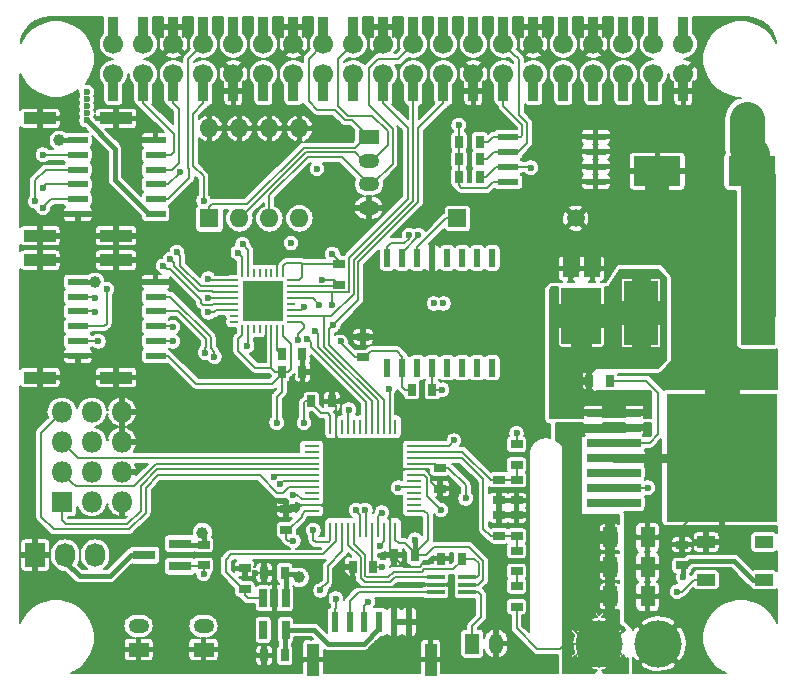
<source format=gbr>
G04 #@! TF.GenerationSoftware,KiCad,Pcbnew,5.0.0-rc2-dev-unknown-41ac458~64~ubuntu17.10.1*
G04 #@! TF.CreationDate,2018-04-19T23:44:08+03:00*
G04 #@! TF.ProjectId,obc-drone-hat,6F62632D64726F6E652D6861742E6B69,rev?*
G04 #@! TF.SameCoordinates,Original*
G04 #@! TF.FileFunction,Copper,L1,Top,Signal*
G04 #@! TF.FilePolarity,Positive*
%FSLAX46Y46*%
G04 Gerber Fmt 4.6, Leading zero omitted, Abs format (unit mm)*
G04 Created by KiCad (PCBNEW 5.0.0-rc2-dev-unknown-41ac458~64~ubuntu17.10.1) date Thu Apr 19 23:44:08 2018*
%MOMM*%
%LPD*%
G01*
G04 APERTURE LIST*
%ADD10R,9.400000X10.800000*%
%ADD11R,4.600000X0.800000*%
%ADD12R,1.000000X0.670000*%
%ADD13R,0.670000X1.000000*%
%ADD14R,1.245000X1.800000*%
%ADD15R,4.000000X2.500000*%
%ADD16R,0.650000X1.560000*%
%ADD17R,1.750000X0.550000*%
%ADD18R,0.250000X1.300000*%
%ADD19R,1.300000X0.250000*%
%ADD20R,1.500000X0.400000*%
%ADD21R,1.500000X1.000000*%
%ADD22R,2.900000X5.400000*%
%ADD23O,1.600000X1.600000*%
%ADD24R,1.600000X1.600000*%
%ADD25R,1.000000X2.700000*%
%ADD26R,0.600000X1.700000*%
%ADD27R,2.800000X1.000000*%
%ADD28R,1.700000X0.600000*%
%ADD29O,1.730000X2.030000*%
%ADD30R,1.730000X2.030000*%
%ADD31O,1.200000X1.750000*%
%ADD32R,1.200000X1.750000*%
%ADD33O,1.750000X1.200000*%
%ADD34R,1.750000X1.200000*%
%ADD35R,1.900000X0.800000*%
%ADD36R,2.700000X1.000000*%
%ADD37R,3.450000X3.450000*%
%ADD38R,0.250000X0.700000*%
%ADD39R,0.700000X0.250000*%
%ADD40R,0.600000X1.500000*%
%ADD41R,3.360000X4.860000*%
%ADD42R,1.390000X1.400000*%
%ADD43O,1.800000X1.800000*%
%ADD44R,1.800000X1.800000*%
%ADD45R,0.889000X1.680000*%
%ADD46C,1.700000*%
%ADD47C,0.500000*%
%ADD48C,4.000000*%
%ADD49R,1.500000X1.500000*%
%ADD50C,1.500000*%
%ADD51C,0.600000*%
%ADD52C,1.000000*%
%ADD53C,0.200000*%
%ADD54C,0.800000*%
%ADD55C,3.000000*%
%ADD56C,2.000000*%
%ADD57C,1.400000*%
%ADD58C,0.400000*%
%ADD59C,0.300000*%
%ADD60C,0.150000*%
G04 APERTURE END LIST*
D10*
X189875000Y-121250000D03*
D11*
X180725000Y-125060000D03*
X180725000Y-123790000D03*
X180725000Y-122520000D03*
X180725000Y-121250000D03*
X180725000Y-119980000D03*
X180725000Y-118710000D03*
X180725000Y-117440000D03*
D12*
X171000000Y-126125000D03*
X171000000Y-127875000D03*
X171000000Y-124875000D03*
X171000000Y-123125000D03*
D13*
X156875000Y-116500000D03*
X155125000Y-116500000D03*
D12*
X166000000Y-123875000D03*
X166000000Y-122125000D03*
X153000000Y-125625000D03*
X153000000Y-127375000D03*
D13*
X162125000Y-129500000D03*
X163875000Y-129500000D03*
D12*
X186500000Y-128625000D03*
X186500000Y-130375000D03*
D13*
X151125000Y-138000000D03*
X152875000Y-138000000D03*
X151125000Y-131000000D03*
X152875000Y-131000000D03*
X154375000Y-114000000D03*
X152625000Y-114000000D03*
X154375000Y-112500000D03*
X152625000Y-112500000D03*
D12*
X159500000Y-111025000D03*
X159500000Y-112775000D03*
D13*
X180375000Y-114750000D03*
X178625000Y-114750000D03*
D14*
X183592500Y-133000000D03*
X180407500Y-133000000D03*
X183592500Y-130500000D03*
X180407500Y-130500000D03*
X183592500Y-128000000D03*
X180407500Y-128000000D03*
D15*
X184420000Y-97000000D03*
X192420000Y-97000000D03*
D16*
X152950000Y-135850000D03*
X151050000Y-135850000D03*
X151050000Y-133150000D03*
X152000000Y-133150000D03*
X152950000Y-133150000D03*
D17*
X171800000Y-97905000D03*
X171800000Y-96635000D03*
X171800000Y-95365000D03*
X171800000Y-94095000D03*
X179200000Y-94095000D03*
X179200000Y-95365000D03*
X179200000Y-96635000D03*
X179200000Y-97905000D03*
D18*
X162250000Y-127350000D03*
X161750000Y-127350000D03*
X161250000Y-127350000D03*
X160750000Y-127350000D03*
X160250000Y-127350000D03*
X159750000Y-127350000D03*
X159250000Y-127350000D03*
X158750000Y-127350000D03*
X158250000Y-127350000D03*
X157750000Y-127350000D03*
X157250000Y-127350000D03*
X156750000Y-127350000D03*
D19*
X155150000Y-125750000D03*
X155150000Y-125250000D03*
X155150000Y-124750000D03*
X155150000Y-124250000D03*
X155150000Y-123750000D03*
X155150000Y-123250000D03*
X155150000Y-122750000D03*
X155150000Y-122250000D03*
X155150000Y-121750000D03*
X155150000Y-121250000D03*
X155150000Y-120750000D03*
X155150000Y-120250000D03*
D18*
X156750000Y-118650000D03*
X157250000Y-118650000D03*
X157750000Y-118650000D03*
X158250000Y-118650000D03*
X158750000Y-118650000D03*
X159250000Y-118650000D03*
X159750000Y-118650000D03*
X160250000Y-118650000D03*
X160750000Y-118650000D03*
X161250000Y-118650000D03*
X161750000Y-118650000D03*
X162250000Y-118650000D03*
D19*
X163850000Y-120250000D03*
X163850000Y-120750000D03*
X163850000Y-121250000D03*
X163850000Y-121750000D03*
X163850000Y-122250000D03*
X163850000Y-122750000D03*
X163850000Y-123250000D03*
X163850000Y-123750000D03*
X163850000Y-124250000D03*
X163850000Y-124750000D03*
X163850000Y-125250000D03*
X163850000Y-125750000D03*
D20*
X168330000Y-131350000D03*
X168330000Y-132000000D03*
X168330000Y-132650000D03*
X165670000Y-132650000D03*
X165670000Y-132000000D03*
X165670000Y-131350000D03*
D21*
X193450000Y-131600000D03*
X193450000Y-128400000D03*
X188550000Y-131600000D03*
X188550000Y-128400000D03*
D22*
X192950000Y-109000000D03*
X183050000Y-109000000D03*
D13*
X169375000Y-97500000D03*
X167625000Y-97500000D03*
X169375000Y-96000000D03*
X167625000Y-96000000D03*
X169375000Y-94500000D03*
X167625000Y-94500000D03*
D12*
X172500000Y-132125000D03*
X172500000Y-133875000D03*
D13*
X158625000Y-130500000D03*
X160375000Y-130500000D03*
D12*
X172500000Y-129125000D03*
X172500000Y-130875000D03*
X172500000Y-121875000D03*
X172500000Y-120125000D03*
X172500000Y-126125000D03*
X172500000Y-127875000D03*
X172500000Y-124875000D03*
X172500000Y-123125000D03*
X149500000Y-130625000D03*
X149500000Y-132375000D03*
X146000000Y-130375000D03*
X146000000Y-128625000D03*
D13*
X166125000Y-129800000D03*
X167875000Y-129800000D03*
X163625000Y-115500000D03*
X165375000Y-115500000D03*
D12*
X157500000Y-104875000D03*
X157500000Y-106625000D03*
D23*
X146500000Y-93380000D03*
X154120000Y-101000000D03*
X149040000Y-93380000D03*
X151580000Y-101000000D03*
X151580000Y-93380000D03*
X149040000Y-101000000D03*
X154120000Y-93380000D03*
D24*
X146500000Y-101000000D03*
D25*
X165225000Y-138350000D03*
X155275000Y-138350000D03*
D26*
X163375000Y-135150000D03*
X162125000Y-135150000D03*
X160875000Y-135150000D03*
X159625000Y-135150000D03*
X158375000Y-135150000D03*
X157125000Y-135150000D03*
D27*
X138600000Y-104525000D03*
X138600000Y-114475000D03*
D28*
X141950000Y-106375000D03*
X141950000Y-107625000D03*
X141950000Y-108875000D03*
X141950000Y-110125000D03*
X141950000Y-111375000D03*
X141950000Y-112625000D03*
D29*
X136830000Y-129500000D03*
X134290000Y-129500000D03*
D30*
X131750000Y-129500000D03*
D31*
X170750000Y-137000000D03*
D32*
X168750000Y-137000000D03*
D33*
X160000000Y-100100000D03*
X160000000Y-98100000D03*
X160000000Y-96100000D03*
D34*
X160000000Y-94100000D03*
D27*
X138600000Y-92525000D03*
X138600000Y-102475000D03*
D28*
X141950000Y-94375000D03*
X141950000Y-95625000D03*
X141950000Y-96875000D03*
X141950000Y-98125000D03*
X141950000Y-99375000D03*
X141950000Y-100625000D03*
D33*
X140500000Y-135500000D03*
D34*
X140500000Y-137500000D03*
D33*
X146000000Y-135500000D03*
D34*
X146000000Y-137500000D03*
D35*
X141000000Y-129500000D03*
X144000000Y-128550000D03*
X144000000Y-130450000D03*
D36*
X132150000Y-102475000D03*
X132150000Y-92525000D03*
D28*
X135350000Y-100625000D03*
X135350000Y-99375000D03*
X135350000Y-98125000D03*
X135350000Y-96875000D03*
X135350000Y-95625000D03*
X135350000Y-94375000D03*
D36*
X132150000Y-114475000D03*
X132150000Y-104525000D03*
D28*
X135350000Y-112625000D03*
X135350000Y-111375000D03*
X135350000Y-110125000D03*
X135350000Y-108875000D03*
X135350000Y-107625000D03*
X135350000Y-106375000D03*
D37*
X151000000Y-108000000D03*
D38*
X152750000Y-110400000D03*
X152250000Y-110400000D03*
X151750000Y-110400000D03*
X151250000Y-110400000D03*
X150750000Y-110400000D03*
X150250000Y-110400000D03*
X149750000Y-110400000D03*
X149250000Y-110400000D03*
D39*
X148600000Y-109750000D03*
X148600000Y-109250000D03*
X148600000Y-108750000D03*
X148600000Y-108250000D03*
X148600000Y-107750000D03*
X148600000Y-107250000D03*
X148600000Y-106750000D03*
X148600000Y-106250000D03*
D38*
X149250000Y-105600000D03*
X149750000Y-105600000D03*
X150250000Y-105600000D03*
X150750000Y-105600000D03*
X151250000Y-105600000D03*
X151750000Y-105600000D03*
X152250000Y-105600000D03*
X152750000Y-105600000D03*
D39*
X153400000Y-106250000D03*
X153400000Y-106750000D03*
X153400000Y-107250000D03*
X153400000Y-107750000D03*
X153400000Y-108250000D03*
X153400000Y-108750000D03*
X153400000Y-109250000D03*
X153400000Y-109750000D03*
D40*
X161555000Y-104350000D03*
X162825000Y-104350000D03*
X164095000Y-104350000D03*
X165365000Y-104350000D03*
X166635000Y-104350000D03*
X167905000Y-104350000D03*
X169175000Y-104350000D03*
X170445000Y-104350000D03*
X170445000Y-113650000D03*
X169175000Y-113650000D03*
X167905000Y-113650000D03*
X166635000Y-113650000D03*
X165365000Y-113650000D03*
X164095000Y-113650000D03*
X162825000Y-113650000D03*
X161555000Y-113650000D03*
D41*
X178000000Y-109232000D03*
D42*
X177080000Y-105250000D03*
X178920000Y-105250000D03*
D43*
X139080000Y-117380000D03*
X136540000Y-117380000D03*
X134000000Y-117380000D03*
X139080000Y-119920000D03*
X136540000Y-119920000D03*
X134000000Y-119920000D03*
X139080000Y-122460000D03*
X136540000Y-122460000D03*
X134000000Y-122460000D03*
X139080000Y-125000000D03*
X136540000Y-125000000D03*
D44*
X134000000Y-125000000D03*
D45*
X186630000Y-84780000D03*
X186630000Y-90220000D03*
X184090000Y-84780000D03*
X184090000Y-90220000D03*
X181550000Y-84780000D03*
X181550000Y-90220000D03*
X179010000Y-84780000D03*
X179010000Y-90220000D03*
X176470000Y-84780000D03*
X176470000Y-90220000D03*
X173930000Y-84780000D03*
X173930000Y-90220000D03*
X171390000Y-84780000D03*
X171390000Y-90220000D03*
X168850000Y-84780000D03*
X168850000Y-90220000D03*
X166310000Y-84780000D03*
X166310000Y-90220000D03*
X163770000Y-84780000D03*
X163770000Y-90220000D03*
X161230000Y-84780000D03*
X161230000Y-90220000D03*
X158690000Y-84780000D03*
X158690000Y-90220000D03*
X156150000Y-84780000D03*
X156150000Y-90220000D03*
X153610000Y-84780000D03*
X153610000Y-90220000D03*
X151070000Y-84780000D03*
X151070000Y-90220000D03*
X148530000Y-84780000D03*
X148530000Y-90220000D03*
X145990000Y-84780000D03*
X145990000Y-90220000D03*
X143450000Y-84780000D03*
X143450000Y-90220000D03*
X140910000Y-84780000D03*
X140910000Y-90220000D03*
X138370000Y-84780000D03*
X138370000Y-90220000D03*
D46*
X186630000Y-86230000D03*
X186630000Y-88770000D03*
X184090000Y-86230000D03*
X184090000Y-88770000D03*
X181550000Y-86230000D03*
X181550000Y-88770000D03*
X179010000Y-86230000D03*
X179010000Y-88770000D03*
X176470000Y-86230000D03*
X176470000Y-88770000D03*
X173930000Y-86230000D03*
X173930000Y-88770000D03*
X171390000Y-86230000D03*
X171390000Y-88770000D03*
X168850000Y-86230000D03*
X168850000Y-88770000D03*
X166310000Y-86230000D03*
X166310000Y-88770000D03*
X163770000Y-86230000D03*
X163770000Y-88770000D03*
X161230000Y-86230000D03*
X161230000Y-88770000D03*
X158690000Y-86230000D03*
X158690000Y-88770000D03*
X156150000Y-86230000D03*
X156150000Y-88770000D03*
X153610000Y-86230000D03*
X153610000Y-88770000D03*
X151070000Y-86230000D03*
X151070000Y-88770000D03*
X148530000Y-86230000D03*
X148530000Y-88770000D03*
X145990000Y-86230000D03*
X145990000Y-88770000D03*
X143450000Y-86230000D03*
X143450000Y-88770000D03*
X140910000Y-86230000D03*
X140910000Y-88770000D03*
X138370000Y-86230000D03*
X138370000Y-88770000D03*
D47*
X185972243Y-136150000D03*
X185972243Y-137850000D03*
X184500000Y-138700000D03*
X183027757Y-137850000D03*
X183027757Y-136150000D03*
X184500000Y-135300000D03*
X180972243Y-136150000D03*
X180972243Y-137850000D03*
X179500000Y-138700000D03*
X178027757Y-137850000D03*
X178027757Y-136150000D03*
X179500000Y-135300000D03*
D48*
X184500000Y-137000000D03*
X179500000Y-137000000D03*
D49*
X167500000Y-101000000D03*
D50*
X177500000Y-101000000D03*
D51*
X189875000Y-121250000D03*
X189875000Y-120500000D03*
X189875000Y-122000000D03*
X189875000Y-122750000D03*
X189000000Y-123500000D03*
X190750000Y-119750000D03*
X190750000Y-119000000D03*
X190750000Y-120500000D03*
X190750000Y-121250000D03*
X190750000Y-122750000D03*
X190750000Y-122000000D03*
X190750000Y-123500000D03*
X189875000Y-123500000D03*
X189000000Y-122000000D03*
X189000000Y-121250000D03*
X189000000Y-119750000D03*
X189875000Y-119750000D03*
X189000000Y-119000000D03*
X189875000Y-119000000D03*
X189000000Y-120500000D03*
X189000000Y-122750000D03*
X151000000Y-108000000D03*
X151000000Y-107400000D03*
X151000000Y-108600000D03*
X151600000Y-108000000D03*
X150400000Y-108000000D03*
X171000000Y-125500000D03*
X151100000Y-111900000D03*
X157600000Y-116500000D03*
X157900000Y-130500000D03*
X166000000Y-124600000D03*
X150400000Y-131000000D03*
X161300000Y-129500000D03*
X132100000Y-101300000D03*
X152600000Y-124900000D03*
X159500000Y-110000000D03*
X140200000Y-95400000D03*
X157641379Y-110601059D03*
X157000000Y-121000000D03*
X161000000Y-121000000D03*
X157000000Y-124000000D03*
X155600000Y-96800000D03*
X163900000Y-128200000D03*
X168200000Y-124700000D03*
X153600000Y-128300000D03*
X154500000Y-118300000D03*
X152200000Y-118300000D03*
X156900000Y-104000000D03*
X157600000Y-111400000D03*
X167600000Y-93100000D03*
X136100000Y-90300000D03*
X136100000Y-90900000D03*
X136100000Y-91500000D03*
X136100000Y-92100000D03*
X136100000Y-92700000D03*
D52*
X154100000Y-131400000D03*
D51*
X173700000Y-96700000D03*
X149700000Y-111800000D03*
X162500014Y-123800000D03*
X157200000Y-133200000D03*
X167200000Y-119800000D03*
X154500000Y-108500000D03*
X157000000Y-110000000D03*
X156900000Y-108300000D03*
X155399979Y-110500000D03*
X159900000Y-133500000D03*
X158300000Y-117200000D03*
X151934306Y-122934306D03*
X143400006Y-111400000D03*
X152500000Y-123500000D03*
X143399980Y-110200000D03*
X153600000Y-124400000D03*
X146134350Y-112356234D03*
X146922546Y-112720151D03*
X155300000Y-127400000D03*
X155900000Y-132500000D03*
X186100000Y-132600000D03*
X163400000Y-102400000D03*
X158899987Y-125700000D03*
X164200013Y-102400000D03*
X159700000Y-125700000D03*
X161099912Y-130500000D03*
X166300013Y-108200000D03*
X146000000Y-131099990D03*
X161100000Y-125899950D03*
X160900000Y-128700000D03*
X146000000Y-99500000D03*
X166200000Y-115500000D03*
X154000000Y-111300000D03*
X156000000Y-106200000D03*
X142600000Y-105000000D03*
X149300000Y-103200000D03*
X143172312Y-104441003D03*
X132400000Y-95600000D03*
X143729883Y-103867302D03*
X136800006Y-107700000D03*
X146390322Y-106099946D03*
X136800000Y-108899982D03*
X146400000Y-107750021D03*
X148900000Y-103900000D03*
X137800000Y-106999990D03*
X137100000Y-111399978D03*
X146400000Y-108950032D03*
X161699992Y-115400000D03*
X153400000Y-103100000D03*
X154800000Y-111200012D03*
X155800000Y-108300000D03*
X144000000Y-97100000D03*
X191400000Y-94400000D03*
X192600000Y-93800000D03*
X192000000Y-94400000D03*
X191400000Y-93800000D03*
X192000000Y-93800000D03*
X192600000Y-94400000D03*
X191400000Y-93200000D03*
X192600000Y-93200000D03*
X192000000Y-92600000D03*
X192000000Y-93200000D03*
X192600000Y-92600000D03*
X191400000Y-92600000D03*
X183600000Y-123800000D03*
X186600000Y-131400000D03*
D52*
X136800000Y-106400000D03*
X133800000Y-94400000D03*
X145900000Y-127600000D03*
D51*
X172500000Y-119200000D03*
X177540000Y-118710000D03*
X183500000Y-118750000D03*
X178750000Y-128000000D03*
X178750000Y-130500000D03*
X178750000Y-133000000D03*
X178250000Y-133000000D03*
X178250000Y-130500000D03*
X178250000Y-128000000D03*
X177540000Y-118710000D03*
X176300000Y-118600000D03*
X176800000Y-118600000D03*
X176300000Y-119100000D03*
X176300000Y-119600000D03*
X176800000Y-119100000D03*
X176800000Y-119600000D03*
X166100000Y-125700000D03*
X165500000Y-108200000D03*
X132400000Y-100100004D03*
X132400009Y-98399978D03*
X131729328Y-99563859D03*
D53*
X186630000Y-84780000D02*
X186630000Y-86230000D01*
X184090000Y-84780000D02*
X184090000Y-86230000D01*
X184090000Y-90220000D02*
X184090000Y-88770000D01*
X181550000Y-86230000D02*
X181550000Y-84780000D01*
X181550000Y-88770000D02*
X181550000Y-90220000D01*
X179010000Y-90220000D02*
X179010000Y-88770000D01*
X179010000Y-86230000D02*
X179010000Y-84780000D01*
X173930000Y-86230000D02*
X173930000Y-84780000D01*
X161230000Y-86230000D02*
X161230000Y-84780000D01*
X153610000Y-86230000D02*
X153610000Y-84780000D01*
X143450000Y-86230000D02*
X143450000Y-84780000D01*
D54*
X183225000Y-121250000D02*
X189875000Y-121250000D01*
X180725000Y-121250000D02*
X183225000Y-121250000D01*
D53*
X189000000Y-121250000D02*
X189000000Y-119000000D01*
X189000000Y-119000000D02*
X190750000Y-119000000D01*
X190750000Y-119000000D02*
X190750000Y-123500000D01*
X190750000Y-123500000D02*
X189000000Y-123500000D01*
X189000000Y-123500000D02*
X189000000Y-121250000D01*
X189875000Y-119000000D02*
X189875000Y-123500000D01*
D55*
X189875000Y-119000000D02*
X189875000Y-114375000D01*
D56*
X184400000Y-101800000D02*
X184420000Y-97000000D01*
D53*
X187750000Y-101780000D02*
X184400000Y-101800000D01*
X189875000Y-114375000D02*
X187750000Y-112250000D01*
X187750000Y-112250000D02*
X187750000Y-101780000D01*
D57*
X177080000Y-105250000D02*
X177080000Y-103520000D01*
D53*
X177080000Y-103520000D02*
X178000000Y-102600000D01*
X183600000Y-102600000D02*
X184400000Y-101800000D01*
D57*
X178920000Y-105250000D02*
X178920000Y-102680000D01*
D53*
X178920000Y-102680000D02*
X179000000Y-102600000D01*
X178000000Y-102600000D02*
X179000000Y-102600000D01*
X179000000Y-102600000D02*
X183600000Y-102600000D01*
X189875000Y-123500000D02*
X189875000Y-128125000D01*
X189600000Y-128400000D02*
X188550000Y-128400000D01*
X189875000Y-128125000D02*
X189600000Y-128400000D01*
X188325000Y-128625000D02*
X188550000Y-128400000D01*
X186500000Y-128625000D02*
X188325000Y-128625000D01*
X189000000Y-123500000D02*
X189000000Y-124600000D01*
X186500000Y-127100000D02*
X186500000Y-128625000D01*
X189000000Y-124600000D02*
X186500000Y-127100000D01*
X161750000Y-129125000D02*
X162125000Y-129500000D01*
X161750000Y-127350000D02*
X161750000Y-129125000D01*
X153375000Y-125250000D02*
X153000000Y-125625000D01*
X155150000Y-125250000D02*
X153375000Y-125250000D01*
X157250000Y-116875000D02*
X156875000Y-116500000D01*
X157250000Y-118650000D02*
X157250000Y-116875000D01*
X151660000Y-131000000D02*
X152000000Y-131340000D01*
X152000000Y-132170000D02*
X152000000Y-133150000D01*
X152000000Y-131340000D02*
X152000000Y-132170000D01*
X151125000Y-131000000D02*
X151660000Y-131000000D01*
X161750000Y-127350000D02*
X161750000Y-126000000D01*
X155150000Y-125250000D02*
X157000000Y-125250000D01*
X163850000Y-122250000D02*
X161750000Y-122250000D01*
X171000000Y-125500000D02*
X171000000Y-126125000D01*
X171000000Y-125500000D02*
X171000000Y-124875000D01*
X172500000Y-126125000D02*
X172500000Y-124875000D01*
X157250000Y-118650000D02*
X157250000Y-120750000D01*
X151250000Y-111750000D02*
X151100000Y-111900000D01*
X151250000Y-110400000D02*
X151250000Y-111750000D01*
X157600000Y-116500000D02*
X156875000Y-116500000D01*
X166000000Y-123875000D02*
X166000000Y-124600000D01*
X157900000Y-130500000D02*
X158625000Y-130500000D01*
X151125000Y-131000000D02*
X150400000Y-131000000D01*
X161300000Y-129500000D02*
X162125000Y-129500000D01*
X165670000Y-132000000D02*
X164720000Y-132000000D01*
X157900000Y-130924264D02*
X157900000Y-130500000D01*
X159175758Y-132200022D02*
X157900000Y-130924264D01*
X164519978Y-132200022D02*
X159175758Y-132200022D01*
X164720000Y-132000000D02*
X164519978Y-132200022D01*
X132150000Y-101350000D02*
X132100000Y-101300000D01*
X132150000Y-102475000D02*
X132150000Y-101350000D01*
X153000000Y-125625000D02*
X153000000Y-125090000D01*
X153000000Y-125090000D02*
X152810000Y-124900000D01*
X152810000Y-124900000D02*
X152600000Y-124900000D01*
X159500000Y-111025000D02*
X159500000Y-110000000D01*
X140200000Y-95400000D02*
X140200000Y-94975736D01*
X140800736Y-94375000D02*
X141950000Y-94375000D01*
X140200000Y-94975736D02*
X140800736Y-94375000D01*
X152250000Y-105600000D02*
X152250000Y-104250000D01*
X159500000Y-111025000D02*
X158113004Y-111025000D01*
X158113004Y-111025000D02*
X157989062Y-110901058D01*
X157941378Y-110901058D02*
X157641379Y-110601059D01*
X157989062Y-110901058D02*
X157941378Y-110901058D01*
X165300000Y-122819298D02*
X165300000Y-123340000D01*
X165835000Y-123875000D02*
X166000000Y-123875000D01*
X164730702Y-122250000D02*
X165300000Y-122819298D01*
X163850000Y-122250000D02*
X164730702Y-122250000D01*
X165300000Y-123340000D02*
X165835000Y-123875000D01*
X157000000Y-125250000D02*
X157000000Y-124000000D01*
X157000000Y-121000000D02*
X157250000Y-120750000D01*
X161000000Y-121500000D02*
X161750000Y-122250000D01*
X161000000Y-121000000D02*
X161000000Y-121500000D01*
X165590000Y-129800000D02*
X165090011Y-130299989D01*
X162125000Y-129665000D02*
X162125000Y-129500000D01*
X162960000Y-130500000D02*
X162125000Y-129665000D01*
X165090011Y-130299989D02*
X164534311Y-130299989D01*
X164534311Y-130299989D02*
X164334300Y-130500000D01*
X164334300Y-130500000D02*
X162960000Y-130500000D01*
X166125000Y-129800000D02*
X165590000Y-129800000D01*
X172500000Y-129125000D02*
X172500000Y-127875000D01*
X172500000Y-127875000D02*
X171000000Y-127875000D01*
X164700000Y-121250000D02*
X163850000Y-121250000D01*
X169700000Y-123100000D02*
X167850000Y-121250000D01*
X169700000Y-127275000D02*
X169700000Y-123100000D01*
X167850000Y-121250000D02*
X164700000Y-121250000D01*
X171000000Y-127875000D02*
X170300000Y-127875000D01*
X170300000Y-127875000D02*
X169700000Y-127275000D01*
X171000000Y-123125000D02*
X172500000Y-123125000D01*
X172500000Y-123125000D02*
X172500000Y-121875000D01*
X167925000Y-120750000D02*
X164700000Y-120750000D01*
X170300000Y-123125000D02*
X167925000Y-120750000D01*
X164700000Y-120750000D02*
X163850000Y-120750000D01*
X171000000Y-123125000D02*
X170300000Y-123125000D01*
X138370000Y-88770000D02*
X138370000Y-90220000D01*
X158690000Y-88770000D02*
X158690000Y-90220000D01*
X167625000Y-94500000D02*
X167625000Y-96000000D01*
X167625000Y-96000000D02*
X167625000Y-97500000D01*
X153160000Y-114000000D02*
X152625000Y-114000000D01*
X153400000Y-113760000D02*
X153160000Y-114000000D01*
X153400000Y-111600000D02*
X153400000Y-113760000D01*
X152750000Y-110950000D02*
X153400000Y-111600000D01*
X152750000Y-110400000D02*
X152750000Y-110950000D01*
X152090000Y-114000000D02*
X152625000Y-114000000D01*
X151750000Y-113660000D02*
X152090000Y-114000000D01*
X151750000Y-110400000D02*
X151750000Y-113660000D01*
X152750000Y-105050000D02*
X153000000Y-104800000D01*
X152750000Y-105600000D02*
X152750000Y-105050000D01*
X153000000Y-104800000D02*
X154300000Y-104800000D01*
X154375000Y-104875000D02*
X157500000Y-104875000D01*
X154300000Y-104800000D02*
X154375000Y-104875000D01*
X153400000Y-106250000D02*
X154050000Y-106250000D01*
X154375000Y-105925000D02*
X154375000Y-104875000D01*
X154050000Y-106250000D02*
X154375000Y-105925000D01*
X162825000Y-115235000D02*
X162825000Y-114600000D01*
X162825000Y-114600000D02*
X162825000Y-113650000D01*
X163090000Y-115500000D02*
X162825000Y-115235000D01*
X163625000Y-115500000D02*
X163090000Y-115500000D01*
X165625000Y-121750000D02*
X166000000Y-122125000D01*
X163850000Y-121750000D02*
X165625000Y-121750000D01*
X162250000Y-128200000D02*
X162550000Y-128500000D01*
X162250000Y-127350000D02*
X162250000Y-128200000D01*
X153165000Y-127375000D02*
X153000000Y-127375000D01*
X154300000Y-126075000D02*
X154300000Y-126240000D01*
X154300000Y-126240000D02*
X153165000Y-127375000D01*
X154625000Y-125750000D02*
X154300000Y-126075000D01*
X155150000Y-125750000D02*
X154625000Y-125750000D01*
X156750000Y-118650000D02*
X156750000Y-117750000D01*
X156750000Y-117750000D02*
X156500000Y-117500000D01*
X155125000Y-116665000D02*
X155125000Y-116500000D01*
X155960000Y-117500000D02*
X155125000Y-116665000D01*
X156500000Y-117500000D02*
X155960000Y-117500000D01*
X163040000Y-128500000D02*
X163875000Y-129335000D01*
X162550000Y-128500000D02*
X163040000Y-128500000D01*
X162365000Y-112240000D02*
X160200000Y-112240000D01*
X162825000Y-112700000D02*
X162365000Y-112240000D01*
X159665000Y-112775000D02*
X159500000Y-112775000D01*
X160200000Y-112240000D02*
X159665000Y-112775000D01*
X162825000Y-113650000D02*
X162825000Y-112700000D01*
X163900000Y-129475000D02*
X163875000Y-129500000D01*
D58*
X163900000Y-128200000D02*
X163900000Y-129475000D01*
D53*
X166725000Y-122125000D02*
X166000000Y-122125000D01*
X168200000Y-124700000D02*
X168200000Y-123600000D01*
X168200000Y-123600000D02*
X166725000Y-122125000D01*
X153175736Y-128300000D02*
X153000000Y-128124264D01*
X153600000Y-128300000D02*
X153175736Y-128300000D01*
X153000000Y-128124264D02*
X153000000Y-127375000D01*
X154590000Y-116500000D02*
X155125000Y-116500000D01*
X154500000Y-116590000D02*
X154590000Y-116500000D01*
X154500000Y-118300000D02*
X154500000Y-116590000D01*
X152200000Y-118300000D02*
X152200000Y-116100000D01*
X152625000Y-115675000D02*
X152625000Y-114000000D01*
X152200000Y-116100000D02*
X152625000Y-115675000D01*
X145375000Y-115000000D02*
X151790000Y-115000000D01*
X152625000Y-114165000D02*
X152625000Y-114000000D01*
X141950000Y-112625000D02*
X143000000Y-112625000D01*
X151790000Y-115000000D02*
X152625000Y-114165000D01*
X143000000Y-112625000D02*
X145375000Y-115000000D01*
X157500000Y-104875000D02*
X157500000Y-104600000D01*
X157500000Y-104600000D02*
X156900000Y-104000000D01*
X158800000Y-112775000D02*
X157600000Y-111575000D01*
X159500000Y-112775000D02*
X158800000Y-112775000D01*
X157600000Y-111575000D02*
X157600000Y-111400000D01*
X167600000Y-94475000D02*
X167625000Y-94500000D01*
X167600000Y-93100000D02*
X167600000Y-94475000D01*
X150371998Y-113660000D02*
X151750000Y-113660000D01*
X148925000Y-112213002D02*
X150371998Y-113660000D01*
X149250000Y-110400000D02*
X149250000Y-110850000D01*
X148925000Y-111175000D02*
X148925000Y-112213002D01*
X149250000Y-110850000D02*
X148925000Y-111175000D01*
X167825000Y-98400000D02*
X170000000Y-98400000D01*
X167625000Y-97500000D02*
X167625000Y-98200000D01*
X170495000Y-97905000D02*
X171800000Y-97905000D01*
X170000000Y-98400000D02*
X170495000Y-97905000D01*
X167625000Y-98200000D02*
X167825000Y-98400000D01*
X163875000Y-129335000D02*
X163875000Y-129500000D01*
X165000000Y-128210000D02*
X163875000Y-129335000D01*
X165000000Y-126050000D02*
X165000000Y-128210000D01*
X163850000Y-125750000D02*
X164700000Y-125750000D01*
X164700000Y-125750000D02*
X165000000Y-126050000D01*
X168330000Y-132000000D02*
X169280000Y-132000000D01*
X169700011Y-130034311D02*
X168465700Y-128800000D01*
X169700011Y-131579989D02*
X169700011Y-130034311D01*
X165500000Y-128800000D02*
X164800000Y-129500000D01*
X164410000Y-129500000D02*
X163875000Y-129500000D01*
X169280000Y-132000000D02*
X169700011Y-131579989D01*
X164800000Y-129500000D02*
X164410000Y-129500000D01*
X168465700Y-128800000D02*
X165500000Y-128800000D01*
X152875000Y-135925000D02*
X152950000Y-135850000D01*
D58*
X152875000Y-138000000D02*
X152875000Y-135925000D01*
X160875000Y-135700000D02*
X160875000Y-135150000D01*
X159575000Y-137000000D02*
X160875000Y-135700000D01*
X156500000Y-137000000D02*
X159575000Y-137000000D01*
X152950000Y-135850000D02*
X155350000Y-135850000D01*
X155350000Y-135850000D02*
X156500000Y-137000000D01*
D53*
X140910000Y-86230000D02*
X140910000Y-84780000D01*
X138370000Y-86230000D02*
X138370000Y-84780000D01*
X152950000Y-131075000D02*
X152875000Y-131000000D01*
D58*
X152950000Y-133150000D02*
X152950000Y-131075000D01*
X141400000Y-100625000D02*
X138500000Y-97725000D01*
D53*
X141950000Y-100625000D02*
X141400000Y-100625000D01*
D58*
X138500000Y-95100000D02*
X136100000Y-92700000D01*
X138500000Y-97725000D02*
X138500000Y-95100000D01*
D53*
X152975000Y-131100000D02*
X152875000Y-131000000D01*
D58*
X153800000Y-131100000D02*
X154100000Y-131400000D01*
X152975000Y-131100000D02*
X153800000Y-131100000D01*
D53*
X149500000Y-132910000D02*
X149500000Y-132375000D01*
X149740000Y-133150000D02*
X149500000Y-132910000D01*
X151050000Y-133150000D02*
X149740000Y-133150000D01*
X156115700Y-129450000D02*
X148350000Y-129450000D01*
X147900000Y-129900000D02*
X147900000Y-130940000D01*
X147900000Y-130940000D02*
X149335000Y-132375000D01*
X148350000Y-129450000D02*
X147900000Y-129900000D01*
X157250000Y-128315700D02*
X156115700Y-129450000D01*
X157250000Y-127350000D02*
X157250000Y-128315700D01*
X149335000Y-132375000D02*
X149500000Y-132375000D01*
X171390000Y-88770000D02*
X171390000Y-90220000D01*
X171800000Y-94095000D02*
X172875000Y-94095000D01*
X172875000Y-94095000D02*
X173000000Y-93970000D01*
X173000000Y-93970000D02*
X173000000Y-93100000D01*
X171390000Y-91490000D02*
X171390000Y-90220000D01*
X173000000Y-93100000D02*
X171390000Y-91490000D01*
X170100000Y-94500000D02*
X169375000Y-94500000D01*
X171800000Y-94095000D02*
X170505000Y-94095000D01*
X170505000Y-94095000D02*
X170100000Y-94500000D01*
X171390000Y-86230000D02*
X171390000Y-84780000D01*
X172239999Y-87079999D02*
X171390000Y-86230000D01*
X172635000Y-95365000D02*
X173400011Y-94599989D01*
X171800000Y-95365000D02*
X172635000Y-95365000D01*
X173400011Y-94599989D02*
X173400011Y-92934311D01*
X172700000Y-87540000D02*
X172239999Y-87079999D01*
X173400011Y-92934311D02*
X172700000Y-92234300D01*
X172700000Y-92234300D02*
X172700000Y-87540000D01*
X170000000Y-96000000D02*
X169375000Y-96000000D01*
X171800000Y-95365000D02*
X170635000Y-95365000D01*
X170635000Y-95365000D02*
X170000000Y-96000000D01*
X173635000Y-96635000D02*
X173700000Y-96700000D01*
X171800000Y-96635000D02*
X173635000Y-96635000D01*
X169910000Y-97500000D02*
X169375000Y-97500000D01*
X171800000Y-96635000D02*
X170775000Y-96635000D01*
X170775000Y-96635000D02*
X169910000Y-97500000D01*
X149750000Y-111750000D02*
X149700000Y-111800000D01*
X149750000Y-110400000D02*
X149750000Y-111750000D01*
X163850000Y-123750000D02*
X162550014Y-123750000D01*
X162550014Y-123750000D02*
X162500014Y-123800000D01*
X157125000Y-134100000D02*
X157200000Y-134025000D01*
X157125000Y-135150000D02*
X157125000Y-134100000D01*
X157200000Y-134025000D02*
X157200000Y-133200000D01*
X166750000Y-120250000D02*
X167200000Y-119800000D01*
X163850000Y-120250000D02*
X166750000Y-120250000D01*
X166310000Y-90220000D02*
X166310000Y-88770000D01*
X153400000Y-108750000D02*
X154250000Y-108750000D01*
X154250000Y-108750000D02*
X154500000Y-108500000D01*
X156600000Y-110400000D02*
X157000000Y-110000000D01*
X164200000Y-93370000D02*
X166310000Y-91260000D01*
X166310000Y-91260000D02*
X166310000Y-90220000D01*
X164200000Y-99600000D02*
X164200000Y-93370000D01*
X159100023Y-104699977D02*
X164200000Y-99600000D01*
X156600000Y-110400000D02*
X159100023Y-107899977D01*
X159100023Y-107899977D02*
X159100023Y-104699977D01*
X161250000Y-118650000D02*
X161250000Y-116338004D01*
X156600000Y-111688004D02*
X156600000Y-110400000D01*
X161250000Y-116338004D02*
X156600000Y-111688004D01*
X163770000Y-88770000D02*
X163770000Y-90220000D01*
X153950000Y-109250000D02*
X153400000Y-109250000D01*
X158700012Y-107365690D02*
X156815702Y-109250000D01*
X158700012Y-104499988D02*
X158700012Y-107365690D01*
X158700012Y-104499988D02*
X158700012Y-106799990D01*
X156815702Y-109250000D02*
X156200000Y-109250000D01*
X156200000Y-109250000D02*
X153950000Y-109250000D01*
X163770000Y-90220000D02*
X163770000Y-99430000D01*
X163700009Y-99499991D02*
X158700012Y-104499988D01*
X163770000Y-99430000D02*
X163700009Y-99499991D01*
X156200000Y-111853704D02*
X156200000Y-109250000D01*
X160750000Y-116403704D02*
X156200000Y-111853704D01*
X160750000Y-118650000D02*
X160750000Y-116403704D01*
X161230000Y-90220000D02*
X161230000Y-88770000D01*
X153960001Y-107260001D02*
X153950000Y-107250000D01*
X153950000Y-107250000D02*
X153400000Y-107250000D01*
X156900000Y-108300000D02*
X156900000Y-107260001D01*
X156900000Y-107260001D02*
X153960001Y-107260001D01*
X163300000Y-99334300D02*
X158300001Y-104334299D01*
X163300000Y-93330000D02*
X163300000Y-99334300D01*
X158240001Y-107260001D02*
X156900000Y-107260001D01*
X161230000Y-90220000D02*
X161230000Y-91260000D01*
X158300001Y-107200001D02*
X158240001Y-107260001D01*
X158300001Y-104334299D02*
X158300001Y-107200001D01*
X161230000Y-91260000D02*
X163300000Y-93330000D01*
X155699978Y-110799999D02*
X155399979Y-110500000D01*
X160250000Y-116469404D02*
X155699978Y-111919382D01*
X155699978Y-111919382D02*
X155699978Y-110799999D01*
X160250000Y-118650000D02*
X160250000Y-116469404D01*
X159625000Y-135150000D02*
X159625000Y-133775000D01*
X159625000Y-133775000D02*
X159900000Y-133500000D01*
X158250000Y-117250000D02*
X158300000Y-117200000D01*
X158250000Y-118650000D02*
X158250000Y-117250000D01*
X155150000Y-122750000D02*
X152118612Y-122750000D01*
X152118612Y-122750000D02*
X151934306Y-122934306D01*
X143375006Y-111375000D02*
X143400006Y-111400000D01*
X141950000Y-111375000D02*
X143375006Y-111375000D01*
X155150000Y-123250000D02*
X152750000Y-123250000D01*
X152750000Y-123250000D02*
X152500000Y-123500000D01*
X141950000Y-110125000D02*
X143324980Y-110125000D01*
X143324980Y-110125000D02*
X143399980Y-110200000D01*
X154300000Y-124750000D02*
X153950000Y-124400000D01*
X155150000Y-124750000D02*
X154300000Y-124750000D01*
X153950000Y-124400000D02*
X153600000Y-124400000D01*
X146134350Y-111931970D02*
X146134350Y-112356234D01*
X146200000Y-111866320D02*
X146134350Y-111931970D01*
X146200000Y-111200000D02*
X146200000Y-111866320D01*
X141950000Y-108875000D02*
X143875000Y-108875000D01*
X143875000Y-108875000D02*
X146200000Y-111200000D01*
X156750000Y-127350000D02*
X156750000Y-128250000D01*
X156750000Y-128250000D02*
X156600000Y-128400000D01*
X156600000Y-128400000D02*
X155500000Y-128400000D01*
X155300000Y-128200000D02*
X155300000Y-127400000D01*
X155500000Y-128400000D02*
X155300000Y-128200000D01*
X146600000Y-111973341D02*
X146922546Y-112295887D01*
X146922546Y-112295887D02*
X146922546Y-112720151D01*
X146600000Y-111034300D02*
X146600000Y-111973341D01*
X141950000Y-107625000D02*
X143190700Y-107625000D01*
X143190700Y-107625000D02*
X146600000Y-111034300D01*
X157750000Y-129196298D02*
X156500000Y-130446298D01*
X157750000Y-127350000D02*
X157750000Y-129196298D01*
X156500000Y-130446298D02*
X156500000Y-131800000D01*
X156500000Y-131800000D02*
X155900000Y-132400000D01*
X155900000Y-132400000D02*
X155900000Y-132500000D01*
X186100000Y-132600000D02*
X186500000Y-132600000D01*
X187500000Y-131600000D02*
X188550000Y-131600000D01*
X186500000Y-132600000D02*
X187500000Y-131600000D01*
X159299989Y-129665689D02*
X159299989Y-131465689D01*
X162203704Y-131350000D02*
X164720000Y-131350000D01*
X158250000Y-128615700D02*
X159299989Y-129665689D01*
X161753693Y-131800011D02*
X162203704Y-131350000D01*
X158250000Y-127350000D02*
X158250000Y-128615700D01*
X159634311Y-131800011D02*
X161753693Y-131800011D01*
X164720000Y-131350000D02*
X165670000Y-131350000D01*
X159299989Y-131465689D02*
X159634311Y-131800011D01*
X168900000Y-129800000D02*
X168410000Y-129800000D01*
X168410000Y-129800000D02*
X167875000Y-129800000D01*
X169300000Y-130200000D02*
X168900000Y-129800000D01*
X168330000Y-131350000D02*
X169150000Y-131350000D01*
X169300000Y-131200000D02*
X169300000Y-130200000D01*
X169150000Y-131350000D02*
X169300000Y-131200000D01*
X167140000Y-130700000D02*
X167875000Y-129965000D01*
X158750000Y-128550000D02*
X159700000Y-129500000D01*
X167875000Y-129965000D02*
X167875000Y-129800000D01*
X158750000Y-127350000D02*
X158750000Y-128550000D01*
X159700000Y-131300000D02*
X159800000Y-131400000D01*
X161588004Y-131400000D02*
X162087993Y-130900011D01*
X159800000Y-131400000D02*
X161588004Y-131400000D01*
X159700000Y-129500000D02*
X159700000Y-131300000D01*
X162087993Y-130900011D02*
X164499989Y-130900011D01*
X164499989Y-130900011D02*
X164700000Y-130700000D01*
X164700000Y-130700000D02*
X167140000Y-130700000D01*
X143450000Y-88770000D02*
X143450000Y-90220000D01*
X143450000Y-91260000D02*
X143900000Y-91710000D01*
X143450000Y-90220000D02*
X143450000Y-91260000D01*
X143900000Y-91710000D02*
X143900000Y-96300000D01*
X143325000Y-96875000D02*
X141950000Y-96875000D01*
X143900000Y-96300000D02*
X143325000Y-96875000D01*
X159250000Y-127350000D02*
X159250000Y-126138004D01*
X159250000Y-126138004D02*
X158899987Y-125787991D01*
X158899987Y-125787991D02*
X158899987Y-125700000D01*
X163000000Y-103100000D02*
X163400000Y-102700000D01*
X161855000Y-103100000D02*
X163000000Y-103100000D01*
X161555000Y-104350000D02*
X161555000Y-103400000D01*
X163400000Y-102700000D02*
X163400000Y-102400000D01*
X161555000Y-103400000D02*
X161855000Y-103100000D01*
X140910000Y-88770000D02*
X140910000Y-90220000D01*
X140910000Y-91260000D02*
X143500000Y-93850000D01*
X140910000Y-90220000D02*
X140910000Y-91260000D01*
X143500000Y-93850000D02*
X143500000Y-95400000D01*
X143275000Y-95625000D02*
X141950000Y-95625000D01*
X143500000Y-95400000D02*
X143275000Y-95625000D01*
X164200013Y-102524987D02*
X164200013Y-102400000D01*
X162825000Y-104350000D02*
X162825000Y-103900000D01*
X162825000Y-103900000D02*
X164200013Y-102524987D01*
X159750000Y-127350000D02*
X159750000Y-125750000D01*
X159750000Y-125750000D02*
X159700000Y-125700000D01*
X156150000Y-90220000D02*
X156150000Y-88770000D01*
X160250000Y-130375000D02*
X160375000Y-130500000D01*
X160250000Y-127350000D02*
X160250000Y-130375000D01*
X160375000Y-130500000D02*
X161099912Y-130500000D01*
X145925000Y-130450000D02*
X146000000Y-130375000D01*
X144000000Y-130450000D02*
X145925000Y-130450000D01*
X146000000Y-130375000D02*
X146000000Y-131099990D01*
X160750000Y-126249950D02*
X160800001Y-126199949D01*
X160800001Y-126199949D02*
X161100000Y-125899950D01*
X160750000Y-127350000D02*
X160750000Y-126249950D01*
X161250000Y-127350000D02*
X161250000Y-128350000D01*
X161250000Y-128350000D02*
X160900000Y-128700000D01*
X164720000Y-132650000D02*
X165670000Y-132650000D01*
X159150000Y-132650000D02*
X164720000Y-132650000D01*
X158375000Y-135150000D02*
X158375000Y-133425000D01*
X158375000Y-133425000D02*
X159150000Y-132650000D01*
X169280000Y-132650000D02*
X169500000Y-132870000D01*
X168330000Y-132650000D02*
X169280000Y-132650000D01*
X169500000Y-132870000D02*
X169500000Y-134750000D01*
X168750000Y-135500000D02*
X168750000Y-137000000D01*
X169500000Y-134750000D02*
X168750000Y-135500000D01*
X145990000Y-88770000D02*
X145990000Y-90220000D01*
X146000000Y-99075736D02*
X146000000Y-99500000D01*
X145990000Y-90220000D02*
X145990000Y-91260000D01*
X146000000Y-97446296D02*
X146000000Y-99075736D01*
X145100000Y-96546296D02*
X146000000Y-97446296D01*
X145990000Y-91260000D02*
X145100000Y-92150000D01*
X145100000Y-92150000D02*
X145100000Y-96546296D01*
X172500000Y-132125000D02*
X172500000Y-130875000D01*
X165375000Y-113660000D02*
X165365000Y-113650000D01*
X165375000Y-115500000D02*
X165375000Y-113660000D01*
X165375000Y-115500000D02*
X166200000Y-115500000D01*
X153400000Y-109750000D02*
X154250000Y-109750000D01*
X154250000Y-109750000D02*
X154500000Y-110000000D01*
X154500000Y-110000000D02*
X154500000Y-110300000D01*
X154000000Y-110800000D02*
X154000000Y-111300000D01*
X154500000Y-110300000D02*
X154000000Y-110800000D01*
X151070000Y-88770000D02*
X151070000Y-90220000D01*
X157375000Y-106750000D02*
X157500000Y-106625000D01*
X153400000Y-106750000D02*
X157375000Y-106750000D01*
X157075000Y-106200000D02*
X156000000Y-106200000D01*
X157500000Y-106625000D02*
X157075000Y-106200000D01*
X156150000Y-86230000D02*
X156150000Y-84780000D01*
X158600000Y-92700000D02*
X160000000Y-94100000D01*
X156150000Y-86230000D02*
X154900000Y-87480000D01*
X154900000Y-87480000D02*
X154900000Y-91100000D01*
X157100000Y-91800000D02*
X158000000Y-92700000D01*
X155600000Y-91800000D02*
X157100000Y-91800000D01*
X158000000Y-92700000D02*
X158600000Y-92700000D01*
X154900000Y-91100000D02*
X155600000Y-91800000D01*
X146500000Y-100000000D02*
X146500000Y-101000000D01*
X159725000Y-94100000D02*
X158825000Y-95000000D01*
X146700000Y-99800000D02*
X146500000Y-100000000D01*
X149668000Y-99800000D02*
X146700000Y-99800000D01*
X160000000Y-94100000D02*
X159725000Y-94100000D01*
X158825000Y-95000000D02*
X154468000Y-95000000D01*
X154468000Y-95000000D02*
X149668000Y-99800000D01*
X158690000Y-86230000D02*
X158690000Y-84780000D01*
X160000000Y-96100000D02*
X160275000Y-96100000D01*
X160275000Y-96100000D02*
X161600000Y-94775000D01*
X161600000Y-94775000D02*
X161600000Y-93600000D01*
X161600000Y-93600000D02*
X160300000Y-92300000D01*
X157400000Y-91500000D02*
X157400000Y-87520000D01*
X160300000Y-92300000D02*
X158200000Y-92300000D01*
X157400000Y-87520000D02*
X158690000Y-86230000D01*
X158200000Y-92300000D02*
X157400000Y-91500000D01*
X163770000Y-86230000D02*
X163770000Y-84780000D01*
X162500000Y-87500000D02*
X160797998Y-87500000D01*
X162000011Y-93434311D02*
X162000011Y-96374989D01*
X160275000Y-98100000D02*
X160000000Y-98100000D01*
X160000000Y-88297998D02*
X160000000Y-91434300D01*
X160797998Y-87500000D02*
X160000000Y-88297998D01*
X163770000Y-86230000D02*
X162500000Y-87500000D01*
X160000000Y-91434300D02*
X162000011Y-93434311D01*
X162000011Y-96374989D02*
X160275000Y-98100000D01*
X134290000Y-129650000D02*
X134290000Y-129500000D01*
X142899999Y-105299999D02*
X142600000Y-105000000D01*
X143199999Y-105299999D02*
X142899999Y-105299999D01*
X146788023Y-108250000D02*
X146688001Y-108350022D01*
X148600000Y-108250000D02*
X146788023Y-108250000D01*
X146688001Y-108350022D02*
X145962020Y-108350022D01*
X145800000Y-108188002D02*
X145800000Y-107900000D01*
X145962020Y-108350022D02*
X145800000Y-108188002D01*
X145800000Y-107900000D02*
X143199999Y-105299999D01*
X149750000Y-105600000D02*
X149750000Y-103650000D01*
X149750000Y-103650000D02*
X149300000Y-103200000D01*
X146738055Y-107150011D02*
X145615711Y-107150011D01*
X148600000Y-107250000D02*
X146838044Y-107250000D01*
X145615711Y-107150011D02*
X143472311Y-105006611D01*
X143472311Y-104741002D02*
X143172312Y-104441003D01*
X143472311Y-105006611D02*
X143472311Y-104741002D01*
X146838044Y-107250000D02*
X146738055Y-107150011D01*
X135325000Y-95600000D02*
X135350000Y-95625000D01*
X132400000Y-95600000D02*
X135325000Y-95600000D01*
X144029882Y-104167301D02*
X143729883Y-103867302D01*
X145781400Y-106750000D02*
X144029882Y-104998482D01*
X144029882Y-104998482D02*
X144029882Y-104167301D01*
X148600000Y-106750000D02*
X145781400Y-106750000D01*
X136725006Y-107625000D02*
X136800006Y-107700000D01*
X135350000Y-107625000D02*
X136725006Y-107625000D01*
X148600000Y-106250000D02*
X146540376Y-106250000D01*
X146540376Y-106250000D02*
X146390322Y-106099946D01*
X135350000Y-108875000D02*
X136775018Y-108875000D01*
X136775018Y-108875000D02*
X136800000Y-108899982D01*
X148600000Y-107750000D02*
X146400021Y-107750000D01*
X146400021Y-107750000D02*
X146400000Y-107750021D01*
X149250000Y-105600000D02*
X149250000Y-104350000D01*
X149250000Y-104350000D02*
X149250000Y-104250000D01*
X149250000Y-104250000D02*
X148900000Y-103900000D01*
X137575000Y-110125000D02*
X137800000Y-109900000D01*
X137800000Y-109900000D02*
X137800000Y-107424254D01*
X137800000Y-107424254D02*
X137800000Y-106999990D01*
X135350000Y-110125000D02*
X137575000Y-110125000D01*
X135350000Y-111375000D02*
X137075022Y-111375000D01*
X137075022Y-111375000D02*
X137100000Y-111399978D01*
X146824264Y-108950032D02*
X146400000Y-108950032D01*
X146849968Y-108950032D02*
X146824264Y-108950032D01*
X148600000Y-108750000D02*
X147050000Y-108750000D01*
X147050000Y-108750000D02*
X146849968Y-108950032D01*
X135330000Y-121250000D02*
X134000000Y-119920000D01*
X155150000Y-121250000D02*
X135330000Y-121250000D01*
X140105699Y-123660001D02*
X135200001Y-123660001D01*
X142015700Y-121750000D02*
X140105699Y-123660001D01*
X134899999Y-123359999D02*
X134000000Y-122460000D01*
X155150000Y-121750000D02*
X142015700Y-121750000D01*
X135200001Y-123660001D02*
X134899999Y-123359999D01*
X140699980Y-125734320D02*
X139534289Y-126900011D01*
X134000000Y-126100000D02*
X134000000Y-125000000D01*
X142081400Y-122250000D02*
X140699980Y-123631420D01*
X134000000Y-126565700D02*
X134000000Y-126100000D01*
X134334311Y-126900011D02*
X134000000Y-126565700D01*
X139534289Y-126900011D02*
X134334311Y-126900011D01*
X140699980Y-123631420D02*
X140699980Y-125734320D01*
X155150000Y-122250000D02*
X142081400Y-122250000D01*
X155150000Y-123750000D02*
X153250000Y-123750000D01*
X141099991Y-125900009D02*
X139699978Y-127300022D01*
X139699978Y-127300022D02*
X133300022Y-127300022D01*
X150750000Y-122750000D02*
X142147100Y-122750000D01*
X133300022Y-127300022D02*
X132250000Y-126250000D01*
X132250000Y-126250000D02*
X132250000Y-119130000D01*
X133100001Y-118279999D02*
X134000000Y-117380000D01*
X132250000Y-119130000D02*
X133100001Y-118279999D01*
X141099991Y-123797109D02*
X141099991Y-125900009D01*
X152250000Y-124250000D02*
X150750000Y-122750000D01*
X152750000Y-124250000D02*
X152250000Y-124250000D01*
X142147100Y-122750000D02*
X141099991Y-123797109D01*
X153250000Y-123750000D02*
X152750000Y-124250000D01*
X153610000Y-88770000D02*
X153610000Y-90220000D01*
X168850000Y-86230000D02*
X168850000Y-84780000D01*
X161750000Y-115450008D02*
X161699992Y-115400000D01*
X161750000Y-118650000D02*
X161750000Y-115450008D01*
X151070000Y-86230000D02*
X151070000Y-84780000D01*
X155099999Y-111500011D02*
X154800000Y-111200012D01*
X159750000Y-116535104D02*
X155099999Y-111885103D01*
X155099999Y-111885103D02*
X155099999Y-111500011D01*
X159750000Y-118650000D02*
X159750000Y-116535104D01*
X166310000Y-86230000D02*
X166310000Y-84780000D01*
X155250000Y-107750000D02*
X155800000Y-108300000D01*
X153400000Y-107750000D02*
X155250000Y-107750000D01*
X145990000Y-86230000D02*
X145990000Y-84780000D01*
X143000000Y-99375000D02*
X141950000Y-99375000D01*
X145990000Y-86230000D02*
X144699989Y-87520011D01*
X144800001Y-97574999D02*
X143000000Y-99375000D01*
X144699989Y-96711985D02*
X144800001Y-96811997D01*
X144699989Y-87520011D02*
X144699989Y-96711985D01*
X144800001Y-96811997D02*
X144800001Y-97574999D01*
X148530000Y-86230000D02*
X148530000Y-84780000D01*
X141950000Y-98125000D02*
X143000000Y-98125000D01*
X144000000Y-97125000D02*
X144000000Y-97100000D01*
X143000000Y-98125000D02*
X144000000Y-97125000D01*
X192950000Y-97530000D02*
X192420000Y-97000000D01*
D55*
X192950000Y-109000000D02*
X192950000Y-97530000D01*
D53*
X192600000Y-94400000D02*
X192600000Y-92600000D01*
X192600000Y-92600000D02*
X191400000Y-92600000D01*
X191400000Y-92600000D02*
X191400000Y-94400000D01*
X191400000Y-94400000D02*
X192600000Y-94400000D01*
X191400000Y-92600000D02*
X191400000Y-93200000D01*
X191400000Y-93200000D02*
X191400000Y-93800000D01*
D55*
X192000000Y-92600000D02*
X192000000Y-93200000D01*
D53*
X192600000Y-93200000D02*
X192600000Y-93800000D01*
X191400000Y-92600000D02*
X192000000Y-92600000D01*
X191400000Y-93800000D02*
X192000000Y-93800000D01*
X192000000Y-93200000D02*
X192600000Y-93200000D01*
D55*
X192420000Y-95550000D02*
X192000000Y-95130000D01*
X192420000Y-97000000D02*
X192420000Y-95550000D01*
X192000000Y-95130000D02*
X192000000Y-94400000D01*
D53*
X180735000Y-123800000D02*
X180725000Y-123790000D01*
X183600000Y-123800000D02*
X180735000Y-123800000D01*
D58*
X192500000Y-131600000D02*
X193450000Y-131600000D01*
X190900000Y-130000000D02*
X192500000Y-131600000D01*
X187200000Y-130000000D02*
X190900000Y-130000000D01*
D59*
X186500000Y-130375000D02*
X186825000Y-130375000D01*
D58*
X186825000Y-130375000D02*
X187200000Y-130000000D01*
D53*
X186600000Y-130475000D02*
X186500000Y-130375000D01*
D58*
X186600000Y-131400000D02*
X186600000Y-130475000D01*
D55*
X192000000Y-93800000D02*
X192000000Y-93200000D01*
X192000000Y-94400000D02*
X192000000Y-93800000D01*
D53*
X144075000Y-128625000D02*
X144000000Y-128550000D01*
D58*
X146000000Y-128625000D02*
X144075000Y-128625000D01*
X135350000Y-106375000D02*
X136775000Y-106375000D01*
D53*
X136775000Y-106375000D02*
X136800000Y-106400000D01*
X133825000Y-94375000D02*
X133800000Y-94400000D01*
D58*
X135350000Y-94375000D02*
X133825000Y-94375000D01*
D53*
X146000000Y-127700000D02*
X145900000Y-127600000D01*
D58*
X146000000Y-128625000D02*
X146000000Y-127700000D01*
D53*
X172500000Y-120125000D02*
X172500000Y-119200000D01*
X183770000Y-119980000D02*
X180725000Y-119980000D01*
X184500000Y-119250000D02*
X183770000Y-119980000D01*
X184500000Y-115750000D02*
X184500000Y-119250000D01*
X180375000Y-114750000D02*
X183500000Y-114750000D01*
X183500000Y-114750000D02*
X184500000Y-115750000D01*
X172500000Y-135701162D02*
X172500000Y-134410000D01*
X174265215Y-137466377D02*
X172500000Y-135701162D01*
X176205196Y-137466377D02*
X174265215Y-137466377D01*
X176671573Y-137000000D02*
X176205196Y-137466377D01*
X172500000Y-134410000D02*
X172500000Y-133875000D01*
X179500000Y-137000000D02*
X176671573Y-137000000D01*
D54*
X180725000Y-118710000D02*
X177540000Y-118710000D01*
D53*
X177540000Y-118710000D02*
X177250000Y-119000000D01*
X177250000Y-134750000D02*
X179500000Y-137000000D01*
X179585000Y-133000000D02*
X178750000Y-133000000D01*
X180407500Y-133000000D02*
X179585000Y-133000000D01*
X177250000Y-133000000D02*
X177250000Y-134750000D01*
X180407500Y-130500000D02*
X178750000Y-130500000D01*
X177250000Y-130500000D02*
X177250000Y-133000000D01*
X180407500Y-128000000D02*
X178750000Y-128000000D01*
X177250000Y-128000000D02*
X177250000Y-130500000D01*
X178750000Y-128000000D02*
X178250000Y-128000000D01*
X178750000Y-130500000D02*
X178250000Y-130500000D01*
X178750000Y-133000000D02*
X178250000Y-133000000D01*
X178250000Y-133000000D02*
X177250000Y-133000000D01*
X178250000Y-130500000D02*
X177250000Y-130500000D01*
X178250000Y-128000000D02*
X177250000Y-128000000D01*
X177250000Y-119000000D02*
X177250000Y-119250000D01*
X177250000Y-119250000D02*
X177250000Y-128000000D01*
X176470000Y-86230000D02*
X176470000Y-84780000D01*
X176470000Y-88770000D02*
X176470000Y-90220000D01*
X173930000Y-90220000D02*
X173930000Y-88770000D01*
X164095000Y-103455000D02*
X164095000Y-104350000D01*
X166550000Y-101000000D02*
X164095000Y-103455000D01*
X167500000Y-101000000D02*
X166550000Y-101000000D01*
X152250000Y-112125000D02*
X152625000Y-112500000D01*
X152250000Y-110400000D02*
X152250000Y-112125000D01*
X164665002Y-122750000D02*
X163850000Y-122750000D01*
X164900000Y-122984998D02*
X164665002Y-122750000D01*
X166100000Y-125700000D02*
X164900000Y-124500000D01*
X164900000Y-124500000D02*
X164900000Y-122984998D01*
X176300000Y-119600000D02*
X176300000Y-119100000D01*
X176300000Y-119100000D02*
X176300000Y-118600000D01*
X176300000Y-118600000D02*
X176800000Y-118600000D01*
X177430000Y-118600000D02*
X177540000Y-118710000D01*
X176800000Y-118600000D02*
X177430000Y-118600000D01*
X176300000Y-119100000D02*
X176800000Y-119100000D01*
X176300000Y-119600000D02*
X176800000Y-119600000D01*
X154640000Y-95400000D02*
X149839999Y-100200001D01*
X160000000Y-96100000D02*
X159500000Y-96100000D01*
X149839999Y-100200001D02*
X149040000Y-101000000D01*
X158800000Y-95400000D02*
X154640000Y-95400000D01*
X159500000Y-96100000D02*
X158800000Y-95400000D01*
X151580000Y-99868630D02*
X151580000Y-101000000D01*
X151580000Y-99054300D02*
X151580000Y-99868630D01*
X154834300Y-95800000D02*
X151580000Y-99054300D01*
X160000000Y-98100000D02*
X157700000Y-95800000D01*
X157700000Y-95800000D02*
X154834300Y-95800000D01*
D58*
X134290000Y-130090000D02*
X134290000Y-129650000D01*
X135500000Y-131300000D02*
X134290000Y-130090000D01*
X138050000Y-131300000D02*
X135500000Y-131300000D01*
X141000000Y-129500000D02*
X139850000Y-129500000D01*
X139850000Y-129500000D02*
X138050000Y-131300000D01*
D53*
X133125004Y-99375000D02*
X132699999Y-99800005D01*
X135350000Y-99375000D02*
X133125004Y-99375000D01*
X132699999Y-99800005D02*
X132400000Y-100100004D01*
X132674987Y-98125000D02*
X132400009Y-98399978D01*
X135350000Y-98125000D02*
X132674987Y-98125000D01*
X131729328Y-97770672D02*
X131729328Y-99139595D01*
X131729328Y-99139595D02*
X131729328Y-99563859D01*
X132625000Y-96875000D02*
X131729328Y-97770672D01*
X135350000Y-96875000D02*
X132625000Y-96875000D01*
G36*
X165463565Y-85308669D02*
X165339062Y-85433172D01*
X165202265Y-85637903D01*
X165108037Y-85865389D01*
X165060000Y-86106886D01*
X165060000Y-86353114D01*
X165108037Y-86594611D01*
X165202265Y-86822097D01*
X165339062Y-87026828D01*
X165513172Y-87200938D01*
X165717903Y-87337735D01*
X165945389Y-87431963D01*
X166186886Y-87480000D01*
X166433114Y-87480000D01*
X166674611Y-87431963D01*
X166902097Y-87337735D01*
X167106828Y-87200938D01*
X167280938Y-87026828D01*
X167417735Y-86822097D01*
X167511963Y-86594611D01*
X167560000Y-86353114D01*
X167560000Y-86106886D01*
X167511963Y-85865389D01*
X167417735Y-85637903D01*
X167280938Y-85433172D01*
X167156435Y-85308669D01*
X167156435Y-83975000D01*
X168003565Y-83975000D01*
X168003565Y-85308669D01*
X167879062Y-85433172D01*
X167742265Y-85637903D01*
X167648037Y-85865389D01*
X167600000Y-86106886D01*
X167600000Y-86353114D01*
X167648037Y-86594611D01*
X167742265Y-86822097D01*
X167879062Y-87026828D01*
X168053172Y-87200938D01*
X168257903Y-87337735D01*
X168485389Y-87431963D01*
X168726886Y-87480000D01*
X168973114Y-87480000D01*
X169214611Y-87431963D01*
X169442097Y-87337735D01*
X169646828Y-87200938D01*
X169820938Y-87026828D01*
X169957735Y-86822097D01*
X170051963Y-86594611D01*
X170100000Y-86353114D01*
X170100000Y-86106886D01*
X170051963Y-85865389D01*
X169957735Y-85637903D01*
X169820938Y-85433172D01*
X169696435Y-85308669D01*
X169696435Y-83975000D01*
X170543565Y-83975000D01*
X170543565Y-85308669D01*
X170419062Y-85433172D01*
X170282265Y-85637903D01*
X170188037Y-85865389D01*
X170140000Y-86106886D01*
X170140000Y-86353114D01*
X170188037Y-86594611D01*
X170282265Y-86822097D01*
X170419062Y-87026828D01*
X170593172Y-87200938D01*
X170797903Y-87337735D01*
X171025389Y-87431963D01*
X171266886Y-87480000D01*
X171513114Y-87480000D01*
X171754611Y-87431963D01*
X171846709Y-87393815D01*
X171903812Y-87450918D01*
X171903817Y-87450922D01*
X172200001Y-87747107D01*
X172200001Y-87812235D01*
X172186828Y-87799062D01*
X171982097Y-87662265D01*
X171754611Y-87568037D01*
X171513114Y-87520000D01*
X171266886Y-87520000D01*
X171025389Y-87568037D01*
X170797903Y-87662265D01*
X170593172Y-87799062D01*
X170419062Y-87973172D01*
X170282265Y-88177903D01*
X170188037Y-88405389D01*
X170140000Y-88646886D01*
X170140000Y-88893114D01*
X170188037Y-89134611D01*
X170282265Y-89362097D01*
X170419062Y-89566828D01*
X170543565Y-89691331D01*
X170543565Y-91060000D01*
X170551288Y-91138414D01*
X170574160Y-91213814D01*
X170611303Y-91283303D01*
X170661289Y-91344211D01*
X170722197Y-91394197D01*
X170791686Y-91431340D01*
X170867086Y-91454212D01*
X170890000Y-91456469D01*
X170890000Y-91465440D01*
X170887581Y-91490000D01*
X170897235Y-91588017D01*
X170904681Y-91612564D01*
X170925825Y-91682266D01*
X170972254Y-91769129D01*
X171034736Y-91845264D01*
X171053824Y-91860929D01*
X172500001Y-93307108D01*
X172500001Y-93418065D01*
X170925000Y-93418065D01*
X170846586Y-93425788D01*
X170771186Y-93448660D01*
X170701697Y-93485803D01*
X170640789Y-93535789D01*
X170592196Y-93595000D01*
X170529549Y-93595000D01*
X170504999Y-93592582D01*
X170480449Y-93595000D01*
X170480440Y-93595000D01*
X170406983Y-93602235D01*
X170312733Y-93630825D01*
X170225871Y-93677254D01*
X170149736Y-93739736D01*
X170134079Y-93758814D01*
X170069276Y-93823617D01*
X170044197Y-93776697D01*
X169994211Y-93715789D01*
X169933303Y-93665803D01*
X169863814Y-93628660D01*
X169788414Y-93605788D01*
X169710000Y-93598065D01*
X169040000Y-93598065D01*
X168961586Y-93605788D01*
X168886186Y-93628660D01*
X168816697Y-93665803D01*
X168755789Y-93715789D01*
X168705803Y-93776697D01*
X168668660Y-93846186D01*
X168645788Y-93921586D01*
X168638065Y-94000000D01*
X168638065Y-95000000D01*
X168645788Y-95078414D01*
X168668660Y-95153814D01*
X168705803Y-95223303D01*
X168727713Y-95250000D01*
X168705803Y-95276697D01*
X168668660Y-95346186D01*
X168645788Y-95421586D01*
X168638065Y-95500000D01*
X168638065Y-96500000D01*
X168645788Y-96578414D01*
X168668660Y-96653814D01*
X168705803Y-96723303D01*
X168727713Y-96750000D01*
X168705803Y-96776697D01*
X168668660Y-96846186D01*
X168645788Y-96921586D01*
X168638065Y-97000000D01*
X168638065Y-97900000D01*
X168361935Y-97900000D01*
X168361935Y-97000000D01*
X168354212Y-96921586D01*
X168331340Y-96846186D01*
X168294197Y-96776697D01*
X168272287Y-96750000D01*
X168294197Y-96723303D01*
X168331340Y-96653814D01*
X168354212Y-96578414D01*
X168361935Y-96500000D01*
X168361935Y-95500000D01*
X168354212Y-95421586D01*
X168331340Y-95346186D01*
X168294197Y-95276697D01*
X168272287Y-95250000D01*
X168294197Y-95223303D01*
X168331340Y-95153814D01*
X168354212Y-95078414D01*
X168361935Y-95000000D01*
X168361935Y-94000000D01*
X168354212Y-93921586D01*
X168331340Y-93846186D01*
X168294197Y-93776697D01*
X168244211Y-93715789D01*
X168183303Y-93665803D01*
X168113814Y-93628660D01*
X168100000Y-93624470D01*
X168100000Y-93589950D01*
X168143726Y-93546224D01*
X168220332Y-93431574D01*
X168273099Y-93304182D01*
X168300000Y-93168944D01*
X168300000Y-93031056D01*
X168273099Y-92895818D01*
X168220332Y-92768426D01*
X168143726Y-92653776D01*
X168046224Y-92556274D01*
X167931574Y-92479668D01*
X167804182Y-92426901D01*
X167668944Y-92400000D01*
X167531056Y-92400000D01*
X167395818Y-92426901D01*
X167268426Y-92479668D01*
X167153776Y-92556274D01*
X167056274Y-92653776D01*
X166979668Y-92768426D01*
X166926901Y-92895818D01*
X166900000Y-93031056D01*
X166900000Y-93168944D01*
X166926901Y-93304182D01*
X166979668Y-93431574D01*
X167056274Y-93546224D01*
X167100000Y-93589950D01*
X167100000Y-93648002D01*
X167066697Y-93665803D01*
X167005789Y-93715789D01*
X166955803Y-93776697D01*
X166918660Y-93846186D01*
X166895788Y-93921586D01*
X166888065Y-94000000D01*
X166888065Y-95000000D01*
X166895788Y-95078414D01*
X166918660Y-95153814D01*
X166955803Y-95223303D01*
X166977713Y-95250000D01*
X166955803Y-95276697D01*
X166918660Y-95346186D01*
X166895788Y-95421586D01*
X166888065Y-95500000D01*
X166888065Y-96500000D01*
X166895788Y-96578414D01*
X166918660Y-96653814D01*
X166955803Y-96723303D01*
X166977713Y-96750000D01*
X166955803Y-96776697D01*
X166918660Y-96846186D01*
X166895788Y-96921586D01*
X166888065Y-97000000D01*
X166888065Y-98000000D01*
X166895788Y-98078414D01*
X166918660Y-98153814D01*
X166955803Y-98223303D01*
X167005789Y-98284211D01*
X167066697Y-98334197D01*
X167136186Y-98371340D01*
X167156332Y-98377451D01*
X167160826Y-98392267D01*
X167207255Y-98479129D01*
X167269737Y-98555264D01*
X167288819Y-98570924D01*
X167454075Y-98736181D01*
X167469736Y-98755264D01*
X167545871Y-98817746D01*
X167632733Y-98864175D01*
X167720373Y-98890760D01*
X167726983Y-98892765D01*
X167825000Y-98902419D01*
X167849560Y-98900000D01*
X169975440Y-98900000D01*
X170000000Y-98902419D01*
X170024560Y-98900000D01*
X170098017Y-98892765D01*
X170192267Y-98864175D01*
X170279129Y-98817746D01*
X170355264Y-98755264D01*
X170370929Y-98736177D01*
X170641946Y-98465160D01*
X170701697Y-98514197D01*
X170771186Y-98551340D01*
X170846586Y-98574212D01*
X170925000Y-98581935D01*
X172675000Y-98581935D01*
X172753414Y-98574212D01*
X172828814Y-98551340D01*
X172898303Y-98514197D01*
X172959211Y-98464211D01*
X173009197Y-98403303D01*
X173046340Y-98333814D01*
X173069212Y-98258414D01*
X173076935Y-98180000D01*
X173076935Y-98142500D01*
X177925000Y-98142500D01*
X177925000Y-98219396D01*
X177940372Y-98296675D01*
X177970524Y-98369471D01*
X178014299Y-98434985D01*
X178070014Y-98490700D01*
X178135529Y-98534475D01*
X178208324Y-98564628D01*
X178285603Y-98580000D01*
X178950000Y-98580000D01*
X179050000Y-98480000D01*
X179050000Y-98042500D01*
X179350000Y-98042500D01*
X179350000Y-98480000D01*
X179450000Y-98580000D01*
X180114397Y-98580000D01*
X180191676Y-98564628D01*
X180264471Y-98534475D01*
X180329986Y-98490700D01*
X180385701Y-98434985D01*
X180429476Y-98369471D01*
X180459628Y-98296675D01*
X180475000Y-98219396D01*
X180475000Y-98142500D01*
X180375000Y-98042500D01*
X179350000Y-98042500D01*
X179050000Y-98042500D01*
X178025000Y-98042500D01*
X177925000Y-98142500D01*
X173076935Y-98142500D01*
X173076935Y-97630000D01*
X173069212Y-97551586D01*
X173046340Y-97476186D01*
X173009197Y-97406697D01*
X172959211Y-97345789D01*
X172898303Y-97295803D01*
X172850029Y-97270000D01*
X172898303Y-97244197D01*
X172959211Y-97194211D01*
X173007804Y-97135000D01*
X173148774Y-97135000D01*
X173156274Y-97146224D01*
X173253776Y-97243726D01*
X173368426Y-97320332D01*
X173495818Y-97373099D01*
X173631056Y-97400000D01*
X173768944Y-97400000D01*
X173904182Y-97373099D01*
X174031574Y-97320332D01*
X174146224Y-97243726D01*
X174243726Y-97146224D01*
X174320332Y-97031574D01*
X174373099Y-96904182D01*
X174379401Y-96872500D01*
X177925000Y-96872500D01*
X177925000Y-96949396D01*
X177940372Y-97026675D01*
X177970524Y-97099471D01*
X178014299Y-97164985D01*
X178070014Y-97220700D01*
X178135529Y-97264475D01*
X178148867Y-97270000D01*
X178135529Y-97275525D01*
X178070014Y-97319300D01*
X178014299Y-97375015D01*
X177970524Y-97440529D01*
X177940372Y-97513325D01*
X177925000Y-97590604D01*
X177925000Y-97667500D01*
X178025000Y-97767500D01*
X179050000Y-97767500D01*
X179050000Y-97330000D01*
X178990000Y-97270000D01*
X179050000Y-97210000D01*
X179050000Y-96772500D01*
X179350000Y-96772500D01*
X179350000Y-97210000D01*
X179410000Y-97270000D01*
X179350000Y-97330000D01*
X179350000Y-97767500D01*
X180375000Y-97767500D01*
X180475000Y-97667500D01*
X180475000Y-97590604D01*
X180459628Y-97513325D01*
X180429476Y-97440529D01*
X180385701Y-97375015D01*
X180329986Y-97319300D01*
X180264471Y-97275525D01*
X180251133Y-97270000D01*
X180264471Y-97264475D01*
X180286134Y-97250000D01*
X182020000Y-97250000D01*
X182020000Y-98289396D01*
X182035372Y-98366675D01*
X182065524Y-98439471D01*
X182109299Y-98504985D01*
X182165014Y-98560700D01*
X182230529Y-98604475D01*
X182303324Y-98634628D01*
X182380603Y-98650000D01*
X184170000Y-98650000D01*
X184270000Y-98550000D01*
X184270000Y-97150000D01*
X184570000Y-97150000D01*
X184570000Y-98550000D01*
X184670000Y-98650000D01*
X186459397Y-98650000D01*
X186536676Y-98634628D01*
X186609471Y-98604475D01*
X186674986Y-98560700D01*
X186730701Y-98504985D01*
X186774476Y-98439471D01*
X186804628Y-98366675D01*
X186820000Y-98289396D01*
X186820000Y-97250000D01*
X186720000Y-97150000D01*
X184570000Y-97150000D01*
X184270000Y-97150000D01*
X182120000Y-97150000D01*
X182020000Y-97250000D01*
X180286134Y-97250000D01*
X180329986Y-97220700D01*
X180385701Y-97164985D01*
X180429476Y-97099471D01*
X180459628Y-97026675D01*
X180475000Y-96949396D01*
X180475000Y-96872500D01*
X180375000Y-96772500D01*
X179350000Y-96772500D01*
X179050000Y-96772500D01*
X178025000Y-96772500D01*
X177925000Y-96872500D01*
X174379401Y-96872500D01*
X174400000Y-96768944D01*
X174400000Y-96631056D01*
X174373099Y-96495818D01*
X174320332Y-96368426D01*
X174243726Y-96253776D01*
X174146224Y-96156274D01*
X174031574Y-96079668D01*
X173904182Y-96026901D01*
X173768944Y-96000000D01*
X173631056Y-96000000D01*
X173495818Y-96026901D01*
X173368426Y-96079668D01*
X173285615Y-96135000D01*
X173007804Y-96135000D01*
X172959211Y-96075789D01*
X172898303Y-96025803D01*
X172850029Y-96000000D01*
X172898303Y-95974197D01*
X172959211Y-95924211D01*
X173009197Y-95863303D01*
X173046340Y-95793814D01*
X173069212Y-95718414D01*
X173076935Y-95640000D01*
X173076935Y-95630170D01*
X173104605Y-95602500D01*
X177925000Y-95602500D01*
X177925000Y-95679396D01*
X177940372Y-95756675D01*
X177970524Y-95829471D01*
X178014299Y-95894985D01*
X178070014Y-95950700D01*
X178135529Y-95994475D01*
X178148867Y-96000000D01*
X178135529Y-96005525D01*
X178070014Y-96049300D01*
X178014299Y-96105015D01*
X177970524Y-96170529D01*
X177940372Y-96243325D01*
X177925000Y-96320604D01*
X177925000Y-96397500D01*
X178025000Y-96497500D01*
X179050000Y-96497500D01*
X179050000Y-96060000D01*
X178990000Y-96000000D01*
X179050000Y-95940000D01*
X179050000Y-95502500D01*
X179350000Y-95502500D01*
X179350000Y-95940000D01*
X179410000Y-96000000D01*
X179350000Y-96060000D01*
X179350000Y-96497500D01*
X180375000Y-96497500D01*
X180475000Y-96397500D01*
X180475000Y-96320604D01*
X180459628Y-96243325D01*
X180429476Y-96170529D01*
X180385701Y-96105015D01*
X180329986Y-96049300D01*
X180264471Y-96005525D01*
X180251133Y-96000000D01*
X180264471Y-95994475D01*
X180329986Y-95950700D01*
X180385701Y-95894985D01*
X180429476Y-95829471D01*
X180459628Y-95756675D01*
X180468792Y-95710604D01*
X182020000Y-95710604D01*
X182020000Y-96750000D01*
X182120000Y-96850000D01*
X184270000Y-96850000D01*
X184270000Y-95450000D01*
X184570000Y-95450000D01*
X184570000Y-96850000D01*
X186720000Y-96850000D01*
X186820000Y-96750000D01*
X186820000Y-95710604D01*
X186804628Y-95633325D01*
X186774476Y-95560529D01*
X186730701Y-95495015D01*
X186674986Y-95439300D01*
X186609471Y-95395525D01*
X186536676Y-95365372D01*
X186459397Y-95350000D01*
X184670000Y-95350000D01*
X184570000Y-95450000D01*
X184270000Y-95450000D01*
X184170000Y-95350000D01*
X182380603Y-95350000D01*
X182303324Y-95365372D01*
X182230529Y-95395525D01*
X182165014Y-95439300D01*
X182109299Y-95495015D01*
X182065524Y-95560529D01*
X182035372Y-95633325D01*
X182020000Y-95710604D01*
X180468792Y-95710604D01*
X180475000Y-95679396D01*
X180475000Y-95602500D01*
X180375000Y-95502500D01*
X179350000Y-95502500D01*
X179050000Y-95502500D01*
X178025000Y-95502500D01*
X177925000Y-95602500D01*
X173104605Y-95602500D01*
X173736192Y-94970914D01*
X173755275Y-94955253D01*
X173817757Y-94879118D01*
X173864186Y-94792256D01*
X173892776Y-94698006D01*
X173900011Y-94624549D01*
X173900011Y-94624548D01*
X173902430Y-94599989D01*
X173900011Y-94575429D01*
X173900011Y-94332500D01*
X177925000Y-94332500D01*
X177925000Y-94409396D01*
X177940372Y-94486675D01*
X177970524Y-94559471D01*
X178014299Y-94624985D01*
X178070014Y-94680700D01*
X178135529Y-94724475D01*
X178148867Y-94730000D01*
X178135529Y-94735525D01*
X178070014Y-94779300D01*
X178014299Y-94835015D01*
X177970524Y-94900529D01*
X177940372Y-94973325D01*
X177925000Y-95050604D01*
X177925000Y-95127500D01*
X178025000Y-95227500D01*
X179050000Y-95227500D01*
X179050000Y-94790000D01*
X178990000Y-94730000D01*
X179050000Y-94670000D01*
X179050000Y-94232500D01*
X179350000Y-94232500D01*
X179350000Y-94670000D01*
X179410000Y-94730000D01*
X179350000Y-94790000D01*
X179350000Y-95227500D01*
X180375000Y-95227500D01*
X180475000Y-95127500D01*
X180475000Y-95050604D01*
X180459628Y-94973325D01*
X180429476Y-94900529D01*
X180385701Y-94835015D01*
X180329986Y-94779300D01*
X180264471Y-94735525D01*
X180251133Y-94730000D01*
X180264471Y-94724475D01*
X180329986Y-94680700D01*
X180385701Y-94624985D01*
X180429476Y-94559471D01*
X180459628Y-94486675D01*
X180475000Y-94409396D01*
X180475000Y-94332500D01*
X180375000Y-94232500D01*
X179350000Y-94232500D01*
X179050000Y-94232500D01*
X178025000Y-94232500D01*
X177925000Y-94332500D01*
X173900011Y-94332500D01*
X173900011Y-93780604D01*
X177925000Y-93780604D01*
X177925000Y-93857500D01*
X178025000Y-93957500D01*
X179050000Y-93957500D01*
X179050000Y-93520000D01*
X179350000Y-93520000D01*
X179350000Y-93957500D01*
X180375000Y-93957500D01*
X180475000Y-93857500D01*
X180475000Y-93780604D01*
X180459628Y-93703325D01*
X180429476Y-93630529D01*
X180385701Y-93565015D01*
X180329986Y-93509300D01*
X180264471Y-93465525D01*
X180191676Y-93435372D01*
X180114397Y-93420000D01*
X179450000Y-93420000D01*
X179350000Y-93520000D01*
X179050000Y-93520000D01*
X178950000Y-93420000D01*
X178285603Y-93420000D01*
X178208324Y-93435372D01*
X178135529Y-93465525D01*
X178070014Y-93509300D01*
X178014299Y-93565015D01*
X177970524Y-93630529D01*
X177940372Y-93703325D01*
X177925000Y-93780604D01*
X173900011Y-93780604D01*
X173900011Y-92958870D01*
X173902430Y-92934310D01*
X173892776Y-92836293D01*
X173867745Y-92753776D01*
X173864186Y-92742044D01*
X173817757Y-92655182D01*
X173755275Y-92579047D01*
X173736192Y-92563386D01*
X173200000Y-92027195D01*
X173200000Y-91342640D01*
X173201289Y-91344211D01*
X173262197Y-91394197D01*
X173331686Y-91431340D01*
X173407086Y-91454212D01*
X173485500Y-91461935D01*
X174374500Y-91461935D01*
X174452914Y-91454212D01*
X174528314Y-91431340D01*
X174597803Y-91394197D01*
X174658711Y-91344211D01*
X174708697Y-91283303D01*
X174745840Y-91213814D01*
X174768712Y-91138414D01*
X174776435Y-91060000D01*
X174776435Y-89691331D01*
X174900938Y-89566828D01*
X175037735Y-89362097D01*
X175131963Y-89134611D01*
X175180000Y-88893114D01*
X175180000Y-88646886D01*
X175220000Y-88646886D01*
X175220000Y-88893114D01*
X175268037Y-89134611D01*
X175362265Y-89362097D01*
X175499062Y-89566828D01*
X175623565Y-89691331D01*
X175623565Y-91060000D01*
X175631288Y-91138414D01*
X175654160Y-91213814D01*
X175691303Y-91283303D01*
X175741289Y-91344211D01*
X175802197Y-91394197D01*
X175871686Y-91431340D01*
X175947086Y-91454212D01*
X176025500Y-91461935D01*
X176914500Y-91461935D01*
X176992914Y-91454212D01*
X177068314Y-91431340D01*
X177137803Y-91394197D01*
X177198711Y-91344211D01*
X177248697Y-91283303D01*
X177285840Y-91213814D01*
X177308712Y-91138414D01*
X177316435Y-91060000D01*
X177316435Y-89691331D01*
X177440938Y-89566828D01*
X177577735Y-89362097D01*
X177671963Y-89134611D01*
X177720000Y-88893114D01*
X177720000Y-88646886D01*
X177760000Y-88646886D01*
X177760000Y-88893114D01*
X177808037Y-89134611D01*
X177902265Y-89362097D01*
X178039062Y-89566828D01*
X178163565Y-89691331D01*
X178163565Y-91060000D01*
X178171288Y-91138414D01*
X178194160Y-91213814D01*
X178231303Y-91283303D01*
X178281289Y-91344211D01*
X178342197Y-91394197D01*
X178411686Y-91431340D01*
X178487086Y-91454212D01*
X178565500Y-91461935D01*
X179454500Y-91461935D01*
X179532914Y-91454212D01*
X179608314Y-91431340D01*
X179677803Y-91394197D01*
X179738711Y-91344211D01*
X179788697Y-91283303D01*
X179825840Y-91213814D01*
X179848712Y-91138414D01*
X179856435Y-91060000D01*
X179856435Y-89691331D01*
X179980938Y-89566828D01*
X180117735Y-89362097D01*
X180211963Y-89134611D01*
X180260000Y-88893114D01*
X180260000Y-88646886D01*
X180300000Y-88646886D01*
X180300000Y-88893114D01*
X180348037Y-89134611D01*
X180442265Y-89362097D01*
X180579062Y-89566828D01*
X180703565Y-89691331D01*
X180703565Y-91060000D01*
X180711288Y-91138414D01*
X180734160Y-91213814D01*
X180771303Y-91283303D01*
X180821289Y-91344211D01*
X180882197Y-91394197D01*
X180951686Y-91431340D01*
X181027086Y-91454212D01*
X181105500Y-91461935D01*
X181994500Y-91461935D01*
X182072914Y-91454212D01*
X182148314Y-91431340D01*
X182217803Y-91394197D01*
X182278711Y-91344211D01*
X182328697Y-91283303D01*
X182365840Y-91213814D01*
X182388712Y-91138414D01*
X182396435Y-91060000D01*
X182396435Y-89691331D01*
X182520938Y-89566828D01*
X182657735Y-89362097D01*
X182751963Y-89134611D01*
X182800000Y-88893114D01*
X182800000Y-88646886D01*
X182751963Y-88405389D01*
X182657735Y-88177903D01*
X182520938Y-87973172D01*
X182346828Y-87799062D01*
X182142097Y-87662265D01*
X181914611Y-87568037D01*
X181673114Y-87520000D01*
X181426886Y-87520000D01*
X181185389Y-87568037D01*
X180957903Y-87662265D01*
X180753172Y-87799062D01*
X180579062Y-87973172D01*
X180442265Y-88177903D01*
X180348037Y-88405389D01*
X180300000Y-88646886D01*
X180260000Y-88646886D01*
X180211963Y-88405389D01*
X180117735Y-88177903D01*
X179980938Y-87973172D01*
X179806828Y-87799062D01*
X179602097Y-87662265D01*
X179374611Y-87568037D01*
X179133114Y-87520000D01*
X178886886Y-87520000D01*
X178645389Y-87568037D01*
X178417903Y-87662265D01*
X178213172Y-87799062D01*
X178039062Y-87973172D01*
X177902265Y-88177903D01*
X177808037Y-88405389D01*
X177760000Y-88646886D01*
X177720000Y-88646886D01*
X177671963Y-88405389D01*
X177577735Y-88177903D01*
X177440938Y-87973172D01*
X177266828Y-87799062D01*
X177062097Y-87662265D01*
X176834611Y-87568037D01*
X176593114Y-87520000D01*
X176346886Y-87520000D01*
X176105389Y-87568037D01*
X175877903Y-87662265D01*
X175673172Y-87799062D01*
X175499062Y-87973172D01*
X175362265Y-88177903D01*
X175268037Y-88405389D01*
X175220000Y-88646886D01*
X175180000Y-88646886D01*
X175131963Y-88405389D01*
X175037735Y-88177903D01*
X174900938Y-87973172D01*
X174726828Y-87799062D01*
X174522097Y-87662265D01*
X174294611Y-87568037D01*
X174053114Y-87520000D01*
X173806886Y-87520000D01*
X173565389Y-87568037D01*
X173337903Y-87662265D01*
X173200000Y-87754409D01*
X173200000Y-87564560D01*
X173202419Y-87540000D01*
X173192765Y-87441983D01*
X173190726Y-87435262D01*
X173164175Y-87347733D01*
X173117746Y-87260871D01*
X173055264Y-87184736D01*
X173036186Y-87169079D01*
X173013712Y-87146605D01*
X173225527Y-87146605D01*
X173318350Y-87327059D01*
X173544128Y-87425307D01*
X173784736Y-87477618D01*
X174030925Y-87481986D01*
X174273236Y-87438240D01*
X174502356Y-87348062D01*
X174541650Y-87327059D01*
X174634473Y-87146605D01*
X173930000Y-86442132D01*
X173225527Y-87146605D01*
X173013712Y-87146605D01*
X172610922Y-86743817D01*
X172610918Y-86743812D01*
X172553815Y-86686709D01*
X172591963Y-86594611D01*
X172640000Y-86353114D01*
X172640000Y-86330925D01*
X172678014Y-86330925D01*
X172721760Y-86573236D01*
X172811938Y-86802356D01*
X172832941Y-86841650D01*
X173013395Y-86934473D01*
X173717868Y-86230000D01*
X173507868Y-86020000D01*
X173680000Y-86020000D01*
X173780000Y-85920000D01*
X173780000Y-85867868D01*
X173930000Y-86017868D01*
X174080000Y-85867868D01*
X174080000Y-85920000D01*
X174180000Y-86020000D01*
X174352132Y-86020000D01*
X174142132Y-86230000D01*
X174846605Y-86934473D01*
X175027059Y-86841650D01*
X175125307Y-86615872D01*
X175177618Y-86375264D01*
X175181986Y-86129075D01*
X175138240Y-85886764D01*
X175048062Y-85657644D01*
X175027059Y-85618350D01*
X174846605Y-85525527D01*
X174774500Y-85597632D01*
X174774500Y-85030000D01*
X174674500Y-84930000D01*
X174080000Y-84930000D01*
X174080000Y-84983412D01*
X174075264Y-84982382D01*
X173829075Y-84978014D01*
X173780000Y-84986874D01*
X173780000Y-84930000D01*
X173185500Y-84930000D01*
X173085500Y-85030000D01*
X173085500Y-85597632D01*
X173013395Y-85525527D01*
X172832941Y-85618350D01*
X172734693Y-85844128D01*
X172682382Y-86084736D01*
X172678014Y-86330925D01*
X172640000Y-86330925D01*
X172640000Y-86106886D01*
X172591963Y-85865389D01*
X172497735Y-85637903D01*
X172360938Y-85433172D01*
X172236435Y-85308669D01*
X172236435Y-83975000D01*
X173085500Y-83975000D01*
X173085500Y-84530000D01*
X173185500Y-84630000D01*
X173780000Y-84630000D01*
X173780000Y-84610000D01*
X174080000Y-84610000D01*
X174080000Y-84630000D01*
X174674500Y-84630000D01*
X174774500Y-84530000D01*
X174774500Y-83975000D01*
X175623565Y-83975000D01*
X175623565Y-85308669D01*
X175499062Y-85433172D01*
X175362265Y-85637903D01*
X175268037Y-85865389D01*
X175220000Y-86106886D01*
X175220000Y-86353114D01*
X175268037Y-86594611D01*
X175362265Y-86822097D01*
X175499062Y-87026828D01*
X175673172Y-87200938D01*
X175877903Y-87337735D01*
X176105389Y-87431963D01*
X176346886Y-87480000D01*
X176593114Y-87480000D01*
X176834611Y-87431963D01*
X177062097Y-87337735D01*
X177266828Y-87200938D01*
X177321161Y-87146605D01*
X178305527Y-87146605D01*
X178398350Y-87327059D01*
X178624128Y-87425307D01*
X178864736Y-87477618D01*
X179110925Y-87481986D01*
X179353236Y-87438240D01*
X179582356Y-87348062D01*
X179621650Y-87327059D01*
X179714473Y-87146605D01*
X179010000Y-86442132D01*
X178305527Y-87146605D01*
X177321161Y-87146605D01*
X177440938Y-87026828D01*
X177577735Y-86822097D01*
X177671963Y-86594611D01*
X177720000Y-86353114D01*
X177720000Y-86330925D01*
X177758014Y-86330925D01*
X177801760Y-86573236D01*
X177891938Y-86802356D01*
X177912941Y-86841650D01*
X178093395Y-86934473D01*
X178797868Y-86230000D01*
X178587868Y-86020000D01*
X178760000Y-86020000D01*
X178860000Y-85920000D01*
X178860000Y-85867868D01*
X179010000Y-86017868D01*
X179160000Y-85867868D01*
X179160000Y-85920000D01*
X179260000Y-86020000D01*
X179432132Y-86020000D01*
X179222132Y-86230000D01*
X179926605Y-86934473D01*
X180107059Y-86841650D01*
X180205307Y-86615872D01*
X180257618Y-86375264D01*
X180261986Y-86129075D01*
X180218240Y-85886764D01*
X180128062Y-85657644D01*
X180107059Y-85618350D01*
X179926605Y-85525527D01*
X179854500Y-85597632D01*
X179854500Y-85030000D01*
X179754500Y-84930000D01*
X179160000Y-84930000D01*
X179160000Y-84983412D01*
X179155264Y-84982382D01*
X178909075Y-84978014D01*
X178860000Y-84986874D01*
X178860000Y-84930000D01*
X178265500Y-84930000D01*
X178165500Y-85030000D01*
X178165500Y-85597632D01*
X178093395Y-85525527D01*
X177912941Y-85618350D01*
X177814693Y-85844128D01*
X177762382Y-86084736D01*
X177758014Y-86330925D01*
X177720000Y-86330925D01*
X177720000Y-86106886D01*
X177671963Y-85865389D01*
X177577735Y-85637903D01*
X177440938Y-85433172D01*
X177316435Y-85308669D01*
X177316435Y-83975000D01*
X178165500Y-83975000D01*
X178165500Y-84530000D01*
X178265500Y-84630000D01*
X178860000Y-84630000D01*
X178860000Y-84610000D01*
X179160000Y-84610000D01*
X179160000Y-84630000D01*
X179754500Y-84630000D01*
X179854500Y-84530000D01*
X179854500Y-83975000D01*
X180703565Y-83975000D01*
X180703565Y-85308669D01*
X180579062Y-85433172D01*
X180442265Y-85637903D01*
X180348037Y-85865389D01*
X180300000Y-86106886D01*
X180300000Y-86353114D01*
X180348037Y-86594611D01*
X180442265Y-86822097D01*
X180579062Y-87026828D01*
X180753172Y-87200938D01*
X180957903Y-87337735D01*
X181185389Y-87431963D01*
X181426886Y-87480000D01*
X181673114Y-87480000D01*
X181914611Y-87431963D01*
X182142097Y-87337735D01*
X182346828Y-87200938D01*
X182520938Y-87026828D01*
X182657735Y-86822097D01*
X182751963Y-86594611D01*
X182800000Y-86353114D01*
X182800000Y-86106886D01*
X182751963Y-85865389D01*
X182657735Y-85637903D01*
X182520938Y-85433172D01*
X182396435Y-85308669D01*
X182396435Y-83975000D01*
X183243565Y-83975000D01*
X183243565Y-85308669D01*
X183119062Y-85433172D01*
X182982265Y-85637903D01*
X182888037Y-85865389D01*
X182840000Y-86106886D01*
X182840000Y-86353114D01*
X182888037Y-86594611D01*
X182982265Y-86822097D01*
X183119062Y-87026828D01*
X183293172Y-87200938D01*
X183497903Y-87337735D01*
X183725389Y-87431963D01*
X183966886Y-87480000D01*
X184070000Y-87480000D01*
X184070000Y-87520000D01*
X183966886Y-87520000D01*
X183725389Y-87568037D01*
X183497903Y-87662265D01*
X183293172Y-87799062D01*
X183119062Y-87973172D01*
X182982265Y-88177903D01*
X182888037Y-88405389D01*
X182840000Y-88646886D01*
X182840000Y-88893114D01*
X182888037Y-89134611D01*
X182982265Y-89362097D01*
X183119062Y-89566828D01*
X183243565Y-89691331D01*
X183243565Y-91060000D01*
X183251288Y-91138414D01*
X183274160Y-91213814D01*
X183311303Y-91283303D01*
X183361289Y-91344211D01*
X183422197Y-91394197D01*
X183491686Y-91431340D01*
X183567086Y-91454212D01*
X183645500Y-91461935D01*
X184534500Y-91461935D01*
X184612914Y-91454212D01*
X184688314Y-91431340D01*
X184757803Y-91394197D01*
X184818711Y-91344211D01*
X184868697Y-91283303D01*
X184905840Y-91213814D01*
X184928712Y-91138414D01*
X184936435Y-91060000D01*
X184936435Y-90470000D01*
X185785500Y-90470000D01*
X185785500Y-91099396D01*
X185800872Y-91176675D01*
X185831024Y-91249471D01*
X185874799Y-91314985D01*
X185930514Y-91370700D01*
X185996029Y-91414475D01*
X186068824Y-91444628D01*
X186146103Y-91460000D01*
X186380000Y-91460000D01*
X186480000Y-91360000D01*
X186480000Y-90370000D01*
X186780000Y-90370000D01*
X186780000Y-91360000D01*
X186880000Y-91460000D01*
X187113897Y-91460000D01*
X187191176Y-91444628D01*
X187263971Y-91414475D01*
X187329486Y-91370700D01*
X187385201Y-91314985D01*
X187428976Y-91249471D01*
X187459128Y-91176675D01*
X187474500Y-91099396D01*
X187474500Y-90470000D01*
X187374500Y-90370000D01*
X186780000Y-90370000D01*
X186480000Y-90370000D01*
X185885500Y-90370000D01*
X185785500Y-90470000D01*
X184936435Y-90470000D01*
X184936435Y-89691331D01*
X185060938Y-89566828D01*
X185197735Y-89362097D01*
X185291963Y-89134611D01*
X185340000Y-88893114D01*
X185340000Y-88790000D01*
X185379450Y-88790000D01*
X185378014Y-88870925D01*
X185421760Y-89113236D01*
X185511938Y-89342356D01*
X185532941Y-89381650D01*
X185713395Y-89474473D01*
X185785500Y-89402368D01*
X185785500Y-89970000D01*
X185885500Y-90070000D01*
X186480000Y-90070000D01*
X186480000Y-90016588D01*
X186484736Y-90017618D01*
X186730925Y-90021986D01*
X186780000Y-90013126D01*
X186780000Y-90070000D01*
X187374500Y-90070000D01*
X187474500Y-89970000D01*
X187474500Y-89402368D01*
X187546605Y-89474473D01*
X187727059Y-89381650D01*
X187825307Y-89155872D01*
X187877618Y-88915264D01*
X187881986Y-88669075D01*
X187838240Y-88426764D01*
X187748062Y-88197644D01*
X187727059Y-88158350D01*
X187546605Y-88065527D01*
X186842132Y-88770000D01*
X187052132Y-88980000D01*
X186880000Y-88980000D01*
X186780000Y-89080000D01*
X186780000Y-89132132D01*
X186630000Y-88982132D01*
X186480000Y-89132132D01*
X186480000Y-89080000D01*
X186380000Y-88980000D01*
X186207868Y-88980000D01*
X186417868Y-88770000D01*
X186403726Y-88755858D01*
X186615858Y-88543726D01*
X186630000Y-88557868D01*
X187334473Y-87853395D01*
X187241650Y-87672941D01*
X187015872Y-87574693D01*
X186775264Y-87522382D01*
X186650000Y-87520160D01*
X186650000Y-87480000D01*
X186753114Y-87480000D01*
X186994611Y-87431963D01*
X187222097Y-87337735D01*
X187426828Y-87200938D01*
X187600938Y-87026828D01*
X187737735Y-86822097D01*
X187831963Y-86594611D01*
X187880000Y-86353114D01*
X187880000Y-86106886D01*
X187831963Y-85865389D01*
X187737735Y-85637903D01*
X187600938Y-85433172D01*
X187476435Y-85308669D01*
X187476435Y-83975000D01*
X191976768Y-83975000D01*
X192489999Y-84025323D01*
X192961336Y-84167628D01*
X193396053Y-84398770D01*
X193777595Y-84709950D01*
X194091434Y-85089315D01*
X194325604Y-85522404D01*
X194471196Y-85992736D01*
X194488433Y-86156728D01*
X194402267Y-85948706D01*
X194043858Y-85412309D01*
X193587691Y-84956142D01*
X193051294Y-84597733D01*
X192455282Y-84350857D01*
X191822559Y-84225000D01*
X191177441Y-84225000D01*
X190544718Y-84350857D01*
X189948706Y-84597733D01*
X189412309Y-84956142D01*
X188956142Y-85412309D01*
X188597733Y-85948706D01*
X188350857Y-86544718D01*
X188225000Y-87177441D01*
X188225000Y-87822559D01*
X188350857Y-88455282D01*
X188597733Y-89051294D01*
X188956142Y-89587691D01*
X189412309Y-90043858D01*
X189948706Y-90402267D01*
X190544718Y-90649143D01*
X191177441Y-90775000D01*
X191470922Y-90775000D01*
X191269383Y-90836136D01*
X190939309Y-91012564D01*
X190649997Y-91249997D01*
X190412564Y-91539309D01*
X190236136Y-91869384D01*
X190127492Y-92227536D01*
X190100000Y-92506664D01*
X190100000Y-95036671D01*
X190090808Y-95130000D01*
X190100000Y-95223329D01*
X190100000Y-95223336D01*
X190125156Y-95478745D01*
X190085803Y-95526697D01*
X190048660Y-95596186D01*
X190025788Y-95671586D01*
X190018065Y-95750000D01*
X190018065Y-98250000D01*
X190025788Y-98328414D01*
X190048660Y-98403814D01*
X190085803Y-98473303D01*
X190135789Y-98534211D01*
X190196697Y-98584197D01*
X190266186Y-98621340D01*
X190341586Y-98644212D01*
X190420000Y-98651935D01*
X191050001Y-98651935D01*
X191050000Y-109093336D01*
X191077492Y-109372464D01*
X191098065Y-109440284D01*
X191098065Y-111700000D01*
X191105788Y-111778414D01*
X191128660Y-111853814D01*
X191165803Y-111923303D01*
X191215789Y-111984211D01*
X191276697Y-112034197D01*
X191346186Y-112071340D01*
X191421586Y-112094212D01*
X191500000Y-112101935D01*
X194400000Y-112101935D01*
X194478414Y-112094212D01*
X194525000Y-112080080D01*
X194525000Y-115450000D01*
X190125000Y-115450000D01*
X190025000Y-115550000D01*
X190025000Y-121100000D01*
X190045000Y-121100000D01*
X190045000Y-121400000D01*
X190025000Y-121400000D01*
X190025000Y-126950000D01*
X190125000Y-127050000D01*
X194525000Y-127050000D01*
X194525000Y-127665491D01*
X194484211Y-127615789D01*
X194423303Y-127565803D01*
X194353814Y-127528660D01*
X194278414Y-127505788D01*
X194200000Y-127498065D01*
X192700000Y-127498065D01*
X192621586Y-127505788D01*
X192546186Y-127528660D01*
X192476697Y-127565803D01*
X192415789Y-127615789D01*
X192365803Y-127676697D01*
X192328660Y-127746186D01*
X192305788Y-127821586D01*
X192298065Y-127900000D01*
X192298065Y-128900000D01*
X192305788Y-128978414D01*
X192328660Y-129053814D01*
X192365803Y-129123303D01*
X192415789Y-129184211D01*
X192476697Y-129234197D01*
X192546186Y-129271340D01*
X192621586Y-129294212D01*
X192700000Y-129301935D01*
X194200000Y-129301935D01*
X194278414Y-129294212D01*
X194353814Y-129271340D01*
X194423303Y-129234197D01*
X194484211Y-129184211D01*
X194525000Y-129134509D01*
X194525000Y-130865491D01*
X194484211Y-130815789D01*
X194423303Y-130765803D01*
X194353814Y-130728660D01*
X194278414Y-130705788D01*
X194200000Y-130698065D01*
X192700000Y-130698065D01*
X192621586Y-130705788D01*
X192546186Y-130728660D01*
X192501222Y-130752694D01*
X191345113Y-129596586D01*
X191326317Y-129573683D01*
X191234955Y-129498704D01*
X191130721Y-129442990D01*
X191017621Y-129408682D01*
X190929474Y-129400000D01*
X190900000Y-129397097D01*
X190870526Y-129400000D01*
X187229473Y-129400000D01*
X187199999Y-129397097D01*
X187128605Y-129404129D01*
X187082379Y-129408682D01*
X186969279Y-129442990D01*
X186865045Y-129498704D01*
X186773683Y-129573683D01*
X186754887Y-129596586D01*
X186713408Y-129638065D01*
X186000000Y-129638065D01*
X185921586Y-129645788D01*
X185846186Y-129668660D01*
X185776697Y-129705803D01*
X185715789Y-129755789D01*
X185665803Y-129816697D01*
X185628660Y-129886186D01*
X185605788Y-129961586D01*
X185598065Y-130040000D01*
X185598065Y-130710000D01*
X185605788Y-130788414D01*
X185628660Y-130863814D01*
X185665803Y-130933303D01*
X185715789Y-130994211D01*
X185776697Y-131044197D01*
X185846186Y-131081340D01*
X185921586Y-131104212D01*
X185963149Y-131108306D01*
X185926901Y-131195818D01*
X185900000Y-131331056D01*
X185900000Y-131468944D01*
X185926901Y-131604182D01*
X185979668Y-131731574D01*
X186056274Y-131846224D01*
X186110050Y-131900000D01*
X186031056Y-131900000D01*
X185895818Y-131926901D01*
X185768426Y-131979668D01*
X185653776Y-132056274D01*
X185556274Y-132153776D01*
X185479668Y-132268426D01*
X185426901Y-132395818D01*
X185400000Y-132531056D01*
X185400000Y-132668944D01*
X185426901Y-132804182D01*
X185479668Y-132931574D01*
X185556274Y-133046224D01*
X185653776Y-133143726D01*
X185768426Y-133220332D01*
X185895818Y-133273099D01*
X186031056Y-133300000D01*
X186168944Y-133300000D01*
X186304182Y-133273099D01*
X186431574Y-133220332D01*
X186546224Y-133143726D01*
X186597094Y-133092856D01*
X186598017Y-133092765D01*
X186692267Y-133064175D01*
X186779129Y-133017746D01*
X186855264Y-132955264D01*
X186870929Y-132936176D01*
X187473917Y-132333190D01*
X187515789Y-132384211D01*
X187576697Y-132434197D01*
X187646186Y-132471340D01*
X187721586Y-132494212D01*
X187800000Y-132501935D01*
X189300000Y-132501935D01*
X189378414Y-132494212D01*
X189453814Y-132471340D01*
X189523303Y-132434197D01*
X189584211Y-132384211D01*
X189634197Y-132323303D01*
X189671340Y-132253814D01*
X189694212Y-132178414D01*
X189701935Y-132100000D01*
X189701935Y-131100000D01*
X189694212Y-131021586D01*
X189671340Y-130946186D01*
X189634197Y-130876697D01*
X189584211Y-130815789D01*
X189523303Y-130765803D01*
X189453814Y-130728660D01*
X189378414Y-130705788D01*
X189300000Y-130698065D01*
X187800000Y-130698065D01*
X187721586Y-130705788D01*
X187646186Y-130728660D01*
X187576697Y-130765803D01*
X187515789Y-130815789D01*
X187465803Y-130876697D01*
X187428660Y-130946186D01*
X187405788Y-131021586D01*
X187398065Y-131100000D01*
X187398065Y-131108423D01*
X187307733Y-131135825D01*
X187259032Y-131161856D01*
X187220332Y-131068426D01*
X187209185Y-131051743D01*
X187223303Y-131044197D01*
X187284211Y-130994211D01*
X187334197Y-130933303D01*
X187371340Y-130863814D01*
X187394212Y-130788414D01*
X187401935Y-130710000D01*
X187401935Y-130646592D01*
X187448527Y-130600000D01*
X190651473Y-130600000D01*
X192054891Y-132003419D01*
X192073683Y-132026317D01*
X192165045Y-132101296D01*
X192266031Y-132155274D01*
X192269279Y-132157010D01*
X192304739Y-132167767D01*
X192305788Y-132178414D01*
X192328660Y-132253814D01*
X192365803Y-132323303D01*
X192415789Y-132384211D01*
X192476697Y-132434197D01*
X192546186Y-132471340D01*
X192621586Y-132494212D01*
X192700000Y-132501935D01*
X194200000Y-132501935D01*
X194278414Y-132494212D01*
X194353814Y-132471340D01*
X194423303Y-132434197D01*
X194484211Y-132384211D01*
X194525000Y-132334509D01*
X194525000Y-135245010D01*
X194402267Y-134948706D01*
X194043858Y-134412309D01*
X193587691Y-133956142D01*
X193051294Y-133597733D01*
X192455282Y-133350857D01*
X191822559Y-133225000D01*
X191177441Y-133225000D01*
X190544718Y-133350857D01*
X189948706Y-133597733D01*
X189412309Y-133956142D01*
X188956142Y-134412309D01*
X188597733Y-134948706D01*
X188350857Y-135544718D01*
X188225000Y-136177441D01*
X188225000Y-136822559D01*
X188350857Y-137455282D01*
X188597733Y-138051294D01*
X188956142Y-138587691D01*
X189412309Y-139043858D01*
X189948706Y-139402267D01*
X190245010Y-139525000D01*
X182400000Y-139525000D01*
X182400000Y-138172605D01*
X182464574Y-138293414D01*
X182762822Y-138525046D01*
X183054423Y-138233445D01*
X183009037Y-138402828D01*
X183085062Y-138500626D01*
X183210892Y-138476944D01*
X183251532Y-138460600D01*
X182974954Y-138737178D01*
X183206586Y-139035426D01*
X183628531Y-139248648D01*
X184083966Y-139375457D01*
X184555388Y-139410977D01*
X185024682Y-139353846D01*
X185473813Y-139206257D01*
X185793414Y-139035426D01*
X186025046Y-138737178D01*
X185750948Y-138463080D01*
X185859201Y-138493288D01*
X185914938Y-138500626D01*
X185990963Y-138402828D01*
X185945577Y-138233445D01*
X186237178Y-138525046D01*
X186535426Y-138293414D01*
X186748648Y-137871469D01*
X186875457Y-137416034D01*
X186910977Y-136944612D01*
X186853846Y-136475318D01*
X186706257Y-136026187D01*
X186535426Y-135706586D01*
X186237178Y-135474954D01*
X185945577Y-135766555D01*
X185990963Y-135597172D01*
X185914938Y-135499374D01*
X185789108Y-135523056D01*
X185748468Y-135539400D01*
X186025046Y-135262822D01*
X185793414Y-134964574D01*
X185371469Y-134751352D01*
X184916034Y-134624543D01*
X184444612Y-134589023D01*
X183975318Y-134646154D01*
X183526187Y-134793743D01*
X183206586Y-134964574D01*
X182974954Y-135262822D01*
X183249052Y-135536920D01*
X183140799Y-135506712D01*
X183085062Y-135499374D01*
X183009037Y-135597172D01*
X183054423Y-135766555D01*
X182762822Y-135474954D01*
X182464574Y-135706586D01*
X182376360Y-135881153D01*
X182369552Y-135846927D01*
X182282843Y-135717157D01*
X181650000Y-135084314D01*
X181650000Y-133250000D01*
X182570000Y-133250000D01*
X182570000Y-133939396D01*
X182585372Y-134016675D01*
X182615524Y-134089471D01*
X182659299Y-134154985D01*
X182715014Y-134210700D01*
X182780529Y-134254475D01*
X182853324Y-134284628D01*
X182930603Y-134300000D01*
X183342500Y-134300000D01*
X183442500Y-134200000D01*
X183442500Y-133150000D01*
X183742500Y-133150000D01*
X183742500Y-134200000D01*
X183842500Y-134300000D01*
X184254397Y-134300000D01*
X184331676Y-134284628D01*
X184404471Y-134254475D01*
X184469986Y-134210700D01*
X184525701Y-134154985D01*
X184569476Y-134089471D01*
X184599628Y-134016675D01*
X184615000Y-133939396D01*
X184615000Y-133250000D01*
X184515000Y-133150000D01*
X183742500Y-133150000D01*
X183442500Y-133150000D01*
X182670000Y-133150000D01*
X182570000Y-133250000D01*
X181650000Y-133250000D01*
X181650000Y-130750000D01*
X182570000Y-130750000D01*
X182570000Y-131439396D01*
X182585372Y-131516675D01*
X182615524Y-131589471D01*
X182659299Y-131654985D01*
X182715014Y-131710700D01*
X182773832Y-131750000D01*
X182715014Y-131789300D01*
X182659299Y-131845015D01*
X182615524Y-131910529D01*
X182585372Y-131983325D01*
X182570000Y-132060604D01*
X182570000Y-132750000D01*
X182670000Y-132850000D01*
X183442500Y-132850000D01*
X183442500Y-131800000D01*
X183392500Y-131750000D01*
X183442500Y-131700000D01*
X183442500Y-130650000D01*
X183742500Y-130650000D01*
X183742500Y-131700000D01*
X183792500Y-131750000D01*
X183742500Y-131800000D01*
X183742500Y-132850000D01*
X184515000Y-132850000D01*
X184615000Y-132750000D01*
X184615000Y-132060604D01*
X184599628Y-131983325D01*
X184569476Y-131910529D01*
X184525701Y-131845015D01*
X184469986Y-131789300D01*
X184411168Y-131750000D01*
X184469986Y-131710700D01*
X184525701Y-131654985D01*
X184569476Y-131589471D01*
X184599628Y-131516675D01*
X184615000Y-131439396D01*
X184615000Y-130750000D01*
X184515000Y-130650000D01*
X183742500Y-130650000D01*
X183442500Y-130650000D01*
X182670000Y-130650000D01*
X182570000Y-130750000D01*
X181650000Y-130750000D01*
X181650000Y-128250000D01*
X182570000Y-128250000D01*
X182570000Y-128939396D01*
X182585372Y-129016675D01*
X182615524Y-129089471D01*
X182659299Y-129154985D01*
X182715014Y-129210700D01*
X182773832Y-129250000D01*
X182715014Y-129289300D01*
X182659299Y-129345015D01*
X182615524Y-129410529D01*
X182585372Y-129483325D01*
X182570000Y-129560604D01*
X182570000Y-130250000D01*
X182670000Y-130350000D01*
X183442500Y-130350000D01*
X183442500Y-129300000D01*
X183392500Y-129250000D01*
X183442500Y-129200000D01*
X183442500Y-128150000D01*
X183742500Y-128150000D01*
X183742500Y-129200000D01*
X183792500Y-129250000D01*
X183742500Y-129300000D01*
X183742500Y-130350000D01*
X184515000Y-130350000D01*
X184615000Y-130250000D01*
X184615000Y-129560604D01*
X184599628Y-129483325D01*
X184569476Y-129410529D01*
X184525701Y-129345015D01*
X184469986Y-129289300D01*
X184411168Y-129250000D01*
X184469986Y-129210700D01*
X184525701Y-129154985D01*
X184569476Y-129089471D01*
X184599628Y-129016675D01*
X184615000Y-128939396D01*
X184615000Y-128875000D01*
X185600000Y-128875000D01*
X185600000Y-128999397D01*
X185615372Y-129076676D01*
X185645525Y-129149471D01*
X185689300Y-129214986D01*
X185745015Y-129270701D01*
X185810529Y-129314476D01*
X185883325Y-129344628D01*
X185960604Y-129360000D01*
X186250000Y-129360000D01*
X186350000Y-129260000D01*
X186350000Y-128775000D01*
X186650000Y-128775000D01*
X186650000Y-129260000D01*
X186750000Y-129360000D01*
X187039396Y-129360000D01*
X187116675Y-129344628D01*
X187189471Y-129314476D01*
X187254985Y-129270701D01*
X187310700Y-129214986D01*
X187354475Y-129149471D01*
X187384628Y-129076676D01*
X187400000Y-128999397D01*
X187400000Y-128939396D01*
X187415372Y-129016675D01*
X187445524Y-129089471D01*
X187489299Y-129154985D01*
X187545014Y-129210700D01*
X187610529Y-129254475D01*
X187683324Y-129284628D01*
X187760603Y-129300000D01*
X188300000Y-129300000D01*
X188400000Y-129200000D01*
X188400000Y-128550000D01*
X188700000Y-128550000D01*
X188700000Y-129200000D01*
X188800000Y-129300000D01*
X189339397Y-129300000D01*
X189416676Y-129284628D01*
X189489471Y-129254475D01*
X189554986Y-129210700D01*
X189610701Y-129154985D01*
X189654476Y-129089471D01*
X189684628Y-129016675D01*
X189700000Y-128939396D01*
X189700000Y-128650000D01*
X189600000Y-128550000D01*
X188700000Y-128550000D01*
X188400000Y-128550000D01*
X187500000Y-128550000D01*
X187400000Y-128650000D01*
X187400000Y-128875000D01*
X187300000Y-128775000D01*
X186650000Y-128775000D01*
X186350000Y-128775000D01*
X185700000Y-128775000D01*
X185600000Y-128875000D01*
X184615000Y-128875000D01*
X184615000Y-128250603D01*
X185600000Y-128250603D01*
X185600000Y-128375000D01*
X185700000Y-128475000D01*
X186350000Y-128475000D01*
X186350000Y-127990000D01*
X186650000Y-127990000D01*
X186650000Y-128475000D01*
X187300000Y-128475000D01*
X187400000Y-128375000D01*
X187400000Y-128250603D01*
X187384628Y-128173324D01*
X187354475Y-128100529D01*
X187310700Y-128035014D01*
X187254985Y-127979299D01*
X187189471Y-127935524D01*
X187116675Y-127905372D01*
X187039396Y-127890000D01*
X186750000Y-127890000D01*
X186650000Y-127990000D01*
X186350000Y-127990000D01*
X186250000Y-127890000D01*
X185960604Y-127890000D01*
X185883325Y-127905372D01*
X185810529Y-127935524D01*
X185745015Y-127979299D01*
X185689300Y-128035014D01*
X185645525Y-128100529D01*
X185615372Y-128173324D01*
X185600000Y-128250603D01*
X184615000Y-128250603D01*
X184615000Y-128250000D01*
X184515000Y-128150000D01*
X183742500Y-128150000D01*
X183442500Y-128150000D01*
X182670000Y-128150000D01*
X182570000Y-128250000D01*
X181650000Y-128250000D01*
X181650000Y-127860604D01*
X187400000Y-127860604D01*
X187400000Y-128150000D01*
X187500000Y-128250000D01*
X188400000Y-128250000D01*
X188400000Y-127600000D01*
X188700000Y-127600000D01*
X188700000Y-128250000D01*
X189600000Y-128250000D01*
X189700000Y-128150000D01*
X189700000Y-127860604D01*
X189684628Y-127783325D01*
X189654476Y-127710529D01*
X189610701Y-127645015D01*
X189554986Y-127589300D01*
X189489471Y-127545525D01*
X189416676Y-127515372D01*
X189339397Y-127500000D01*
X188800000Y-127500000D01*
X188700000Y-127600000D01*
X188400000Y-127600000D01*
X188300000Y-127500000D01*
X187760603Y-127500000D01*
X187683324Y-127515372D01*
X187610529Y-127545525D01*
X187545014Y-127589300D01*
X187489299Y-127645015D01*
X187445524Y-127710529D01*
X187415372Y-127783325D01*
X187400000Y-127860604D01*
X181650000Y-127860604D01*
X181650000Y-127060604D01*
X182570000Y-127060604D01*
X182570000Y-127750000D01*
X182670000Y-127850000D01*
X183442500Y-127850000D01*
X183442500Y-126800000D01*
X183742500Y-126800000D01*
X183742500Y-127850000D01*
X184515000Y-127850000D01*
X184615000Y-127750000D01*
X184615000Y-127060604D01*
X184599628Y-126983325D01*
X184569476Y-126910529D01*
X184525701Y-126845015D01*
X184469986Y-126789300D01*
X184404471Y-126745525D01*
X184331676Y-126715372D01*
X184254397Y-126700000D01*
X183842500Y-126700000D01*
X183742500Y-126800000D01*
X183442500Y-126800000D01*
X183342500Y-126700000D01*
X182930603Y-126700000D01*
X182853324Y-126715372D01*
X182780529Y-126745525D01*
X182715014Y-126789300D01*
X182659299Y-126845015D01*
X182615524Y-126910529D01*
X182585372Y-126983325D01*
X182570000Y-127060604D01*
X181650000Y-127060604D01*
X181650000Y-126000000D01*
X181622537Y-125861935D01*
X183025000Y-125861935D01*
X183103414Y-125854212D01*
X183178814Y-125831340D01*
X183248303Y-125794197D01*
X183309211Y-125744211D01*
X183359197Y-125683303D01*
X183396340Y-125613814D01*
X183419212Y-125538414D01*
X183426935Y-125460000D01*
X183426935Y-124660000D01*
X183419212Y-124581586D01*
X183396340Y-124506186D01*
X183373774Y-124463968D01*
X183395818Y-124473099D01*
X183531056Y-124500000D01*
X183668944Y-124500000D01*
X183804182Y-124473099D01*
X183931574Y-124420332D01*
X184046224Y-124343726D01*
X184143726Y-124246224D01*
X184220332Y-124131574D01*
X184273099Y-124004182D01*
X184300000Y-123868944D01*
X184300000Y-123731056D01*
X184273099Y-123595818D01*
X184220332Y-123468426D01*
X184143726Y-123353776D01*
X184046224Y-123256274D01*
X183931574Y-123179668D01*
X183804182Y-123126901D01*
X183668944Y-123100000D01*
X183531056Y-123100000D01*
X183395818Y-123126901D01*
X183360044Y-123141719D01*
X183396340Y-123073814D01*
X183419212Y-122998414D01*
X183426935Y-122920000D01*
X183426935Y-122120000D01*
X183419212Y-122041586D01*
X183396340Y-121966186D01*
X183359197Y-121896697D01*
X183349298Y-121884635D01*
X183379476Y-121839471D01*
X183409628Y-121766675D01*
X183425000Y-121689396D01*
X183425000Y-121500000D01*
X184775000Y-121500000D01*
X184775000Y-126689396D01*
X184790372Y-126766675D01*
X184820524Y-126839471D01*
X184864299Y-126904985D01*
X184920014Y-126960700D01*
X184985529Y-127004475D01*
X185058324Y-127034628D01*
X185135603Y-127050000D01*
X189625000Y-127050000D01*
X189725000Y-126950000D01*
X189725000Y-121400000D01*
X184875000Y-121400000D01*
X184775000Y-121500000D01*
X183425000Y-121500000D01*
X183325000Y-121400000D01*
X180875000Y-121400000D01*
X180875000Y-121420000D01*
X180575000Y-121420000D01*
X180575000Y-121400000D01*
X180555000Y-121400000D01*
X180555000Y-121100000D01*
X180575000Y-121100000D01*
X180575000Y-121080000D01*
X180875000Y-121080000D01*
X180875000Y-121100000D01*
X183325000Y-121100000D01*
X183425000Y-121000000D01*
X183425000Y-120810604D01*
X183409628Y-120733325D01*
X183379476Y-120660529D01*
X183349298Y-120615365D01*
X183359197Y-120603303D01*
X183396340Y-120533814D01*
X183412664Y-120480000D01*
X183745440Y-120480000D01*
X183770000Y-120482419D01*
X183794560Y-120480000D01*
X183868017Y-120472765D01*
X183962267Y-120444175D01*
X184049129Y-120397746D01*
X184125264Y-120335264D01*
X184140929Y-120316176D01*
X184775000Y-119682107D01*
X184775000Y-121000000D01*
X184875000Y-121100000D01*
X189725000Y-121100000D01*
X189725000Y-115550000D01*
X189625000Y-115450000D01*
X185135603Y-115450000D01*
X185058324Y-115465372D01*
X184985529Y-115495525D01*
X184945294Y-115522409D01*
X184917746Y-115470871D01*
X184855264Y-115394736D01*
X184836187Y-115379080D01*
X183870929Y-114413824D01*
X183855264Y-114394736D01*
X183779129Y-114332254D01*
X183692267Y-114285825D01*
X183598017Y-114257235D01*
X183524560Y-114250000D01*
X183500000Y-114247581D01*
X183475440Y-114250000D01*
X181111935Y-114250000D01*
X181104212Y-114171586D01*
X181097664Y-114150000D01*
X184500000Y-114150000D01*
X184653073Y-114119552D01*
X184782843Y-114032843D01*
X185532843Y-113282843D01*
X185619552Y-113153073D01*
X185650000Y-113000000D01*
X185650000Y-106000000D01*
X185619552Y-105846927D01*
X185532843Y-105717157D01*
X184782843Y-104967157D01*
X184653073Y-104880448D01*
X184500000Y-104850000D01*
X181250000Y-104850000D01*
X181171554Y-104857768D01*
X181027424Y-104917645D01*
X180917180Y-105028120D01*
X180035927Y-106350000D01*
X179654397Y-106350000D01*
X179731676Y-106334628D01*
X179804471Y-106304475D01*
X179869986Y-106260700D01*
X179925701Y-106204985D01*
X179969476Y-106139471D01*
X179999628Y-106066675D01*
X180015000Y-105989396D01*
X180015000Y-105500000D01*
X179915000Y-105400000D01*
X179070000Y-105400000D01*
X179070000Y-106250000D01*
X179170000Y-106350000D01*
X178670000Y-106350000D01*
X178770000Y-106250000D01*
X178770000Y-105400000D01*
X177230000Y-105400000D01*
X177230000Y-106250000D01*
X177330000Y-106350000D01*
X176830000Y-106350000D01*
X176930000Y-106250000D01*
X176930000Y-105400000D01*
X176085000Y-105400000D01*
X175985000Y-105500000D01*
X175985000Y-105989396D01*
X176000372Y-106066675D01*
X176030524Y-106139471D01*
X176074299Y-106204985D01*
X176130014Y-106260700D01*
X176195529Y-106304475D01*
X176268324Y-106334628D01*
X176345603Y-106350000D01*
X175500000Y-106350000D01*
X175346927Y-106380448D01*
X175217157Y-106467157D01*
X174967157Y-106717157D01*
X174880448Y-106846927D01*
X174850000Y-107000000D01*
X174850000Y-118000000D01*
X174880448Y-118153073D01*
X174967157Y-118282843D01*
X175096927Y-118369552D01*
X175250000Y-118400000D01*
X175350000Y-118400000D01*
X175350000Y-119570428D01*
X175321492Y-119562038D01*
X175279208Y-119553972D01*
X175237033Y-119545315D01*
X175230433Y-119544668D01*
X175036071Y-119526979D01*
X174993019Y-119527279D01*
X174949967Y-119526979D01*
X174943366Y-119527626D01*
X174749270Y-119548027D01*
X174707115Y-119556680D01*
X174664810Y-119564750D01*
X174658463Y-119566667D01*
X174658457Y-119566669D01*
X174472023Y-119624380D01*
X174432322Y-119641068D01*
X174392419Y-119657190D01*
X174386572Y-119660299D01*
X174386563Y-119660303D01*
X174386556Y-119660308D01*
X174214886Y-119753129D01*
X174179195Y-119777203D01*
X174143169Y-119800777D01*
X174138039Y-119804961D01*
X174138031Y-119804967D01*
X174138024Y-119804974D01*
X173987652Y-119929373D01*
X173957303Y-119959934D01*
X173926558Y-119990042D01*
X173922330Y-119995152D01*
X173798980Y-120146394D01*
X173775153Y-120182257D01*
X173750833Y-120217775D01*
X173747679Y-120223609D01*
X173656054Y-120395931D01*
X173639659Y-120435709D01*
X173622688Y-120475304D01*
X173620727Y-120481640D01*
X173564318Y-120668476D01*
X173555953Y-120710721D01*
X173547005Y-120752818D01*
X173546312Y-120759414D01*
X173527267Y-120953648D01*
X173527267Y-120953661D01*
X173525001Y-120976668D01*
X173525000Y-136019057D01*
X173000000Y-135494057D01*
X173000000Y-134611935D01*
X173078414Y-134604212D01*
X173153814Y-134581340D01*
X173223303Y-134544197D01*
X173284211Y-134494211D01*
X173334197Y-134433303D01*
X173371340Y-134363814D01*
X173394212Y-134288414D01*
X173401935Y-134210000D01*
X173401935Y-133540000D01*
X173394212Y-133461586D01*
X173371340Y-133386186D01*
X173334197Y-133316697D01*
X173284211Y-133255789D01*
X173223303Y-133205803D01*
X173153814Y-133168660D01*
X173078414Y-133145788D01*
X173000000Y-133138065D01*
X172000000Y-133138065D01*
X171921586Y-133145788D01*
X171846186Y-133168660D01*
X171776697Y-133205803D01*
X171715789Y-133255789D01*
X171665803Y-133316697D01*
X171628660Y-133386186D01*
X171605788Y-133461586D01*
X171598065Y-133540000D01*
X171598065Y-134210000D01*
X171605788Y-134288414D01*
X171628660Y-134363814D01*
X171665803Y-134433303D01*
X171715789Y-134494211D01*
X171776697Y-134544197D01*
X171846186Y-134581340D01*
X171921586Y-134604212D01*
X172000000Y-134611935D01*
X172000001Y-134611935D01*
X172000000Y-135676602D01*
X171997581Y-135701162D01*
X172007235Y-135799179D01*
X172014779Y-135824049D01*
X172035825Y-135893428D01*
X172082254Y-135980291D01*
X172144736Y-136056426D01*
X172163824Y-136072091D01*
X173894290Y-137802558D01*
X173909951Y-137821641D01*
X173986086Y-137884123D01*
X174072948Y-137930552D01*
X174132765Y-137948697D01*
X174167197Y-137959142D01*
X174265215Y-137968796D01*
X174289775Y-137966377D01*
X176000000Y-137966377D01*
X176000000Y-139525000D01*
X166125000Y-139525000D01*
X166125000Y-138600000D01*
X166025000Y-138500000D01*
X165375000Y-138500000D01*
X165375000Y-138520000D01*
X165075000Y-138520000D01*
X165075000Y-138500000D01*
X164425000Y-138500000D01*
X164325000Y-138600000D01*
X164325000Y-139525000D01*
X156175000Y-139525000D01*
X156175000Y-138600000D01*
X156075000Y-138500000D01*
X155425000Y-138500000D01*
X155425000Y-138520000D01*
X155125000Y-138520000D01*
X155125000Y-138500000D01*
X154475000Y-138500000D01*
X154375000Y-138600000D01*
X154375000Y-139525000D01*
X134754990Y-139525000D01*
X135051294Y-139402267D01*
X135587691Y-139043858D01*
X136043858Y-138587691D01*
X136402267Y-138051294D01*
X136527066Y-137750000D01*
X139225000Y-137750000D01*
X139225000Y-138139397D01*
X139240372Y-138216676D01*
X139270525Y-138289471D01*
X139314300Y-138354986D01*
X139370015Y-138410701D01*
X139435529Y-138454476D01*
X139508325Y-138484628D01*
X139585604Y-138500000D01*
X140250000Y-138500000D01*
X140350000Y-138400000D01*
X140350000Y-137650000D01*
X140650000Y-137650000D01*
X140650000Y-138400000D01*
X140750000Y-138500000D01*
X141414396Y-138500000D01*
X141491675Y-138484628D01*
X141564471Y-138454476D01*
X141629985Y-138410701D01*
X141685700Y-138354986D01*
X141729475Y-138289471D01*
X141759628Y-138216676D01*
X141775000Y-138139397D01*
X141775000Y-137750000D01*
X144725000Y-137750000D01*
X144725000Y-138139397D01*
X144740372Y-138216676D01*
X144770525Y-138289471D01*
X144814300Y-138354986D01*
X144870015Y-138410701D01*
X144935529Y-138454476D01*
X145008325Y-138484628D01*
X145085604Y-138500000D01*
X145750000Y-138500000D01*
X145850000Y-138400000D01*
X145850000Y-137650000D01*
X146150000Y-137650000D01*
X146150000Y-138400000D01*
X146250000Y-138500000D01*
X146914396Y-138500000D01*
X146991675Y-138484628D01*
X147064471Y-138454476D01*
X147129985Y-138410701D01*
X147185700Y-138354986D01*
X147229475Y-138289471D01*
X147245824Y-138250000D01*
X150390000Y-138250000D01*
X150390000Y-138539396D01*
X150405372Y-138616675D01*
X150435524Y-138689471D01*
X150479299Y-138754985D01*
X150535014Y-138810700D01*
X150600529Y-138854475D01*
X150673324Y-138884628D01*
X150750603Y-138900000D01*
X150875000Y-138900000D01*
X150975000Y-138800000D01*
X150975000Y-138150000D01*
X151275000Y-138150000D01*
X151275000Y-138800000D01*
X151375000Y-138900000D01*
X151499397Y-138900000D01*
X151576676Y-138884628D01*
X151649471Y-138854475D01*
X151714986Y-138810700D01*
X151770701Y-138754985D01*
X151814476Y-138689471D01*
X151844628Y-138616675D01*
X151860000Y-138539396D01*
X151860000Y-138250000D01*
X151760000Y-138150000D01*
X151275000Y-138150000D01*
X150975000Y-138150000D01*
X150490000Y-138150000D01*
X150390000Y-138250000D01*
X147245824Y-138250000D01*
X147259628Y-138216676D01*
X147275000Y-138139397D01*
X147275000Y-137750000D01*
X147175000Y-137650000D01*
X146150000Y-137650000D01*
X145850000Y-137650000D01*
X144825000Y-137650000D01*
X144725000Y-137750000D01*
X141775000Y-137750000D01*
X141675000Y-137650000D01*
X140650000Y-137650000D01*
X140350000Y-137650000D01*
X139325000Y-137650000D01*
X139225000Y-137750000D01*
X136527066Y-137750000D01*
X136646938Y-137460604D01*
X150390000Y-137460604D01*
X150390000Y-137750000D01*
X150490000Y-137850000D01*
X150975000Y-137850000D01*
X150975000Y-137200000D01*
X151275000Y-137200000D01*
X151275000Y-137850000D01*
X151760000Y-137850000D01*
X151860000Y-137750000D01*
X151860000Y-137460604D01*
X151844628Y-137383325D01*
X151814476Y-137310529D01*
X151770701Y-137245015D01*
X151714986Y-137189300D01*
X151649471Y-137145525D01*
X151576676Y-137115372D01*
X151499397Y-137100000D01*
X151375000Y-137100000D01*
X151275000Y-137200000D01*
X150975000Y-137200000D01*
X150875000Y-137100000D01*
X150750603Y-137100000D01*
X150673324Y-137115372D01*
X150600529Y-137145525D01*
X150535014Y-137189300D01*
X150479299Y-137245015D01*
X150435524Y-137310529D01*
X150405372Y-137383325D01*
X150390000Y-137460604D01*
X136646938Y-137460604D01*
X136649143Y-137455282D01*
X136775000Y-136822559D01*
X136775000Y-136177441D01*
X136649143Y-135544718D01*
X136630621Y-135500000D01*
X139220162Y-135500000D01*
X139239470Y-135696034D01*
X139296651Y-135884535D01*
X139389508Y-136058258D01*
X139514472Y-136210528D01*
X139666742Y-136335492D01*
X139840465Y-136428349D01*
X140028966Y-136485530D01*
X140175880Y-136500000D01*
X139585604Y-136500000D01*
X139508325Y-136515372D01*
X139435529Y-136545524D01*
X139370015Y-136589299D01*
X139314300Y-136645014D01*
X139270525Y-136710529D01*
X139240372Y-136783324D01*
X139225000Y-136860603D01*
X139225000Y-137250000D01*
X139325000Y-137350000D01*
X140350000Y-137350000D01*
X140350000Y-136600000D01*
X140250000Y-136500000D01*
X140750000Y-136500000D01*
X140650000Y-136600000D01*
X140650000Y-137350000D01*
X141675000Y-137350000D01*
X141775000Y-137250000D01*
X141775000Y-136860603D01*
X141759628Y-136783324D01*
X141729475Y-136710529D01*
X141685700Y-136645014D01*
X141629985Y-136589299D01*
X141564471Y-136545524D01*
X141491675Y-136515372D01*
X141414396Y-136500000D01*
X140824120Y-136500000D01*
X140971034Y-136485530D01*
X141159535Y-136428349D01*
X141333258Y-136335492D01*
X141485528Y-136210528D01*
X141610492Y-136058258D01*
X141703349Y-135884535D01*
X141760530Y-135696034D01*
X141779838Y-135500000D01*
X144720162Y-135500000D01*
X144739470Y-135696034D01*
X144796651Y-135884535D01*
X144889508Y-136058258D01*
X145014472Y-136210528D01*
X145166742Y-136335492D01*
X145340465Y-136428349D01*
X145528966Y-136485530D01*
X145675880Y-136500000D01*
X145085604Y-136500000D01*
X145008325Y-136515372D01*
X144935529Y-136545524D01*
X144870015Y-136589299D01*
X144814300Y-136645014D01*
X144770525Y-136710529D01*
X144740372Y-136783324D01*
X144725000Y-136860603D01*
X144725000Y-137250000D01*
X144825000Y-137350000D01*
X145850000Y-137350000D01*
X145850000Y-136600000D01*
X145750000Y-136500000D01*
X146250000Y-136500000D01*
X146150000Y-136600000D01*
X146150000Y-137350000D01*
X147175000Y-137350000D01*
X147275000Y-137250000D01*
X147275000Y-136860603D01*
X147259628Y-136783324D01*
X147229475Y-136710529D01*
X147185700Y-136645014D01*
X147129985Y-136589299D01*
X147064471Y-136545524D01*
X146991675Y-136515372D01*
X146914396Y-136500000D01*
X146324120Y-136500000D01*
X146471034Y-136485530D01*
X146659535Y-136428349D01*
X146833258Y-136335492D01*
X146985528Y-136210528D01*
X147110492Y-136058258D01*
X147203349Y-135884535D01*
X147260530Y-135696034D01*
X147279838Y-135500000D01*
X147260530Y-135303966D01*
X147203349Y-135115465D01*
X147179048Y-135070000D01*
X150323065Y-135070000D01*
X150323065Y-136630000D01*
X150330788Y-136708414D01*
X150353660Y-136783814D01*
X150390803Y-136853303D01*
X150440789Y-136914211D01*
X150501697Y-136964197D01*
X150571186Y-137001340D01*
X150646586Y-137024212D01*
X150725000Y-137031935D01*
X151375000Y-137031935D01*
X151453414Y-137024212D01*
X151528814Y-137001340D01*
X151598303Y-136964197D01*
X151659211Y-136914211D01*
X151709197Y-136853303D01*
X151746340Y-136783814D01*
X151769212Y-136708414D01*
X151776935Y-136630000D01*
X151776935Y-135070000D01*
X151769212Y-134991586D01*
X151746340Y-134916186D01*
X151709197Y-134846697D01*
X151659211Y-134785789D01*
X151598303Y-134735803D01*
X151528814Y-134698660D01*
X151453414Y-134675788D01*
X151375000Y-134668065D01*
X150725000Y-134668065D01*
X150646586Y-134675788D01*
X150571186Y-134698660D01*
X150501697Y-134735803D01*
X150440789Y-134785789D01*
X150390803Y-134846697D01*
X150353660Y-134916186D01*
X150330788Y-134991586D01*
X150323065Y-135070000D01*
X147179048Y-135070000D01*
X147110492Y-134941742D01*
X146985528Y-134789472D01*
X146833258Y-134664508D01*
X146659535Y-134571651D01*
X146471034Y-134514470D01*
X146324120Y-134500000D01*
X145675880Y-134500000D01*
X145528966Y-134514470D01*
X145340465Y-134571651D01*
X145166742Y-134664508D01*
X145014472Y-134789472D01*
X144889508Y-134941742D01*
X144796651Y-135115465D01*
X144739470Y-135303966D01*
X144720162Y-135500000D01*
X141779838Y-135500000D01*
X141760530Y-135303966D01*
X141703349Y-135115465D01*
X141610492Y-134941742D01*
X141485528Y-134789472D01*
X141333258Y-134664508D01*
X141159535Y-134571651D01*
X140971034Y-134514470D01*
X140824120Y-134500000D01*
X140175880Y-134500000D01*
X140028966Y-134514470D01*
X139840465Y-134571651D01*
X139666742Y-134664508D01*
X139514472Y-134789472D01*
X139389508Y-134941742D01*
X139296651Y-135115465D01*
X139239470Y-135303966D01*
X139220162Y-135500000D01*
X136630621Y-135500000D01*
X136402267Y-134948706D01*
X136043858Y-134412309D01*
X135587691Y-133956142D01*
X135051294Y-133597733D01*
X134455282Y-133350857D01*
X133822559Y-133225000D01*
X133177441Y-133225000D01*
X132544718Y-133350857D01*
X131948706Y-133597733D01*
X131412309Y-133956142D01*
X130956142Y-134412309D01*
X130597733Y-134948706D01*
X130475000Y-135245010D01*
X130475000Y-129750000D01*
X130485000Y-129750000D01*
X130485000Y-130554397D01*
X130500372Y-130631676D01*
X130530525Y-130704471D01*
X130574300Y-130769986D01*
X130630015Y-130825701D01*
X130695529Y-130869476D01*
X130768325Y-130899628D01*
X130845604Y-130915000D01*
X131500000Y-130915000D01*
X131600000Y-130815000D01*
X131600000Y-129650000D01*
X131900000Y-129650000D01*
X131900000Y-130815000D01*
X132000000Y-130915000D01*
X132654396Y-130915000D01*
X132731675Y-130899628D01*
X132804471Y-130869476D01*
X132869985Y-130825701D01*
X132925700Y-130769986D01*
X132969475Y-130704471D01*
X132999628Y-130631676D01*
X133015000Y-130554397D01*
X133015000Y-129750000D01*
X132915000Y-129650000D01*
X131900000Y-129650000D01*
X131600000Y-129650000D01*
X130585000Y-129650000D01*
X130485000Y-129750000D01*
X130475000Y-129750000D01*
X130475000Y-128445603D01*
X130485000Y-128445603D01*
X130485000Y-129250000D01*
X130585000Y-129350000D01*
X131600000Y-129350000D01*
X131600000Y-128185000D01*
X131900000Y-128185000D01*
X131900000Y-129350000D01*
X132915000Y-129350000D01*
X132977137Y-129287863D01*
X133025000Y-129287863D01*
X133025000Y-129712138D01*
X133043304Y-129897983D01*
X133115638Y-130136437D01*
X133233102Y-130356196D01*
X133391183Y-130548818D01*
X133583805Y-130706898D01*
X133803564Y-130824362D01*
X134042018Y-130896696D01*
X134270691Y-130919218D01*
X135054896Y-131703425D01*
X135073683Y-131726317D01*
X135165045Y-131801296D01*
X135269279Y-131857010D01*
X135342197Y-131879129D01*
X135382378Y-131891318D01*
X135393640Y-131892427D01*
X135470526Y-131900000D01*
X135470533Y-131900000D01*
X135499999Y-131902902D01*
X135529465Y-131900000D01*
X138020526Y-131900000D01*
X138050000Y-131902903D01*
X138079474Y-131900000D01*
X138167621Y-131891318D01*
X138280721Y-131857010D01*
X138384955Y-131801296D01*
X138476317Y-131726317D01*
X138495113Y-131703414D01*
X139919973Y-130278556D01*
X139971586Y-130294212D01*
X140050000Y-130301935D01*
X141950000Y-130301935D01*
X142028414Y-130294212D01*
X142103814Y-130271340D01*
X142173303Y-130234197D01*
X142234211Y-130184211D01*
X142284197Y-130123303D01*
X142321340Y-130053814D01*
X142322496Y-130050000D01*
X142648065Y-130050000D01*
X142648065Y-130850000D01*
X142655788Y-130928414D01*
X142678660Y-131003814D01*
X142715803Y-131073303D01*
X142765789Y-131134211D01*
X142826697Y-131184197D01*
X142896186Y-131221340D01*
X142971586Y-131244212D01*
X143050000Y-131251935D01*
X144950000Y-131251935D01*
X145028414Y-131244212D01*
X145103814Y-131221340D01*
X145173303Y-131184197D01*
X145234211Y-131134211D01*
X145284197Y-131073303D01*
X145294631Y-131053783D01*
X145300000Y-131056653D01*
X145300000Y-131168934D01*
X145326901Y-131304172D01*
X145379668Y-131431564D01*
X145456274Y-131546214D01*
X145553776Y-131643716D01*
X145668426Y-131720322D01*
X145795818Y-131773089D01*
X145931056Y-131799990D01*
X146068944Y-131799990D01*
X146204182Y-131773089D01*
X146331574Y-131720322D01*
X146446224Y-131643716D01*
X146543726Y-131546214D01*
X146620332Y-131431564D01*
X146673099Y-131304172D01*
X146700000Y-131168934D01*
X146700000Y-131056653D01*
X146723303Y-131044197D01*
X146784211Y-130994211D01*
X146834197Y-130933303D01*
X146871340Y-130863814D01*
X146894212Y-130788414D01*
X146901935Y-130710000D01*
X146901935Y-130040000D01*
X146894212Y-129961586D01*
X146871340Y-129886186D01*
X146834197Y-129816697D01*
X146784211Y-129755789D01*
X146723303Y-129705803D01*
X146653814Y-129668660D01*
X146578414Y-129645788D01*
X146500000Y-129638065D01*
X145500000Y-129638065D01*
X145421586Y-129645788D01*
X145346186Y-129668660D01*
X145276697Y-129705803D01*
X145218907Y-129753230D01*
X145173303Y-129715803D01*
X145103814Y-129678660D01*
X145028414Y-129655788D01*
X144950000Y-129648065D01*
X143050000Y-129648065D01*
X142971586Y-129655788D01*
X142896186Y-129678660D01*
X142826697Y-129715803D01*
X142765789Y-129765789D01*
X142715803Y-129826697D01*
X142678660Y-129896186D01*
X142655788Y-129971586D01*
X142648065Y-130050000D01*
X142322496Y-130050000D01*
X142344212Y-129978414D01*
X142351935Y-129900000D01*
X142351935Y-129100000D01*
X142344212Y-129021586D01*
X142321340Y-128946186D01*
X142284197Y-128876697D01*
X142234211Y-128815789D01*
X142173303Y-128765803D01*
X142103814Y-128728660D01*
X142028414Y-128705788D01*
X141950000Y-128698065D01*
X140050000Y-128698065D01*
X139971586Y-128705788D01*
X139896186Y-128728660D01*
X139826697Y-128765803D01*
X139765789Y-128815789D01*
X139715803Y-128876697D01*
X139692190Y-128920873D01*
X139619279Y-128942990D01*
X139515045Y-128998704D01*
X139423683Y-129073683D01*
X139404896Y-129096575D01*
X137801473Y-130700000D01*
X137544601Y-130700000D01*
X137728818Y-130548818D01*
X137886898Y-130356195D01*
X138004362Y-130136436D01*
X138076696Y-129897982D01*
X138095000Y-129712137D01*
X138095000Y-129287862D01*
X138076696Y-129102017D01*
X138004362Y-128863563D01*
X137886898Y-128643804D01*
X137728818Y-128451182D01*
X137536195Y-128293102D01*
X137316436Y-128175638D01*
X137231919Y-128150000D01*
X142648065Y-128150000D01*
X142648065Y-128950000D01*
X142655788Y-129028414D01*
X142678660Y-129103814D01*
X142715803Y-129173303D01*
X142765789Y-129234211D01*
X142826697Y-129284197D01*
X142896186Y-129321340D01*
X142971586Y-129344212D01*
X143050000Y-129351935D01*
X144950000Y-129351935D01*
X145028414Y-129344212D01*
X145103814Y-129321340D01*
X145173303Y-129284197D01*
X145218907Y-129246770D01*
X145276697Y-129294197D01*
X145346186Y-129331340D01*
X145421586Y-129354212D01*
X145500000Y-129361935D01*
X146500000Y-129361935D01*
X146578414Y-129354212D01*
X146653814Y-129331340D01*
X146723303Y-129294197D01*
X146784211Y-129244211D01*
X146834197Y-129183303D01*
X146871340Y-129113814D01*
X146894212Y-129038414D01*
X146901935Y-128960000D01*
X146901935Y-128290000D01*
X146894212Y-128211586D01*
X146871340Y-128136186D01*
X146834197Y-128066697D01*
X146784211Y-128005789D01*
X146725894Y-127957929D01*
X146765414Y-127862520D01*
X146800000Y-127688642D01*
X146800000Y-127511358D01*
X146765414Y-127337480D01*
X146697570Y-127173690D01*
X146599076Y-127026283D01*
X146473717Y-126900924D01*
X146326310Y-126802430D01*
X146162520Y-126734586D01*
X145988642Y-126700000D01*
X145811358Y-126700000D01*
X145637480Y-126734586D01*
X145473690Y-126802430D01*
X145326283Y-126900924D01*
X145200924Y-127026283D01*
X145102430Y-127173690D01*
X145034586Y-127337480D01*
X145000000Y-127511358D01*
X145000000Y-127688642D01*
X145013055Y-127754275D01*
X144950000Y-127748065D01*
X143050000Y-127748065D01*
X142971586Y-127755788D01*
X142896186Y-127778660D01*
X142826697Y-127815803D01*
X142765789Y-127865789D01*
X142715803Y-127926697D01*
X142678660Y-127996186D01*
X142655788Y-128071586D01*
X142648065Y-128150000D01*
X137231919Y-128150000D01*
X137077982Y-128103304D01*
X136830000Y-128078880D01*
X136582017Y-128103304D01*
X136343563Y-128175638D01*
X136123804Y-128293102D01*
X135931182Y-128451182D01*
X135773102Y-128643805D01*
X135655638Y-128863564D01*
X135583304Y-129102018D01*
X135565000Y-129287863D01*
X135565000Y-129712138D01*
X135583304Y-129897983D01*
X135655638Y-130136437D01*
X135773102Y-130356196D01*
X135931183Y-130548818D01*
X136115400Y-130700000D01*
X135748529Y-130700000D01*
X135367040Y-130318512D01*
X135464362Y-130136436D01*
X135536696Y-129897982D01*
X135555000Y-129712137D01*
X135555000Y-129287862D01*
X135536696Y-129102017D01*
X135464362Y-128863563D01*
X135346898Y-128643804D01*
X135188818Y-128451182D01*
X134996195Y-128293102D01*
X134776436Y-128175638D01*
X134537982Y-128103304D01*
X134290000Y-128078880D01*
X134042017Y-128103304D01*
X133803563Y-128175638D01*
X133583804Y-128293102D01*
X133391182Y-128451182D01*
X133233102Y-128643805D01*
X133115638Y-128863564D01*
X133043304Y-129102018D01*
X133025000Y-129287863D01*
X132977137Y-129287863D01*
X133015000Y-129250000D01*
X133015000Y-128445603D01*
X132999628Y-128368324D01*
X132969475Y-128295529D01*
X132925700Y-128230014D01*
X132869985Y-128174299D01*
X132804471Y-128130524D01*
X132731675Y-128100372D01*
X132654396Y-128085000D01*
X132000000Y-128085000D01*
X131900000Y-128185000D01*
X131600000Y-128185000D01*
X131500000Y-128085000D01*
X130845604Y-128085000D01*
X130768325Y-128100372D01*
X130695529Y-128130524D01*
X130630015Y-128174299D01*
X130574300Y-128230014D01*
X130530525Y-128295529D01*
X130500372Y-128368324D01*
X130485000Y-128445603D01*
X130475000Y-128445603D01*
X130475000Y-119130000D01*
X131747581Y-119130000D01*
X131750001Y-119154570D01*
X131750000Y-126225440D01*
X131747581Y-126250000D01*
X131757235Y-126348017D01*
X131764844Y-126373099D01*
X131785825Y-126442266D01*
X131832254Y-126529129D01*
X131894736Y-126605264D01*
X131913824Y-126620929D01*
X132929102Y-127636209D01*
X132944758Y-127655286D01*
X133020893Y-127717768D01*
X133107755Y-127764197D01*
X133202005Y-127792787D01*
X133275462Y-127800022D01*
X133275471Y-127800022D01*
X133300021Y-127802440D01*
X133324571Y-127800022D01*
X139675418Y-127800022D01*
X139699978Y-127802441D01*
X139724538Y-127800022D01*
X139797995Y-127792787D01*
X139892245Y-127764197D01*
X139979107Y-127717768D01*
X140055242Y-127655286D01*
X140070907Y-127636198D01*
X141436178Y-126270929D01*
X141455255Y-126255273D01*
X141517737Y-126179138D01*
X141559222Y-126101526D01*
X141564165Y-126092278D01*
X141564166Y-126092276D01*
X141592756Y-125998026D01*
X141599991Y-125924569D01*
X141599991Y-125924560D01*
X141602409Y-125900010D01*
X141599991Y-125875460D01*
X141599991Y-125875000D01*
X152100000Y-125875000D01*
X152100000Y-125999397D01*
X152115372Y-126076676D01*
X152145525Y-126149471D01*
X152189300Y-126214986D01*
X152245015Y-126270701D01*
X152310529Y-126314476D01*
X152383325Y-126344628D01*
X152460604Y-126360000D01*
X152750000Y-126360000D01*
X152850000Y-126260000D01*
X152850000Y-125775000D01*
X152200000Y-125775000D01*
X152100000Y-125875000D01*
X141599991Y-125875000D01*
X141599991Y-125250603D01*
X152100000Y-125250603D01*
X152100000Y-125375000D01*
X152200000Y-125475000D01*
X152850000Y-125475000D01*
X152850000Y-124990000D01*
X152750000Y-124890000D01*
X152460604Y-124890000D01*
X152383325Y-124905372D01*
X152310529Y-124935524D01*
X152245015Y-124979299D01*
X152189300Y-125035014D01*
X152145525Y-125100529D01*
X152115372Y-125173324D01*
X152100000Y-125250603D01*
X141599991Y-125250603D01*
X141599991Y-124004214D01*
X142354207Y-123250000D01*
X150542895Y-123250000D01*
X151879080Y-124586187D01*
X151894736Y-124605264D01*
X151970871Y-124667746D01*
X152057733Y-124714175D01*
X152151983Y-124742765D01*
X152225440Y-124750000D01*
X152225449Y-124750000D01*
X152249999Y-124752418D01*
X152274549Y-124750000D01*
X152725440Y-124750000D01*
X152750000Y-124752419D01*
X152774560Y-124750000D01*
X152848017Y-124742765D01*
X152942267Y-124714175D01*
X152966988Y-124700961D01*
X152979668Y-124731574D01*
X153056274Y-124846224D01*
X153153776Y-124943726D01*
X153179252Y-124960748D01*
X153150000Y-124990000D01*
X153150000Y-125475000D01*
X153800000Y-125475000D01*
X153900000Y-125375000D01*
X153900000Y-125250603D01*
X153884628Y-125173324D01*
X153854475Y-125100529D01*
X153829218Y-125062729D01*
X153883244Y-125040351D01*
X153929079Y-125086186D01*
X153944736Y-125105264D01*
X154020871Y-125167746D01*
X154107733Y-125214175D01*
X154179105Y-125235825D01*
X154201983Y-125242765D01*
X154300000Y-125252419D01*
X154324560Y-125250000D01*
X154358252Y-125250000D01*
X154346186Y-125253660D01*
X154276697Y-125290803D01*
X154250259Y-125312500D01*
X154200000Y-125312500D01*
X154100000Y-125412500D01*
X154100000Y-125414396D01*
X154115372Y-125491675D01*
X154119455Y-125501532D01*
X154105788Y-125546586D01*
X154104092Y-125563802D01*
X153963824Y-125704071D01*
X153944736Y-125719736D01*
X153882254Y-125795871D01*
X153860873Y-125835873D01*
X153800000Y-125775000D01*
X153150000Y-125775000D01*
X153150000Y-126260000D01*
X153250000Y-126360000D01*
X153472894Y-126360000D01*
X153194829Y-126638065D01*
X152500000Y-126638065D01*
X152421586Y-126645788D01*
X152346186Y-126668660D01*
X152276697Y-126705803D01*
X152215789Y-126755789D01*
X152165803Y-126816697D01*
X152128660Y-126886186D01*
X152105788Y-126961586D01*
X152098065Y-127040000D01*
X152098065Y-127710000D01*
X152105788Y-127788414D01*
X152128660Y-127863814D01*
X152165803Y-127933303D01*
X152215789Y-127994211D01*
X152276697Y-128044197D01*
X152346186Y-128081340D01*
X152421586Y-128104212D01*
X152498807Y-128111817D01*
X152497581Y-128124264D01*
X152507235Y-128222281D01*
X152514406Y-128245919D01*
X152535825Y-128316530D01*
X152582254Y-128403393D01*
X152644736Y-128479528D01*
X152663823Y-128495192D01*
X152804811Y-128636181D01*
X152820472Y-128655264D01*
X152896607Y-128717746D01*
X152983469Y-128764175D01*
X153077719Y-128792765D01*
X153105557Y-128795507D01*
X153153776Y-128843726D01*
X153268426Y-128920332D01*
X153340052Y-128950000D01*
X148374557Y-128950000D01*
X148349999Y-128947581D01*
X148325441Y-128950000D01*
X148325440Y-128950000D01*
X148251983Y-128957235D01*
X148157733Y-128985825D01*
X148070871Y-129032254D01*
X147994736Y-129094736D01*
X147979075Y-129113819D01*
X147563824Y-129529071D01*
X147544736Y-129544736D01*
X147482254Y-129620871D01*
X147435825Y-129707734D01*
X147417156Y-129769279D01*
X147407235Y-129801983D01*
X147397581Y-129900000D01*
X147400000Y-129924561D01*
X147400001Y-130915430D01*
X147397581Y-130940000D01*
X147407235Y-131038017D01*
X147432369Y-131120871D01*
X147435826Y-131132267D01*
X147482255Y-131219129D01*
X147544737Y-131295264D01*
X147563819Y-131310924D01*
X148598065Y-132345171D01*
X148598065Y-132710000D01*
X148605788Y-132788414D01*
X148628660Y-132863814D01*
X148665803Y-132933303D01*
X148715789Y-132994211D01*
X148776697Y-133044197D01*
X148846186Y-133081340D01*
X148921586Y-133104212D01*
X149000000Y-133111935D01*
X149040993Y-133111935D01*
X149082254Y-133189129D01*
X149144736Y-133265264D01*
X149163823Y-133280929D01*
X149369075Y-133486181D01*
X149384736Y-133505264D01*
X149460871Y-133567746D01*
X149547733Y-133614175D01*
X149641983Y-133642765D01*
X149715440Y-133650000D01*
X149715449Y-133650000D01*
X149739999Y-133652418D01*
X149764549Y-133650000D01*
X150323065Y-133650000D01*
X150323065Y-133930000D01*
X150330788Y-134008414D01*
X150353660Y-134083814D01*
X150390803Y-134153303D01*
X150440789Y-134214211D01*
X150501697Y-134264197D01*
X150571186Y-134301340D01*
X150646586Y-134324212D01*
X150725000Y-134331935D01*
X151375000Y-134331935D01*
X151453414Y-134324212D01*
X151527330Y-134301790D01*
X151558325Y-134314628D01*
X151635604Y-134330000D01*
X151750000Y-134330000D01*
X151850000Y-134230000D01*
X151850000Y-133300000D01*
X151830000Y-133300000D01*
X151830000Y-133000000D01*
X151850000Y-133000000D01*
X151850000Y-132070000D01*
X151750000Y-131970000D01*
X151635604Y-131970000D01*
X151558325Y-131985372D01*
X151527330Y-131998210D01*
X151453414Y-131975788D01*
X151375000Y-131968065D01*
X150725000Y-131968065D01*
X150646586Y-131975788D01*
X150571186Y-131998660D01*
X150501697Y-132035803D01*
X150440789Y-132085789D01*
X150401935Y-132133133D01*
X150401935Y-132040000D01*
X150394212Y-131961586D01*
X150371340Y-131886186D01*
X150334197Y-131816697D01*
X150284211Y-131755789D01*
X150223303Y-131705803D01*
X150153814Y-131668660D01*
X150078414Y-131645788D01*
X150000000Y-131638065D01*
X149305171Y-131638065D01*
X149027106Y-131360000D01*
X149250000Y-131360000D01*
X149350000Y-131260000D01*
X149350000Y-130775000D01*
X148700000Y-130775000D01*
X148600000Y-130875000D01*
X148600000Y-130932895D01*
X148400000Y-130732895D01*
X148400000Y-130107105D01*
X148557106Y-129950000D01*
X148788864Y-129950000D01*
X148745015Y-129979299D01*
X148689300Y-130035014D01*
X148645525Y-130100529D01*
X148615372Y-130173324D01*
X148600000Y-130250603D01*
X148600000Y-130375000D01*
X148700000Y-130475000D01*
X149350000Y-130475000D01*
X149350000Y-130455000D01*
X149650000Y-130455000D01*
X149650000Y-130475000D01*
X149670000Y-130475000D01*
X149670000Y-130775000D01*
X149650000Y-130775000D01*
X149650000Y-131260000D01*
X149750000Y-131360000D01*
X150039396Y-131360000D01*
X150116675Y-131344628D01*
X150189471Y-131314476D01*
X150254985Y-131270701D01*
X150310700Y-131214986D01*
X150354475Y-131149471D01*
X150384628Y-131076676D01*
X150390000Y-131049670D01*
X150390000Y-131150002D01*
X150489998Y-131150002D01*
X150390000Y-131250000D01*
X150390000Y-131539396D01*
X150405372Y-131616675D01*
X150435524Y-131689471D01*
X150479299Y-131754985D01*
X150535014Y-131810700D01*
X150600529Y-131854475D01*
X150673324Y-131884628D01*
X150750603Y-131900000D01*
X150875000Y-131900000D01*
X150975000Y-131800000D01*
X150975000Y-131150000D01*
X151275000Y-131150000D01*
X151275000Y-131800000D01*
X151375000Y-131900000D01*
X151499397Y-131900000D01*
X151576676Y-131884628D01*
X151649471Y-131854475D01*
X151714986Y-131810700D01*
X151770701Y-131754985D01*
X151814476Y-131689471D01*
X151844628Y-131616675D01*
X151860000Y-131539396D01*
X151860000Y-131250000D01*
X151760000Y-131150000D01*
X151275000Y-131150000D01*
X150975000Y-131150000D01*
X150955000Y-131150000D01*
X150955000Y-130850000D01*
X150975000Y-130850000D01*
X150975000Y-130200000D01*
X151275000Y-130200000D01*
X151275000Y-130850000D01*
X151760000Y-130850000D01*
X151860000Y-130750000D01*
X151860000Y-130500000D01*
X152138065Y-130500000D01*
X152138065Y-131500000D01*
X152145788Y-131578414D01*
X152168660Y-131653814D01*
X152205803Y-131723303D01*
X152255789Y-131784211D01*
X152316697Y-131834197D01*
X152350001Y-131851998D01*
X152350001Y-131970000D01*
X152250000Y-131970000D01*
X152150000Y-132070000D01*
X152150000Y-133000000D01*
X152170000Y-133000000D01*
X152170000Y-133300000D01*
X152150000Y-133300000D01*
X152150000Y-134230000D01*
X152250000Y-134330000D01*
X152364396Y-134330000D01*
X152441675Y-134314628D01*
X152472670Y-134301790D01*
X152546586Y-134324212D01*
X152625000Y-134331935D01*
X153275000Y-134331935D01*
X153353414Y-134324212D01*
X153428814Y-134301340D01*
X153498303Y-134264197D01*
X153559211Y-134214211D01*
X153609197Y-134153303D01*
X153646340Y-134083814D01*
X153669212Y-134008414D01*
X153676935Y-133930000D01*
X153676935Y-132370000D01*
X153669212Y-132291586D01*
X153646340Y-132216186D01*
X153615666Y-132158800D01*
X153673690Y-132197570D01*
X153837480Y-132265414D01*
X154011358Y-132300000D01*
X154188642Y-132300000D01*
X154362520Y-132265414D01*
X154526310Y-132197570D01*
X154673717Y-132099076D01*
X154799076Y-131973717D01*
X154897570Y-131826310D01*
X154965414Y-131662520D01*
X155000000Y-131488642D01*
X155000000Y-131311358D01*
X154965414Y-131137480D01*
X154897570Y-130973690D01*
X154799076Y-130826283D01*
X154673717Y-130700924D01*
X154526310Y-130602430D01*
X154362520Y-130534586D01*
X154188642Y-130500000D01*
X154011358Y-130500000D01*
X153937458Y-130514699D01*
X153917621Y-130508682D01*
X153829474Y-130500000D01*
X153800000Y-130497097D01*
X153770526Y-130500000D01*
X153611935Y-130500000D01*
X153604212Y-130421586D01*
X153581340Y-130346186D01*
X153544197Y-130276697D01*
X153494211Y-130215789D01*
X153433303Y-130165803D01*
X153363814Y-130128660D01*
X153288414Y-130105788D01*
X153210000Y-130098065D01*
X152540000Y-130098065D01*
X152461586Y-130105788D01*
X152386186Y-130128660D01*
X152316697Y-130165803D01*
X152255789Y-130215789D01*
X152205803Y-130276697D01*
X152168660Y-130346186D01*
X152145788Y-130421586D01*
X152138065Y-130500000D01*
X151860000Y-130500000D01*
X151860000Y-130460604D01*
X151844628Y-130383325D01*
X151814476Y-130310529D01*
X151770701Y-130245015D01*
X151714986Y-130189300D01*
X151649471Y-130145525D01*
X151576676Y-130115372D01*
X151499397Y-130100000D01*
X151375000Y-130100000D01*
X151275000Y-130200000D01*
X150975000Y-130200000D01*
X150875000Y-130100000D01*
X150750603Y-130100000D01*
X150673324Y-130115372D01*
X150600529Y-130145525D01*
X150535014Y-130189300D01*
X150479299Y-130245015D01*
X150435524Y-130310529D01*
X150405372Y-130383325D01*
X150390000Y-130460604D01*
X150390000Y-130474998D01*
X150300002Y-130474998D01*
X150400000Y-130375000D01*
X150400000Y-130250603D01*
X150384628Y-130173324D01*
X150354475Y-130100529D01*
X150310700Y-130035014D01*
X150254985Y-129979299D01*
X150211136Y-129950000D01*
X156091140Y-129950000D01*
X156115700Y-129952419D01*
X156140260Y-129950000D01*
X156213717Y-129942765D01*
X156307967Y-129914175D01*
X156344597Y-129894596D01*
X156163824Y-130075369D01*
X156144736Y-130091034D01*
X156082254Y-130167169D01*
X156035825Y-130254032D01*
X156024076Y-130292765D01*
X156007235Y-130348281D01*
X155997581Y-130446298D01*
X156000000Y-130470858D01*
X156000001Y-131592893D01*
X155783419Y-131809476D01*
X155695818Y-131826901D01*
X155568426Y-131879668D01*
X155453776Y-131956274D01*
X155356274Y-132053776D01*
X155279668Y-132168426D01*
X155226901Y-132295818D01*
X155200000Y-132431056D01*
X155200000Y-132568944D01*
X155226901Y-132704182D01*
X155279668Y-132831574D01*
X155356274Y-132946224D01*
X155453776Y-133043726D01*
X155568426Y-133120332D01*
X155695818Y-133173099D01*
X155831056Y-133200000D01*
X155968944Y-133200000D01*
X156104182Y-133173099D01*
X156231574Y-133120332D01*
X156346224Y-133043726D01*
X156443726Y-132946224D01*
X156520332Y-132831574D01*
X156573099Y-132704182D01*
X156600000Y-132568944D01*
X156600000Y-132431056D01*
X156596026Y-132411079D01*
X156836181Y-132170925D01*
X156855264Y-132155264D01*
X156917746Y-132079129D01*
X156964175Y-131992267D01*
X156992765Y-131898017D01*
X157000000Y-131824560D01*
X157000000Y-131824559D01*
X157002419Y-131800001D01*
X157000000Y-131775443D01*
X157000000Y-130750000D01*
X157890000Y-130750000D01*
X157890000Y-131039396D01*
X157905372Y-131116675D01*
X157935524Y-131189471D01*
X157979299Y-131254985D01*
X158035014Y-131310700D01*
X158100529Y-131354475D01*
X158173324Y-131384628D01*
X158250603Y-131400000D01*
X158375000Y-131400000D01*
X158475000Y-131300000D01*
X158475000Y-130650000D01*
X157990000Y-130650000D01*
X157890000Y-130750000D01*
X157000000Y-130750000D01*
X157000000Y-130653403D01*
X158086181Y-129567223D01*
X158105264Y-129551562D01*
X158167746Y-129475427D01*
X158214175Y-129388565D01*
X158237818Y-129310624D01*
X158527193Y-129600000D01*
X158474998Y-129600000D01*
X158474998Y-129699998D01*
X158375000Y-129600000D01*
X158250603Y-129600000D01*
X158173324Y-129615372D01*
X158100529Y-129645525D01*
X158035014Y-129689300D01*
X157979299Y-129745015D01*
X157935524Y-129810529D01*
X157905372Y-129883325D01*
X157890000Y-129960604D01*
X157890000Y-130250000D01*
X157990000Y-130350000D01*
X158475000Y-130350000D01*
X158475000Y-130330000D01*
X158775000Y-130330000D01*
X158775000Y-130350000D01*
X158795000Y-130350000D01*
X158795000Y-130650000D01*
X158775000Y-130650000D01*
X158775000Y-131300000D01*
X158799990Y-131324990D01*
X158799990Y-131441119D01*
X158797570Y-131465689D01*
X158807224Y-131563706D01*
X158828838Y-131634955D01*
X158835815Y-131657956D01*
X158882244Y-131744818D01*
X158944726Y-131820953D01*
X158963808Y-131836613D01*
X159263386Y-132136192D01*
X159274718Y-132150000D01*
X159174560Y-132150000D01*
X159150000Y-132147581D01*
X159125440Y-132150000D01*
X159051983Y-132157235D01*
X158957733Y-132185825D01*
X158870871Y-132232254D01*
X158794736Y-132294736D01*
X158779080Y-132313813D01*
X158038819Y-133054076D01*
X158019737Y-133069736D01*
X157957255Y-133145871D01*
X157917455Y-133220332D01*
X157910826Y-133232733D01*
X157900000Y-133268421D01*
X157900000Y-133131056D01*
X157873099Y-132995818D01*
X157820332Y-132868426D01*
X157743726Y-132753776D01*
X157646224Y-132656274D01*
X157531574Y-132579668D01*
X157404182Y-132526901D01*
X157268944Y-132500000D01*
X157131056Y-132500000D01*
X156995818Y-132526901D01*
X156868426Y-132579668D01*
X156753776Y-132656274D01*
X156656274Y-132753776D01*
X156579668Y-132868426D01*
X156526901Y-132995818D01*
X156500000Y-133131056D01*
X156500000Y-133268944D01*
X156526901Y-133404182D01*
X156579668Y-133531574D01*
X156656274Y-133646224D01*
X156700000Y-133689950D01*
X156700000Y-133834444D01*
X156670746Y-133889174D01*
X156660826Y-133907733D01*
X156651244Y-133939319D01*
X156601697Y-133965803D01*
X156540789Y-134015789D01*
X156490803Y-134076697D01*
X156453660Y-134146186D01*
X156430788Y-134221586D01*
X156423065Y-134300000D01*
X156423065Y-136000000D01*
X156430788Y-136078414D01*
X156432463Y-136083935D01*
X155795113Y-135446586D01*
X155776317Y-135423683D01*
X155684955Y-135348704D01*
X155580721Y-135292990D01*
X155467621Y-135258682D01*
X155379474Y-135250000D01*
X155350000Y-135247097D01*
X155320526Y-135250000D01*
X153676935Y-135250000D01*
X153676935Y-135070000D01*
X153669212Y-134991586D01*
X153646340Y-134916186D01*
X153609197Y-134846697D01*
X153559211Y-134785789D01*
X153498303Y-134735803D01*
X153428814Y-134698660D01*
X153353414Y-134675788D01*
X153275000Y-134668065D01*
X152625000Y-134668065D01*
X152546586Y-134675788D01*
X152471186Y-134698660D01*
X152401697Y-134735803D01*
X152340789Y-134785789D01*
X152290803Y-134846697D01*
X152253660Y-134916186D01*
X152230788Y-134991586D01*
X152223065Y-135070000D01*
X152223065Y-136630000D01*
X152230788Y-136708414D01*
X152253660Y-136783814D01*
X152275001Y-136823739D01*
X152275000Y-137200023D01*
X152255789Y-137215789D01*
X152205803Y-137276697D01*
X152168660Y-137346186D01*
X152145788Y-137421586D01*
X152138065Y-137500000D01*
X152138065Y-138500000D01*
X152145788Y-138578414D01*
X152168660Y-138653814D01*
X152205803Y-138723303D01*
X152255789Y-138784211D01*
X152316697Y-138834197D01*
X152386186Y-138871340D01*
X152461586Y-138894212D01*
X152540000Y-138901935D01*
X153210000Y-138901935D01*
X153288414Y-138894212D01*
X153363814Y-138871340D01*
X153433303Y-138834197D01*
X153494211Y-138784211D01*
X153544197Y-138723303D01*
X153581340Y-138653814D01*
X153604212Y-138578414D01*
X153611935Y-138500000D01*
X153611935Y-137500000D01*
X153604212Y-137421586D01*
X153581340Y-137346186D01*
X153544197Y-137276697D01*
X153494211Y-137215789D01*
X153475000Y-137200023D01*
X153475000Y-136976653D01*
X153498303Y-136964197D01*
X153559211Y-136914211D01*
X153609197Y-136853303D01*
X153646340Y-136783814D01*
X153669212Y-136708414D01*
X153676935Y-136630000D01*
X153676935Y-136450000D01*
X155101473Y-136450000D01*
X155251473Y-136600000D01*
X155124998Y-136600000D01*
X155124998Y-136699998D01*
X155025000Y-136600000D01*
X154735603Y-136600000D01*
X154658324Y-136615372D01*
X154585529Y-136645525D01*
X154520014Y-136689300D01*
X154464299Y-136745015D01*
X154420524Y-136810529D01*
X154390372Y-136883325D01*
X154375000Y-136960604D01*
X154375000Y-138100000D01*
X154475000Y-138200000D01*
X155125000Y-138200000D01*
X155125000Y-138180000D01*
X155425000Y-138180000D01*
X155425000Y-138200000D01*
X156075000Y-138200000D01*
X156175000Y-138100000D01*
X156175000Y-137506617D01*
X156230629Y-137536351D01*
X156269279Y-137557010D01*
X156382379Y-137591319D01*
X156500000Y-137602903D01*
X156529476Y-137600000D01*
X159545526Y-137600000D01*
X159575000Y-137602903D01*
X159604474Y-137600000D01*
X159692621Y-137591318D01*
X159805721Y-137557010D01*
X159909955Y-137501296D01*
X160001317Y-137426317D01*
X160020113Y-137403414D01*
X160462923Y-136960604D01*
X164325000Y-136960604D01*
X164325000Y-138100000D01*
X164425000Y-138200000D01*
X165075000Y-138200000D01*
X165075000Y-136700000D01*
X165375000Y-136700000D01*
X165375000Y-138200000D01*
X166025000Y-138200000D01*
X166125000Y-138100000D01*
X166125000Y-136960604D01*
X166109628Y-136883325D01*
X166079476Y-136810529D01*
X166035701Y-136745015D01*
X165979986Y-136689300D01*
X165914471Y-136645525D01*
X165841676Y-136615372D01*
X165764397Y-136600000D01*
X165475000Y-136600000D01*
X165375000Y-136700000D01*
X165075000Y-136700000D01*
X164975000Y-136600000D01*
X164685603Y-136600000D01*
X164608324Y-136615372D01*
X164535529Y-136645525D01*
X164470014Y-136689300D01*
X164414299Y-136745015D01*
X164370524Y-136810529D01*
X164340372Y-136883325D01*
X164325000Y-136960604D01*
X160462923Y-136960604D01*
X161021593Y-136401935D01*
X161175000Y-136401935D01*
X161253414Y-136394212D01*
X161328814Y-136371340D01*
X161398303Y-136334197D01*
X161459211Y-136284211D01*
X161500341Y-136234095D01*
X161514299Y-136254985D01*
X161570014Y-136310700D01*
X161635529Y-136354475D01*
X161708324Y-136384628D01*
X161785603Y-136400000D01*
X161875000Y-136400000D01*
X161975000Y-136300000D01*
X161975000Y-135300000D01*
X162275000Y-135300000D01*
X162275000Y-136300000D01*
X162375000Y-136400000D01*
X162464397Y-136400000D01*
X162541676Y-136384628D01*
X162614471Y-136354475D01*
X162679986Y-136310700D01*
X162735701Y-136254985D01*
X162750000Y-136233585D01*
X162764299Y-136254985D01*
X162820014Y-136310700D01*
X162885529Y-136354475D01*
X162958324Y-136384628D01*
X163035603Y-136400000D01*
X163125000Y-136400000D01*
X163225000Y-136300000D01*
X163225000Y-135300000D01*
X163525000Y-135300000D01*
X163525000Y-136300000D01*
X163625000Y-136400000D01*
X163714397Y-136400000D01*
X163791676Y-136384628D01*
X163864471Y-136354475D01*
X163929986Y-136310700D01*
X163985701Y-136254985D01*
X164029476Y-136189471D01*
X164059628Y-136116675D01*
X164075000Y-136039396D01*
X164075000Y-135400000D01*
X163975000Y-135300000D01*
X163525000Y-135300000D01*
X163225000Y-135300000D01*
X162775000Y-135300000D01*
X162750000Y-135325000D01*
X162725000Y-135300000D01*
X162275000Y-135300000D01*
X161975000Y-135300000D01*
X161955000Y-135300000D01*
X161955000Y-135000000D01*
X161975000Y-135000000D01*
X161975000Y-134000000D01*
X162275000Y-134000000D01*
X162275000Y-135000000D01*
X162725000Y-135000000D01*
X162750000Y-134975000D01*
X162775000Y-135000000D01*
X163225000Y-135000000D01*
X163225000Y-134000000D01*
X163525000Y-134000000D01*
X163525000Y-135000000D01*
X163975000Y-135000000D01*
X164075000Y-134900000D01*
X164075000Y-134260604D01*
X164059628Y-134183325D01*
X164029476Y-134110529D01*
X163985701Y-134045015D01*
X163929986Y-133989300D01*
X163864471Y-133945525D01*
X163791676Y-133915372D01*
X163714397Y-133900000D01*
X163625000Y-133900000D01*
X163525000Y-134000000D01*
X163225000Y-134000000D01*
X163125000Y-133900000D01*
X163035603Y-133900000D01*
X162958324Y-133915372D01*
X162885529Y-133945525D01*
X162820014Y-133989300D01*
X162764299Y-134045015D01*
X162750000Y-134066415D01*
X162735701Y-134045015D01*
X162679986Y-133989300D01*
X162614471Y-133945525D01*
X162541676Y-133915372D01*
X162464397Y-133900000D01*
X162375000Y-133900000D01*
X162275000Y-134000000D01*
X161975000Y-134000000D01*
X161875000Y-133900000D01*
X161785603Y-133900000D01*
X161708324Y-133915372D01*
X161635529Y-133945525D01*
X161570014Y-133989300D01*
X161514299Y-134045015D01*
X161500341Y-134065905D01*
X161459211Y-134015789D01*
X161398303Y-133965803D01*
X161328814Y-133928660D01*
X161253414Y-133905788D01*
X161175000Y-133898065D01*
X160575000Y-133898065D01*
X160496586Y-133905788D01*
X160464175Y-133915620D01*
X160520332Y-133831574D01*
X160573099Y-133704182D01*
X160600000Y-133568944D01*
X160600000Y-133431056D01*
X160573099Y-133295818D01*
X160520332Y-133168426D01*
X160508020Y-133150000D01*
X164655028Y-133150000D01*
X164696697Y-133184197D01*
X164766186Y-133221340D01*
X164841586Y-133244212D01*
X164920000Y-133251935D01*
X166420000Y-133251935D01*
X166498414Y-133244212D01*
X166573814Y-133221340D01*
X166643303Y-133184197D01*
X166704211Y-133134211D01*
X166754197Y-133073303D01*
X166791340Y-133003814D01*
X166814212Y-132928414D01*
X166821935Y-132850000D01*
X166821935Y-132450000D01*
X166814212Y-132371586D01*
X166800545Y-132326532D01*
X166804628Y-132316675D01*
X166820000Y-132239396D01*
X166820000Y-132200000D01*
X166720000Y-132100000D01*
X166613738Y-132100000D01*
X166573814Y-132078660D01*
X166498414Y-132055788D01*
X166420000Y-132048065D01*
X164920000Y-132048065D01*
X164841586Y-132055788D01*
X164766186Y-132078660D01*
X164726262Y-132100000D01*
X164620000Y-132100000D01*
X164570000Y-132150000D01*
X162113286Y-132150000D01*
X162124622Y-132136187D01*
X162410810Y-131850000D01*
X164570000Y-131850000D01*
X164620000Y-131900000D01*
X164726262Y-131900000D01*
X164766186Y-131921340D01*
X164841586Y-131944212D01*
X164920000Y-131951935D01*
X166420000Y-131951935D01*
X166498414Y-131944212D01*
X166573814Y-131921340D01*
X166613738Y-131900000D01*
X166720000Y-131900000D01*
X166820000Y-131800000D01*
X166820000Y-131760604D01*
X166804628Y-131683325D01*
X166800545Y-131673468D01*
X166814212Y-131628414D01*
X166821935Y-131550000D01*
X166821935Y-131200000D01*
X167115440Y-131200000D01*
X167140000Y-131202419D01*
X167164560Y-131200000D01*
X167178065Y-131198670D01*
X167178065Y-131550000D01*
X167185788Y-131628414D01*
X167199919Y-131675000D01*
X167185788Y-131721586D01*
X167178065Y-131800000D01*
X167178065Y-132200000D01*
X167185788Y-132278414D01*
X167199919Y-132325000D01*
X167185788Y-132371586D01*
X167178065Y-132450000D01*
X167178065Y-132850000D01*
X167185788Y-132928414D01*
X167208660Y-133003814D01*
X167245803Y-133073303D01*
X167295789Y-133134211D01*
X167356697Y-133184197D01*
X167426186Y-133221340D01*
X167501586Y-133244212D01*
X167580000Y-133251935D01*
X169000000Y-133251935D01*
X169000001Y-134542893D01*
X168413824Y-135129071D01*
X168394736Y-135144736D01*
X168332254Y-135220871D01*
X168285825Y-135307734D01*
X168277954Y-135333682D01*
X168257235Y-135401983D01*
X168247581Y-135500000D01*
X168250000Y-135524560D01*
X168250000Y-135723065D01*
X168150000Y-135723065D01*
X168071586Y-135730788D01*
X167996186Y-135753660D01*
X167926697Y-135790803D01*
X167865789Y-135840789D01*
X167815803Y-135901697D01*
X167778660Y-135971186D01*
X167755788Y-136046586D01*
X167748065Y-136125000D01*
X167748065Y-137875000D01*
X167755788Y-137953414D01*
X167778660Y-138028814D01*
X167815803Y-138098303D01*
X167865789Y-138159211D01*
X167926697Y-138209197D01*
X167996186Y-138246340D01*
X168071586Y-138269212D01*
X168150000Y-138276935D01*
X169350000Y-138276935D01*
X169428414Y-138269212D01*
X169503814Y-138246340D01*
X169573303Y-138209197D01*
X169634211Y-138159211D01*
X169684197Y-138098303D01*
X169721340Y-138028814D01*
X169744212Y-137953414D01*
X169751935Y-137875000D01*
X169751935Y-137447879D01*
X169759796Y-137507070D01*
X169824097Y-137695790D01*
X169923980Y-137868339D01*
X170055606Y-138018087D01*
X170213918Y-138139278D01*
X170392831Y-138227256D01*
X170447182Y-138228048D01*
X170600000Y-138162412D01*
X170600000Y-137150000D01*
X170900000Y-137150000D01*
X170900000Y-138162412D01*
X171052818Y-138228048D01*
X171107169Y-138227256D01*
X171286082Y-138139278D01*
X171444394Y-138018087D01*
X171576020Y-137868339D01*
X171675903Y-137695790D01*
X171740204Y-137507070D01*
X171766452Y-137309432D01*
X171659324Y-137150000D01*
X170900000Y-137150000D01*
X170600000Y-137150000D01*
X170580000Y-137150000D01*
X170580000Y-136850000D01*
X170600000Y-136850000D01*
X170600000Y-135837588D01*
X170900000Y-135837588D01*
X170900000Y-136850000D01*
X171659324Y-136850000D01*
X171766452Y-136690568D01*
X171740204Y-136492930D01*
X171675903Y-136304210D01*
X171576020Y-136131661D01*
X171444394Y-135981913D01*
X171286082Y-135860722D01*
X171107169Y-135772744D01*
X171052818Y-135771952D01*
X170900000Y-135837588D01*
X170600000Y-135837588D01*
X170447182Y-135771952D01*
X170392831Y-135772744D01*
X170213918Y-135860722D01*
X170055606Y-135981913D01*
X169923980Y-136131661D01*
X169824097Y-136304210D01*
X169759796Y-136492930D01*
X169751935Y-136552121D01*
X169751935Y-136125000D01*
X169744212Y-136046586D01*
X169721340Y-135971186D01*
X169684197Y-135901697D01*
X169634211Y-135840789D01*
X169573303Y-135790803D01*
X169503814Y-135753660D01*
X169428414Y-135730788D01*
X169350000Y-135723065D01*
X169250000Y-135723065D01*
X169250000Y-135707105D01*
X169836181Y-135120925D01*
X169855264Y-135105264D01*
X169917746Y-135029129D01*
X169964175Y-134942267D01*
X169992765Y-134848017D01*
X170000000Y-134774560D01*
X170000000Y-134774559D01*
X170002419Y-134750001D01*
X170000000Y-134725443D01*
X170000000Y-132894560D01*
X170002419Y-132870000D01*
X169992765Y-132771982D01*
X169981797Y-132735825D01*
X169964175Y-132677733D01*
X169917746Y-132590871D01*
X169855264Y-132514736D01*
X169836176Y-132499071D01*
X169662105Y-132325000D01*
X170036197Y-131950910D01*
X170055275Y-131935253D01*
X170117757Y-131859118D01*
X170164186Y-131772256D01*
X170192776Y-131678006D01*
X170200011Y-131604549D01*
X170200011Y-131604540D01*
X170202429Y-131579990D01*
X170200011Y-131555440D01*
X170200011Y-130540000D01*
X171598065Y-130540000D01*
X171598065Y-131210000D01*
X171605788Y-131288414D01*
X171628660Y-131363814D01*
X171665803Y-131433303D01*
X171715789Y-131494211D01*
X171722843Y-131500000D01*
X171715789Y-131505789D01*
X171665803Y-131566697D01*
X171628660Y-131636186D01*
X171605788Y-131711586D01*
X171598065Y-131790000D01*
X171598065Y-132460000D01*
X171605788Y-132538414D01*
X171628660Y-132613814D01*
X171665803Y-132683303D01*
X171715789Y-132744211D01*
X171776697Y-132794197D01*
X171846186Y-132831340D01*
X171921586Y-132854212D01*
X172000000Y-132861935D01*
X173000000Y-132861935D01*
X173078414Y-132854212D01*
X173153814Y-132831340D01*
X173223303Y-132794197D01*
X173284211Y-132744211D01*
X173334197Y-132683303D01*
X173371340Y-132613814D01*
X173394212Y-132538414D01*
X173401935Y-132460000D01*
X173401935Y-131790000D01*
X173394212Y-131711586D01*
X173371340Y-131636186D01*
X173334197Y-131566697D01*
X173284211Y-131505789D01*
X173277157Y-131500000D01*
X173284211Y-131494211D01*
X173334197Y-131433303D01*
X173371340Y-131363814D01*
X173394212Y-131288414D01*
X173401935Y-131210000D01*
X173401935Y-130540000D01*
X173394212Y-130461586D01*
X173371340Y-130386186D01*
X173334197Y-130316697D01*
X173284211Y-130255789D01*
X173223303Y-130205803D01*
X173153814Y-130168660D01*
X173078414Y-130145788D01*
X173000000Y-130138065D01*
X172000000Y-130138065D01*
X171921586Y-130145788D01*
X171846186Y-130168660D01*
X171776697Y-130205803D01*
X171715789Y-130255789D01*
X171665803Y-130316697D01*
X171628660Y-130386186D01*
X171605788Y-130461586D01*
X171598065Y-130540000D01*
X170200011Y-130540000D01*
X170200011Y-130058860D01*
X170202429Y-130034310D01*
X170200011Y-130009760D01*
X170200011Y-130009751D01*
X170192776Y-129936294D01*
X170164186Y-129842044D01*
X170117757Y-129755182D01*
X170055275Y-129679047D01*
X170036198Y-129663391D01*
X168836629Y-128463824D01*
X168820964Y-128444736D01*
X168744829Y-128382254D01*
X168657967Y-128335825D01*
X168563717Y-128307235D01*
X168490260Y-128300000D01*
X168465700Y-128297581D01*
X168441140Y-128300000D01*
X165524549Y-128300000D01*
X165499999Y-128297582D01*
X165493732Y-128298199D01*
X165500000Y-128234560D01*
X165500000Y-128234551D01*
X165502418Y-128210001D01*
X165500000Y-128185451D01*
X165500000Y-126074557D01*
X165501078Y-126063616D01*
X165556274Y-126146224D01*
X165653776Y-126243726D01*
X165768426Y-126320332D01*
X165895818Y-126373099D01*
X166031056Y-126400000D01*
X166168944Y-126400000D01*
X166304182Y-126373099D01*
X166431574Y-126320332D01*
X166546224Y-126243726D01*
X166643726Y-126146224D01*
X166720332Y-126031574D01*
X166773099Y-125904182D01*
X166800000Y-125768944D01*
X166800000Y-125631056D01*
X166773099Y-125495818D01*
X166720332Y-125368426D01*
X166643726Y-125253776D01*
X166546224Y-125156274D01*
X166431574Y-125079668D01*
X166304182Y-125026901D01*
X166168944Y-125000000D01*
X166107106Y-125000000D01*
X165717106Y-124610000D01*
X165750000Y-124610000D01*
X165850000Y-124510000D01*
X165850000Y-124025000D01*
X166150000Y-124025000D01*
X166150000Y-124510000D01*
X166250000Y-124610000D01*
X166539396Y-124610000D01*
X166616675Y-124594628D01*
X166689471Y-124564476D01*
X166754985Y-124520701D01*
X166810700Y-124464986D01*
X166854475Y-124399471D01*
X166884628Y-124326676D01*
X166900000Y-124249397D01*
X166900000Y-124125000D01*
X166800000Y-124025000D01*
X166150000Y-124025000D01*
X165850000Y-124025000D01*
X165830000Y-124025000D01*
X165830000Y-123725000D01*
X165850000Y-123725000D01*
X165850000Y-123240000D01*
X166150000Y-123240000D01*
X166150000Y-123725000D01*
X166800000Y-123725000D01*
X166900000Y-123625000D01*
X166900000Y-123500603D01*
X166884628Y-123423324D01*
X166854475Y-123350529D01*
X166810700Y-123285014D01*
X166754985Y-123229299D01*
X166689471Y-123185524D01*
X166616675Y-123155372D01*
X166539396Y-123140000D01*
X166250000Y-123140000D01*
X166150000Y-123240000D01*
X165850000Y-123240000D01*
X165750000Y-123140000D01*
X165460604Y-123140000D01*
X165400000Y-123152055D01*
X165400000Y-123009547D01*
X165402418Y-122984997D01*
X165400000Y-122960447D01*
X165400000Y-122960438D01*
X165392765Y-122886981D01*
X165378897Y-122841263D01*
X165421586Y-122854212D01*
X165500000Y-122861935D01*
X166500000Y-122861935D01*
X166578414Y-122854212D01*
X166653814Y-122831340D01*
X166699705Y-122806810D01*
X167700001Y-123807107D01*
X167700000Y-124210050D01*
X167656274Y-124253776D01*
X167579668Y-124368426D01*
X167526901Y-124495818D01*
X167500000Y-124631056D01*
X167500000Y-124768944D01*
X167526901Y-124904182D01*
X167579668Y-125031574D01*
X167656274Y-125146224D01*
X167753776Y-125243726D01*
X167868426Y-125320332D01*
X167995818Y-125373099D01*
X168131056Y-125400000D01*
X168268944Y-125400000D01*
X168404182Y-125373099D01*
X168531574Y-125320332D01*
X168646224Y-125243726D01*
X168743726Y-125146224D01*
X168820332Y-125031574D01*
X168873099Y-124904182D01*
X168900000Y-124768944D01*
X168900000Y-124631056D01*
X168873099Y-124495818D01*
X168820332Y-124368426D01*
X168743726Y-124253776D01*
X168700000Y-124210050D01*
X168700000Y-123624559D01*
X168702419Y-123599999D01*
X168692765Y-123501982D01*
X168682376Y-123467734D01*
X168664175Y-123407733D01*
X168617746Y-123320871D01*
X168555264Y-123244736D01*
X168536181Y-123229075D01*
X167095929Y-121788824D01*
X167080264Y-121769736D01*
X167056215Y-121750000D01*
X167642895Y-121750000D01*
X169200001Y-123307107D01*
X169200000Y-127250440D01*
X169197581Y-127275000D01*
X169207235Y-127373017D01*
X169215424Y-127400011D01*
X169235825Y-127467266D01*
X169282254Y-127554129D01*
X169344736Y-127630264D01*
X169363824Y-127645929D01*
X169929075Y-128211181D01*
X169944736Y-128230264D01*
X170020871Y-128292746D01*
X170093513Y-128331574D01*
X170101468Y-128335826D01*
X170107733Y-128339175D01*
X170122549Y-128343669D01*
X170128660Y-128363814D01*
X170165803Y-128433303D01*
X170215789Y-128494211D01*
X170276697Y-128544197D01*
X170346186Y-128581340D01*
X170421586Y-128604212D01*
X170500000Y-128611935D01*
X171500000Y-128611935D01*
X171578414Y-128604212D01*
X171653814Y-128581340D01*
X171659641Y-128578225D01*
X171628660Y-128636186D01*
X171605788Y-128711586D01*
X171598065Y-128790000D01*
X171598065Y-129460000D01*
X171605788Y-129538414D01*
X171628660Y-129613814D01*
X171665803Y-129683303D01*
X171715789Y-129744211D01*
X171776697Y-129794197D01*
X171846186Y-129831340D01*
X171921586Y-129854212D01*
X172000000Y-129861935D01*
X173000000Y-129861935D01*
X173078414Y-129854212D01*
X173153814Y-129831340D01*
X173223303Y-129794197D01*
X173284211Y-129744211D01*
X173334197Y-129683303D01*
X173371340Y-129613814D01*
X173394212Y-129538414D01*
X173401935Y-129460000D01*
X173401935Y-128790000D01*
X173394212Y-128711586D01*
X173371340Y-128636186D01*
X173334197Y-128566697D01*
X173284211Y-128505789D01*
X173277157Y-128500000D01*
X173284211Y-128494211D01*
X173334197Y-128433303D01*
X173371340Y-128363814D01*
X173394212Y-128288414D01*
X173401935Y-128210000D01*
X173401935Y-127540000D01*
X173394212Y-127461586D01*
X173371340Y-127386186D01*
X173334197Y-127316697D01*
X173284211Y-127255789D01*
X173223303Y-127205803D01*
X173153814Y-127168660D01*
X173078414Y-127145788D01*
X173000000Y-127138065D01*
X172000000Y-127138065D01*
X171921586Y-127145788D01*
X171846186Y-127168660D01*
X171776697Y-127205803D01*
X171750000Y-127227713D01*
X171723303Y-127205803D01*
X171653814Y-127168660D01*
X171578414Y-127145788D01*
X171500000Y-127138065D01*
X170500000Y-127138065D01*
X170421586Y-127145788D01*
X170346186Y-127168660D01*
X170316587Y-127184481D01*
X170200000Y-127067895D01*
X170200000Y-126725686D01*
X170245015Y-126770701D01*
X170310529Y-126814476D01*
X170383325Y-126844628D01*
X170460604Y-126860000D01*
X170750000Y-126860000D01*
X170850000Y-126760000D01*
X170850000Y-126275000D01*
X171150000Y-126275000D01*
X171150000Y-126760000D01*
X171250000Y-126860000D01*
X171539396Y-126860000D01*
X171616675Y-126844628D01*
X171689471Y-126814476D01*
X171750000Y-126774032D01*
X171810529Y-126814476D01*
X171883325Y-126844628D01*
X171960604Y-126860000D01*
X172250000Y-126860000D01*
X172350000Y-126760000D01*
X172350000Y-126275000D01*
X172650000Y-126275000D01*
X172650000Y-126760000D01*
X172750000Y-126860000D01*
X173039396Y-126860000D01*
X173116675Y-126844628D01*
X173189471Y-126814476D01*
X173254985Y-126770701D01*
X173310700Y-126714986D01*
X173354475Y-126649471D01*
X173384628Y-126576676D01*
X173400000Y-126499397D01*
X173400000Y-126375000D01*
X173300000Y-126275000D01*
X172650000Y-126275000D01*
X172350000Y-126275000D01*
X171150000Y-126275000D01*
X170850000Y-126275000D01*
X170830000Y-126275000D01*
X170830000Y-125975000D01*
X170850000Y-125975000D01*
X170850000Y-125025000D01*
X171150000Y-125025000D01*
X171150000Y-125975000D01*
X172350000Y-125975000D01*
X172350000Y-125025000D01*
X172650000Y-125025000D01*
X172650000Y-125975000D01*
X173300000Y-125975000D01*
X173400000Y-125875000D01*
X173400000Y-125750603D01*
X173384628Y-125673324D01*
X173354475Y-125600529D01*
X173310700Y-125535014D01*
X173275686Y-125500000D01*
X173310700Y-125464986D01*
X173354475Y-125399471D01*
X173384628Y-125326676D01*
X173400000Y-125249397D01*
X173400000Y-125125000D01*
X173300000Y-125025000D01*
X172650000Y-125025000D01*
X172350000Y-125025000D01*
X171150000Y-125025000D01*
X170850000Y-125025000D01*
X170830000Y-125025000D01*
X170830000Y-124725000D01*
X170850000Y-124725000D01*
X170850000Y-124240000D01*
X171150000Y-124240000D01*
X171150000Y-124725000D01*
X172350000Y-124725000D01*
X172350000Y-124240000D01*
X172650000Y-124240000D01*
X172650000Y-124725000D01*
X173300000Y-124725000D01*
X173400000Y-124625000D01*
X173400000Y-124500603D01*
X173384628Y-124423324D01*
X173354475Y-124350529D01*
X173310700Y-124285014D01*
X173254985Y-124229299D01*
X173189471Y-124185524D01*
X173116675Y-124155372D01*
X173039396Y-124140000D01*
X172750000Y-124140000D01*
X172650000Y-124240000D01*
X172350000Y-124240000D01*
X172250000Y-124140000D01*
X171960604Y-124140000D01*
X171883325Y-124155372D01*
X171810529Y-124185524D01*
X171750000Y-124225968D01*
X171689471Y-124185524D01*
X171616675Y-124155372D01*
X171539396Y-124140000D01*
X171250000Y-124140000D01*
X171150000Y-124240000D01*
X170850000Y-124240000D01*
X170750000Y-124140000D01*
X170460604Y-124140000D01*
X170383325Y-124155372D01*
X170310529Y-124185524D01*
X170245015Y-124229299D01*
X170200000Y-124274314D01*
X170200000Y-123724972D01*
X170215789Y-123744211D01*
X170276697Y-123794197D01*
X170346186Y-123831340D01*
X170421586Y-123854212D01*
X170500000Y-123861935D01*
X171500000Y-123861935D01*
X171578414Y-123854212D01*
X171653814Y-123831340D01*
X171723303Y-123794197D01*
X171750000Y-123772287D01*
X171776697Y-123794197D01*
X171846186Y-123831340D01*
X171921586Y-123854212D01*
X172000000Y-123861935D01*
X173000000Y-123861935D01*
X173078414Y-123854212D01*
X173153814Y-123831340D01*
X173223303Y-123794197D01*
X173284211Y-123744211D01*
X173334197Y-123683303D01*
X173371340Y-123613814D01*
X173394212Y-123538414D01*
X173401935Y-123460000D01*
X173401935Y-122790000D01*
X173394212Y-122711586D01*
X173371340Y-122636186D01*
X173334197Y-122566697D01*
X173284211Y-122505789D01*
X173277157Y-122500000D01*
X173284211Y-122494211D01*
X173334197Y-122433303D01*
X173371340Y-122363814D01*
X173394212Y-122288414D01*
X173401935Y-122210000D01*
X173401935Y-121540000D01*
X173394212Y-121461586D01*
X173371340Y-121386186D01*
X173334197Y-121316697D01*
X173284211Y-121255789D01*
X173223303Y-121205803D01*
X173153814Y-121168660D01*
X173078414Y-121145788D01*
X173000000Y-121138065D01*
X172000000Y-121138065D01*
X171921586Y-121145788D01*
X171846186Y-121168660D01*
X171776697Y-121205803D01*
X171715789Y-121255789D01*
X171665803Y-121316697D01*
X171628660Y-121386186D01*
X171605788Y-121461586D01*
X171598065Y-121540000D01*
X171598065Y-122210000D01*
X171605788Y-122288414D01*
X171628660Y-122363814D01*
X171659641Y-122421775D01*
X171653814Y-122418660D01*
X171578414Y-122395788D01*
X171500000Y-122388065D01*
X170500000Y-122388065D01*
X170421586Y-122395788D01*
X170346186Y-122418660D01*
X170316587Y-122434481D01*
X168295929Y-120413824D01*
X168280264Y-120394736D01*
X168204129Y-120332254D01*
X168117267Y-120285825D01*
X168023017Y-120257235D01*
X167925000Y-120247581D01*
X167900440Y-120250000D01*
X167739950Y-120250000D01*
X167743726Y-120246224D01*
X167820332Y-120131574D01*
X167873099Y-120004182D01*
X167900000Y-119868944D01*
X167900000Y-119790000D01*
X171598065Y-119790000D01*
X171598065Y-120460000D01*
X171605788Y-120538414D01*
X171628660Y-120613814D01*
X171665803Y-120683303D01*
X171715789Y-120744211D01*
X171776697Y-120794197D01*
X171846186Y-120831340D01*
X171921586Y-120854212D01*
X172000000Y-120861935D01*
X173000000Y-120861935D01*
X173078414Y-120854212D01*
X173153814Y-120831340D01*
X173223303Y-120794197D01*
X173284211Y-120744211D01*
X173334197Y-120683303D01*
X173371340Y-120613814D01*
X173394212Y-120538414D01*
X173401935Y-120460000D01*
X173401935Y-119790000D01*
X173394212Y-119711586D01*
X173371340Y-119636186D01*
X173334197Y-119566697D01*
X173284211Y-119505789D01*
X173223303Y-119455803D01*
X173164693Y-119424475D01*
X173173099Y-119404182D01*
X173200000Y-119268944D01*
X173200000Y-119131056D01*
X173173099Y-118995818D01*
X173120332Y-118868426D01*
X173043726Y-118753776D01*
X172946224Y-118656274D01*
X172831574Y-118579668D01*
X172704182Y-118526901D01*
X172568944Y-118500000D01*
X172431056Y-118500000D01*
X172295818Y-118526901D01*
X172168426Y-118579668D01*
X172053776Y-118656274D01*
X171956274Y-118753776D01*
X171879668Y-118868426D01*
X171826901Y-118995818D01*
X171800000Y-119131056D01*
X171800000Y-119268944D01*
X171826901Y-119404182D01*
X171835307Y-119424475D01*
X171776697Y-119455803D01*
X171715789Y-119505789D01*
X171665803Y-119566697D01*
X171628660Y-119636186D01*
X171605788Y-119711586D01*
X171598065Y-119790000D01*
X167900000Y-119790000D01*
X167900000Y-119731056D01*
X167873099Y-119595818D01*
X167820332Y-119468426D01*
X167743726Y-119353776D01*
X167646224Y-119256274D01*
X167531574Y-119179668D01*
X167404182Y-119126901D01*
X167268944Y-119100000D01*
X167131056Y-119100000D01*
X166995818Y-119126901D01*
X166868426Y-119179668D01*
X166753776Y-119256274D01*
X166656274Y-119353776D01*
X166579668Y-119468426D01*
X166526901Y-119595818D01*
X166500000Y-119731056D01*
X166500000Y-119750000D01*
X164641748Y-119750000D01*
X164578414Y-119730788D01*
X164500000Y-119723065D01*
X163200000Y-119723065D01*
X163121586Y-119730788D01*
X163046186Y-119753660D01*
X162976697Y-119790803D01*
X162915789Y-119840789D01*
X162865803Y-119901697D01*
X162828660Y-119971186D01*
X162805788Y-120046586D01*
X162798065Y-120125000D01*
X162798065Y-120375000D01*
X162805788Y-120453414D01*
X162819919Y-120500000D01*
X162805788Y-120546586D01*
X162798065Y-120625000D01*
X162798065Y-120875000D01*
X162805788Y-120953414D01*
X162819919Y-121000000D01*
X162805788Y-121046586D01*
X162798065Y-121125000D01*
X162798065Y-121375000D01*
X162805788Y-121453414D01*
X162819919Y-121500000D01*
X162805788Y-121546586D01*
X162798065Y-121625000D01*
X162798065Y-121875000D01*
X162805788Y-121953414D01*
X162819455Y-121998468D01*
X162815372Y-122008325D01*
X162800000Y-122085604D01*
X162800000Y-122087500D01*
X162900000Y-122187500D01*
X162950259Y-122187500D01*
X162976697Y-122209197D01*
X163046186Y-122246340D01*
X163058252Y-122250000D01*
X163046186Y-122253660D01*
X162976697Y-122290803D01*
X162950259Y-122312500D01*
X162900000Y-122312500D01*
X162800000Y-122412500D01*
X162800000Y-122414396D01*
X162815372Y-122491675D01*
X162819455Y-122501532D01*
X162805788Y-122546586D01*
X162798065Y-122625000D01*
X162798065Y-122875000D01*
X162805788Y-122953414D01*
X162819919Y-123000000D01*
X162805788Y-123046586D01*
X162798065Y-123125000D01*
X162798065Y-123165782D01*
X162704196Y-123126901D01*
X162568958Y-123100000D01*
X162431070Y-123100000D01*
X162295832Y-123126901D01*
X162168440Y-123179668D01*
X162053790Y-123256274D01*
X161956288Y-123353776D01*
X161879682Y-123468426D01*
X161826915Y-123595818D01*
X161800014Y-123731056D01*
X161800014Y-123868944D01*
X161826915Y-124004182D01*
X161879682Y-124131574D01*
X161956288Y-124246224D01*
X162053790Y-124343726D01*
X162168440Y-124420332D01*
X162295832Y-124473099D01*
X162431070Y-124500000D01*
X162568958Y-124500000D01*
X162704196Y-124473099D01*
X162803669Y-124431896D01*
X162805788Y-124453414D01*
X162819919Y-124500000D01*
X162805788Y-124546586D01*
X162798065Y-124625000D01*
X162798065Y-124875000D01*
X162805788Y-124953414D01*
X162819919Y-125000000D01*
X162805788Y-125046586D01*
X162798065Y-125125000D01*
X162798065Y-125375000D01*
X162805788Y-125453414D01*
X162819919Y-125500000D01*
X162805788Y-125546586D01*
X162798065Y-125625000D01*
X162798065Y-125875000D01*
X162805788Y-125953414D01*
X162828660Y-126028814D01*
X162865803Y-126098303D01*
X162915789Y-126159211D01*
X162976697Y-126209197D01*
X163046186Y-126246340D01*
X163121586Y-126269212D01*
X163200000Y-126276935D01*
X164500000Y-126276935D01*
X164500001Y-127837998D01*
X164443726Y-127753776D01*
X164346224Y-127656274D01*
X164231574Y-127579668D01*
X164104182Y-127526901D01*
X163968944Y-127500000D01*
X163831056Y-127500000D01*
X163695818Y-127526901D01*
X163568426Y-127579668D01*
X163453776Y-127656274D01*
X163356274Y-127753776D01*
X163279668Y-127868426D01*
X163226901Y-127995818D01*
X163219701Y-128032013D01*
X163138017Y-128007235D01*
X163064560Y-128000000D01*
X163040000Y-127997581D01*
X163015440Y-128000000D01*
X162776935Y-128000000D01*
X162776935Y-126700000D01*
X162769212Y-126621586D01*
X162746340Y-126546186D01*
X162709197Y-126476697D01*
X162659211Y-126415789D01*
X162598303Y-126365803D01*
X162528814Y-126328660D01*
X162453414Y-126305788D01*
X162375000Y-126298065D01*
X162125000Y-126298065D01*
X162046586Y-126305788D01*
X162001532Y-126319455D01*
X161991675Y-126315372D01*
X161914396Y-126300000D01*
X161912500Y-126300000D01*
X161812500Y-126400000D01*
X161812500Y-126450259D01*
X161790803Y-126476697D01*
X161753660Y-126546186D01*
X161750000Y-126558252D01*
X161746340Y-126546186D01*
X161709197Y-126476697D01*
X161687500Y-126450259D01*
X161687500Y-126400000D01*
X161638700Y-126351200D01*
X161643726Y-126346174D01*
X161720332Y-126231524D01*
X161773099Y-126104132D01*
X161800000Y-125968894D01*
X161800000Y-125831006D01*
X161773099Y-125695768D01*
X161720332Y-125568376D01*
X161643726Y-125453726D01*
X161546224Y-125356224D01*
X161431574Y-125279618D01*
X161304182Y-125226851D01*
X161168944Y-125199950D01*
X161031056Y-125199950D01*
X160895818Y-125226851D01*
X160768426Y-125279618D01*
X160653776Y-125356224D01*
X160556274Y-125453726D01*
X160479668Y-125568376D01*
X160426901Y-125695768D01*
X160400000Y-125831006D01*
X160400000Y-125890367D01*
X160394737Y-125894686D01*
X160358990Y-125938244D01*
X160373099Y-125904182D01*
X160400000Y-125768944D01*
X160400000Y-125631056D01*
X160373099Y-125495818D01*
X160320332Y-125368426D01*
X160243726Y-125253776D01*
X160146224Y-125156274D01*
X160031574Y-125079668D01*
X159904182Y-125026901D01*
X159768944Y-125000000D01*
X159631056Y-125000000D01*
X159495818Y-125026901D01*
X159368426Y-125079668D01*
X159299994Y-125125393D01*
X159231561Y-125079668D01*
X159104169Y-125026901D01*
X158968931Y-125000000D01*
X158831043Y-125000000D01*
X158695805Y-125026901D01*
X158568413Y-125079668D01*
X158453763Y-125156274D01*
X158356261Y-125253776D01*
X158279655Y-125368426D01*
X158226888Y-125495818D01*
X158199987Y-125631056D01*
X158199987Y-125768944D01*
X158226888Y-125904182D01*
X158279655Y-126031574D01*
X158356261Y-126146224D01*
X158453763Y-126243726D01*
X158546638Y-126305783D01*
X158546586Y-126305788D01*
X158500000Y-126319919D01*
X158453414Y-126305788D01*
X158375000Y-126298065D01*
X158125000Y-126298065D01*
X158046586Y-126305788D01*
X158000000Y-126319919D01*
X157953414Y-126305788D01*
X157875000Y-126298065D01*
X157625000Y-126298065D01*
X157546586Y-126305788D01*
X157500000Y-126319919D01*
X157453414Y-126305788D01*
X157375000Y-126298065D01*
X157125000Y-126298065D01*
X157046586Y-126305788D01*
X157000000Y-126319919D01*
X156953414Y-126305788D01*
X156875000Y-126298065D01*
X156625000Y-126298065D01*
X156546586Y-126305788D01*
X156471186Y-126328660D01*
X156401697Y-126365803D01*
X156340789Y-126415789D01*
X156290803Y-126476697D01*
X156253660Y-126546186D01*
X156230788Y-126621586D01*
X156223065Y-126700000D01*
X156223065Y-127900000D01*
X155800000Y-127900000D01*
X155800000Y-127889950D01*
X155843726Y-127846224D01*
X155920332Y-127731574D01*
X155973099Y-127604182D01*
X156000000Y-127468944D01*
X156000000Y-127331056D01*
X155973099Y-127195818D01*
X155920332Y-127068426D01*
X155843726Y-126953776D01*
X155746224Y-126856274D01*
X155631574Y-126779668D01*
X155504182Y-126726901D01*
X155368944Y-126700000D01*
X155231056Y-126700000D01*
X155095818Y-126726901D01*
X154968426Y-126779668D01*
X154853776Y-126856274D01*
X154756274Y-126953776D01*
X154679668Y-127068426D01*
X154626901Y-127195818D01*
X154600000Y-127331056D01*
X154600000Y-127468944D01*
X154626901Y-127604182D01*
X154679668Y-127731574D01*
X154756274Y-127846224D01*
X154800000Y-127889950D01*
X154800000Y-128175439D01*
X154797581Y-128200000D01*
X154807235Y-128298017D01*
X154812851Y-128316530D01*
X154835825Y-128392266D01*
X154882254Y-128479129D01*
X154944736Y-128555264D01*
X154963823Y-128570928D01*
X155129075Y-128736181D01*
X155144736Y-128755264D01*
X155220871Y-128817746D01*
X155307733Y-128864175D01*
X155380295Y-128886186D01*
X155401983Y-128892765D01*
X155500000Y-128902419D01*
X155524560Y-128900000D01*
X155958595Y-128900000D01*
X155908595Y-128950000D01*
X153859948Y-128950000D01*
X153931574Y-128920332D01*
X154046224Y-128843726D01*
X154143726Y-128746224D01*
X154220332Y-128631574D01*
X154273099Y-128504182D01*
X154300000Y-128368944D01*
X154300000Y-128231056D01*
X154273099Y-128095818D01*
X154220332Y-127968426D01*
X154143726Y-127853776D01*
X154046224Y-127756274D01*
X153931574Y-127679668D01*
X153901935Y-127667391D01*
X153901935Y-127345171D01*
X154636187Y-126610920D01*
X154655264Y-126595264D01*
X154717746Y-126519129D01*
X154764175Y-126432267D01*
X154792765Y-126338016D01*
X154798083Y-126284022D01*
X154805170Y-126276935D01*
X155800000Y-126276935D01*
X155878414Y-126269212D01*
X155953814Y-126246340D01*
X156023303Y-126209197D01*
X156084211Y-126159211D01*
X156134197Y-126098303D01*
X156171340Y-126028814D01*
X156194212Y-125953414D01*
X156201935Y-125875000D01*
X156201935Y-125625000D01*
X156194212Y-125546586D01*
X156180545Y-125501532D01*
X156184628Y-125491675D01*
X156200000Y-125414396D01*
X156200000Y-125412500D01*
X156100000Y-125312500D01*
X156049741Y-125312500D01*
X156023303Y-125290803D01*
X155953814Y-125253660D01*
X155941748Y-125250000D01*
X155953814Y-125246340D01*
X156023303Y-125209197D01*
X156049741Y-125187500D01*
X156100000Y-125187500D01*
X156200000Y-125087500D01*
X156200000Y-125085604D01*
X156184628Y-125008325D01*
X156180545Y-124998468D01*
X156194212Y-124953414D01*
X156201935Y-124875000D01*
X156201935Y-124625000D01*
X156194212Y-124546586D01*
X156180081Y-124500000D01*
X156194212Y-124453414D01*
X156201935Y-124375000D01*
X156201935Y-124125000D01*
X156194212Y-124046586D01*
X156180081Y-124000000D01*
X156194212Y-123953414D01*
X156201935Y-123875000D01*
X156201935Y-123625000D01*
X156194212Y-123546586D01*
X156180081Y-123500000D01*
X156194212Y-123453414D01*
X156201935Y-123375000D01*
X156201935Y-123125000D01*
X156194212Y-123046586D01*
X156180081Y-123000000D01*
X156194212Y-122953414D01*
X156201935Y-122875000D01*
X156201935Y-122625000D01*
X156194212Y-122546586D01*
X156180081Y-122500000D01*
X156194212Y-122453414D01*
X156201935Y-122375000D01*
X156201935Y-122125000D01*
X156194212Y-122046586D01*
X156180081Y-122000000D01*
X156194212Y-121953414D01*
X156201935Y-121875000D01*
X156201935Y-121625000D01*
X156194212Y-121546586D01*
X156180081Y-121500000D01*
X156194212Y-121453414D01*
X156201935Y-121375000D01*
X156201935Y-121125000D01*
X156194212Y-121046586D01*
X156180081Y-121000000D01*
X156194212Y-120953414D01*
X156201935Y-120875000D01*
X156201935Y-120625000D01*
X156194212Y-120546586D01*
X156180081Y-120500000D01*
X156194212Y-120453414D01*
X156201935Y-120375000D01*
X156201935Y-120125000D01*
X156194212Y-120046586D01*
X156171340Y-119971186D01*
X156134197Y-119901697D01*
X156084211Y-119840789D01*
X156023303Y-119790803D01*
X155953814Y-119753660D01*
X155878414Y-119730788D01*
X155800000Y-119723065D01*
X154500000Y-119723065D01*
X154421586Y-119730788D01*
X154346186Y-119753660D01*
X154276697Y-119790803D01*
X154215789Y-119840789D01*
X154165803Y-119901697D01*
X154128660Y-119971186D01*
X154105788Y-120046586D01*
X154098065Y-120125000D01*
X154098065Y-120375000D01*
X154105788Y-120453414D01*
X154119919Y-120500000D01*
X154105788Y-120546586D01*
X154098065Y-120625000D01*
X154098065Y-120750000D01*
X140076439Y-120750000D01*
X140102659Y-120722611D01*
X140239591Y-120507678D01*
X140331960Y-120270161D01*
X140271324Y-120070000D01*
X139230000Y-120070000D01*
X139230000Y-120090000D01*
X138930000Y-120090000D01*
X138930000Y-120070000D01*
X138910000Y-120070000D01*
X138910000Y-119770000D01*
X138930000Y-119770000D01*
X138930000Y-118729412D01*
X139230000Y-118729412D01*
X139230000Y-119770000D01*
X140271324Y-119770000D01*
X140331960Y-119569839D01*
X140239591Y-119332322D01*
X140102659Y-119117389D01*
X139926427Y-118933300D01*
X139717668Y-118787129D01*
X139484403Y-118684494D01*
X139430160Y-118668046D01*
X139230000Y-118729412D01*
X138930000Y-118729412D01*
X138729840Y-118668046D01*
X138675597Y-118684494D01*
X138442332Y-118787129D01*
X138233573Y-118933300D01*
X138057341Y-119117389D01*
X137920409Y-119332322D01*
X137828040Y-119569839D01*
X137888675Y-119769998D01*
X137831516Y-119769998D01*
X137821190Y-119665155D01*
X137746855Y-119420104D01*
X137626140Y-119194264D01*
X137463687Y-118996313D01*
X137265736Y-118833860D01*
X137039896Y-118713145D01*
X136831734Y-118650000D01*
X137039896Y-118586855D01*
X137265736Y-118466140D01*
X137463687Y-118303687D01*
X137626140Y-118105736D01*
X137746855Y-117879896D01*
X137821190Y-117634845D01*
X137831516Y-117530002D01*
X137888675Y-117530002D01*
X137828040Y-117730161D01*
X137920409Y-117967678D01*
X138057341Y-118182611D01*
X138233573Y-118366700D01*
X138442332Y-118512871D01*
X138675597Y-118615506D01*
X138729840Y-118631954D01*
X138930000Y-118570588D01*
X138930000Y-117530000D01*
X139230000Y-117530000D01*
X139230000Y-118570588D01*
X139430160Y-118631954D01*
X139484403Y-118615506D01*
X139717668Y-118512871D01*
X139926427Y-118366700D01*
X140102659Y-118182611D01*
X140239591Y-117967678D01*
X140331960Y-117730161D01*
X140271324Y-117530000D01*
X139230000Y-117530000D01*
X138930000Y-117530000D01*
X138910000Y-117530000D01*
X138910000Y-117230000D01*
X138930000Y-117230000D01*
X138930000Y-116189412D01*
X139230000Y-116189412D01*
X139230000Y-117230000D01*
X140271324Y-117230000D01*
X140331960Y-117029839D01*
X140239591Y-116792322D01*
X140102659Y-116577389D01*
X139926427Y-116393300D01*
X139717668Y-116247129D01*
X139484403Y-116144494D01*
X139430160Y-116128046D01*
X139230000Y-116189412D01*
X138930000Y-116189412D01*
X138729840Y-116128046D01*
X138675597Y-116144494D01*
X138442332Y-116247129D01*
X138233573Y-116393300D01*
X138057341Y-116577389D01*
X137920409Y-116792322D01*
X137828040Y-117029839D01*
X137888675Y-117229998D01*
X137831516Y-117229998D01*
X137821190Y-117125155D01*
X137746855Y-116880104D01*
X137626140Y-116654264D01*
X137463687Y-116456313D01*
X137265736Y-116293860D01*
X137039896Y-116173145D01*
X136794845Y-116098810D01*
X136603864Y-116080000D01*
X136476136Y-116080000D01*
X136285155Y-116098810D01*
X136040104Y-116173145D01*
X135814264Y-116293860D01*
X135616313Y-116456313D01*
X135453860Y-116654264D01*
X135333145Y-116880104D01*
X135270000Y-117088266D01*
X135206855Y-116880104D01*
X135086140Y-116654264D01*
X134923687Y-116456313D01*
X134725736Y-116293860D01*
X134499896Y-116173145D01*
X134254845Y-116098810D01*
X134063864Y-116080000D01*
X133936136Y-116080000D01*
X133745155Y-116098810D01*
X133500104Y-116173145D01*
X133274264Y-116293860D01*
X133076313Y-116456313D01*
X132913860Y-116654264D01*
X132793145Y-116880104D01*
X132718810Y-117125155D01*
X132693710Y-117380000D01*
X132718810Y-117634845D01*
X132793111Y-117879784D01*
X132763819Y-117909076D01*
X132763814Y-117909080D01*
X131913819Y-118759076D01*
X131894737Y-118774736D01*
X131832255Y-118850871D01*
X131798414Y-118914182D01*
X131785826Y-118937733D01*
X131757235Y-119031983D01*
X131747581Y-119130000D01*
X130475000Y-119130000D01*
X130475000Y-115208584D01*
X130489300Y-115229986D01*
X130545015Y-115285701D01*
X130610529Y-115329476D01*
X130683325Y-115359628D01*
X130760604Y-115375000D01*
X131900000Y-115375000D01*
X132000000Y-115275000D01*
X132000000Y-114625000D01*
X132300000Y-114625000D01*
X132300000Y-115275000D01*
X132400000Y-115375000D01*
X133539396Y-115375000D01*
X133616675Y-115359628D01*
X133689471Y-115329476D01*
X133754985Y-115285701D01*
X133810700Y-115229986D01*
X133854475Y-115164471D01*
X133884628Y-115091676D01*
X133900000Y-115014397D01*
X133900000Y-114725000D01*
X136800000Y-114725000D01*
X136800000Y-115014397D01*
X136815372Y-115091676D01*
X136845525Y-115164471D01*
X136889300Y-115229986D01*
X136945015Y-115285701D01*
X137010529Y-115329476D01*
X137083325Y-115359628D01*
X137160604Y-115375000D01*
X138350000Y-115375000D01*
X138450000Y-115275000D01*
X138450000Y-114625000D01*
X138750000Y-114625000D01*
X138750000Y-115275000D01*
X138850000Y-115375000D01*
X140039396Y-115375000D01*
X140116675Y-115359628D01*
X140189471Y-115329476D01*
X140254985Y-115285701D01*
X140310700Y-115229986D01*
X140354475Y-115164471D01*
X140384628Y-115091676D01*
X140400000Y-115014397D01*
X140400000Y-114725000D01*
X140300000Y-114625000D01*
X138750000Y-114625000D01*
X138450000Y-114625000D01*
X136900000Y-114625000D01*
X136800000Y-114725000D01*
X133900000Y-114725000D01*
X133800000Y-114625000D01*
X132300000Y-114625000D01*
X132000000Y-114625000D01*
X131980000Y-114625000D01*
X131980000Y-114325000D01*
X132000000Y-114325000D01*
X132000000Y-113675000D01*
X132300000Y-113675000D01*
X132300000Y-114325000D01*
X133800000Y-114325000D01*
X133900000Y-114225000D01*
X133900000Y-113935603D01*
X136800000Y-113935603D01*
X136800000Y-114225000D01*
X136900000Y-114325000D01*
X138450000Y-114325000D01*
X138450000Y-113675000D01*
X138750000Y-113675000D01*
X138750000Y-114325000D01*
X140300000Y-114325000D01*
X140400000Y-114225000D01*
X140400000Y-113935603D01*
X140384628Y-113858324D01*
X140354475Y-113785529D01*
X140310700Y-113720014D01*
X140254985Y-113664299D01*
X140189471Y-113620524D01*
X140116675Y-113590372D01*
X140039396Y-113575000D01*
X138850000Y-113575000D01*
X138750000Y-113675000D01*
X138450000Y-113675000D01*
X138350000Y-113575000D01*
X137160604Y-113575000D01*
X137083325Y-113590372D01*
X137010529Y-113620524D01*
X136945015Y-113664299D01*
X136889300Y-113720014D01*
X136845525Y-113785529D01*
X136815372Y-113858324D01*
X136800000Y-113935603D01*
X133900000Y-113935603D01*
X133884628Y-113858324D01*
X133854475Y-113785529D01*
X133810700Y-113720014D01*
X133754985Y-113664299D01*
X133689471Y-113620524D01*
X133616675Y-113590372D01*
X133539396Y-113575000D01*
X132400000Y-113575000D01*
X132300000Y-113675000D01*
X132000000Y-113675000D01*
X131900000Y-113575000D01*
X130760604Y-113575000D01*
X130683325Y-113590372D01*
X130610529Y-113620524D01*
X130545015Y-113664299D01*
X130489300Y-113720014D01*
X130475000Y-113741416D01*
X130475000Y-112875000D01*
X134100000Y-112875000D01*
X134100000Y-112964397D01*
X134115372Y-113041676D01*
X134145525Y-113114471D01*
X134189300Y-113179986D01*
X134245015Y-113235701D01*
X134310529Y-113279476D01*
X134383325Y-113309628D01*
X134460604Y-113325000D01*
X135100000Y-113325000D01*
X135200000Y-113225000D01*
X135200000Y-112775000D01*
X135500000Y-112775000D01*
X135500000Y-113225000D01*
X135600000Y-113325000D01*
X136239396Y-113325000D01*
X136316675Y-113309628D01*
X136389471Y-113279476D01*
X136454985Y-113235701D01*
X136510700Y-113179986D01*
X136554475Y-113114471D01*
X136584628Y-113041676D01*
X136600000Y-112964397D01*
X136600000Y-112875000D01*
X136500000Y-112775000D01*
X135500000Y-112775000D01*
X135200000Y-112775000D01*
X134200000Y-112775000D01*
X134100000Y-112875000D01*
X130475000Y-112875000D01*
X130475000Y-106075000D01*
X134098065Y-106075000D01*
X134098065Y-106675000D01*
X134105788Y-106753414D01*
X134128660Y-106828814D01*
X134165803Y-106898303D01*
X134215789Y-106959211D01*
X134265490Y-107000000D01*
X134215789Y-107040789D01*
X134165803Y-107101697D01*
X134128660Y-107171186D01*
X134105788Y-107246586D01*
X134098065Y-107325000D01*
X134098065Y-107925000D01*
X134105788Y-108003414D01*
X134128660Y-108078814D01*
X134165803Y-108148303D01*
X134215789Y-108209211D01*
X134265490Y-108250000D01*
X134215789Y-108290789D01*
X134165803Y-108351697D01*
X134128660Y-108421186D01*
X134105788Y-108496586D01*
X134098065Y-108575000D01*
X134098065Y-109175000D01*
X134105788Y-109253414D01*
X134128660Y-109328814D01*
X134165803Y-109398303D01*
X134215789Y-109459211D01*
X134265490Y-109500000D01*
X134215789Y-109540789D01*
X134165803Y-109601697D01*
X134128660Y-109671186D01*
X134105788Y-109746586D01*
X134098065Y-109825000D01*
X134098065Y-110425000D01*
X134105788Y-110503414D01*
X134128660Y-110578814D01*
X134165803Y-110648303D01*
X134215789Y-110709211D01*
X134265490Y-110750000D01*
X134215789Y-110790789D01*
X134165803Y-110851697D01*
X134128660Y-110921186D01*
X134105788Y-110996586D01*
X134098065Y-111075000D01*
X134098065Y-111675000D01*
X134105788Y-111753414D01*
X134128660Y-111828814D01*
X134165803Y-111898303D01*
X134215789Y-111959211D01*
X134265905Y-112000341D01*
X134245015Y-112014299D01*
X134189300Y-112070014D01*
X134145525Y-112135529D01*
X134115372Y-112208324D01*
X134100000Y-112285603D01*
X134100000Y-112375000D01*
X134200000Y-112475000D01*
X135200000Y-112475000D01*
X135200000Y-112455000D01*
X135500000Y-112455000D01*
X135500000Y-112475000D01*
X136500000Y-112475000D01*
X136600000Y-112375000D01*
X136600000Y-112285603D01*
X136584628Y-112208324D01*
X136554475Y-112135529D01*
X136510700Y-112070014D01*
X136454985Y-112014299D01*
X136434095Y-112000341D01*
X136484211Y-111959211D01*
X136534197Y-111898303D01*
X136546653Y-111875000D01*
X136585072Y-111875000D01*
X136653776Y-111943704D01*
X136768426Y-112020310D01*
X136895818Y-112073077D01*
X137031056Y-112099978D01*
X137168944Y-112099978D01*
X137304182Y-112073077D01*
X137431574Y-112020310D01*
X137546224Y-111943704D01*
X137643726Y-111846202D01*
X137720332Y-111731552D01*
X137773099Y-111604160D01*
X137800000Y-111468922D01*
X137800000Y-111331034D01*
X137773099Y-111195796D01*
X137720332Y-111068404D01*
X137643726Y-110953754D01*
X137546224Y-110856252D01*
X137431574Y-110779646D01*
X137304182Y-110726879D01*
X137168944Y-110699978D01*
X137031056Y-110699978D01*
X136895818Y-110726879D01*
X136768426Y-110779646D01*
X136653776Y-110856252D01*
X136635028Y-110875000D01*
X136546653Y-110875000D01*
X136534197Y-110851697D01*
X136484211Y-110790789D01*
X136434510Y-110750000D01*
X136484211Y-110709211D01*
X136534197Y-110648303D01*
X136546653Y-110625000D01*
X137550440Y-110625000D01*
X137575000Y-110627419D01*
X137599560Y-110625000D01*
X137673017Y-110617765D01*
X137767267Y-110589175D01*
X137854129Y-110542746D01*
X137930264Y-110480264D01*
X137945929Y-110461176D01*
X138136176Y-110270929D01*
X138155264Y-110255264D01*
X138217746Y-110179129D01*
X138264175Y-110092267D01*
X138284580Y-110025000D01*
X138292765Y-109998018D01*
X138302419Y-109900001D01*
X138300000Y-109875441D01*
X138300000Y-107489940D01*
X138343726Y-107446214D01*
X138420332Y-107331564D01*
X138473099Y-107204172D01*
X138500000Y-107068934D01*
X138500000Y-106931046D01*
X138473099Y-106795808D01*
X138420332Y-106668416D01*
X138343726Y-106553766D01*
X138246224Y-106456264D01*
X138131574Y-106379658D01*
X138004182Y-106326891D01*
X137868944Y-106299990D01*
X137731056Y-106299990D01*
X137699007Y-106306365D01*
X137665414Y-106137480D01*
X137623216Y-106035603D01*
X140700000Y-106035603D01*
X140700000Y-106125000D01*
X140800000Y-106225000D01*
X141800000Y-106225000D01*
X141800000Y-105775000D01*
X141700000Y-105675000D01*
X141060604Y-105675000D01*
X140983325Y-105690372D01*
X140910529Y-105720524D01*
X140845015Y-105764299D01*
X140789300Y-105820014D01*
X140745525Y-105885529D01*
X140715372Y-105958324D01*
X140700000Y-106035603D01*
X137623216Y-106035603D01*
X137597570Y-105973690D01*
X137499076Y-105826283D01*
X137373717Y-105700924D01*
X137226310Y-105602430D01*
X137062520Y-105534586D01*
X136888642Y-105500000D01*
X136711358Y-105500000D01*
X136537480Y-105534586D01*
X136373690Y-105602430D01*
X136259244Y-105678900D01*
X136200000Y-105673065D01*
X134500000Y-105673065D01*
X134421586Y-105680788D01*
X134346186Y-105703660D01*
X134276697Y-105740803D01*
X134215789Y-105790789D01*
X134165803Y-105851697D01*
X134128660Y-105921186D01*
X134105788Y-105996586D01*
X134098065Y-106075000D01*
X130475000Y-106075000D01*
X130475000Y-105258584D01*
X130489300Y-105279986D01*
X130545015Y-105335701D01*
X130610529Y-105379476D01*
X130683325Y-105409628D01*
X130760604Y-105425000D01*
X131900000Y-105425000D01*
X132000000Y-105325000D01*
X132000000Y-104675000D01*
X132300000Y-104675000D01*
X132300000Y-105325000D01*
X132400000Y-105425000D01*
X133539396Y-105425000D01*
X133616675Y-105409628D01*
X133689471Y-105379476D01*
X133754985Y-105335701D01*
X133810700Y-105279986D01*
X133854475Y-105214471D01*
X133884628Y-105141676D01*
X133900000Y-105064397D01*
X133900000Y-104775000D01*
X136800000Y-104775000D01*
X136800000Y-105064397D01*
X136815372Y-105141676D01*
X136845525Y-105214471D01*
X136889300Y-105279986D01*
X136945015Y-105335701D01*
X137010529Y-105379476D01*
X137083325Y-105409628D01*
X137160604Y-105425000D01*
X138350000Y-105425000D01*
X138450000Y-105325000D01*
X138450000Y-104675000D01*
X138750000Y-104675000D01*
X138750000Y-105325000D01*
X138850000Y-105425000D01*
X140039396Y-105425000D01*
X140116675Y-105409628D01*
X140189471Y-105379476D01*
X140254985Y-105335701D01*
X140310700Y-105279986D01*
X140354475Y-105214471D01*
X140384628Y-105141676D01*
X140400000Y-105064397D01*
X140400000Y-104775000D01*
X140300000Y-104675000D01*
X138750000Y-104675000D01*
X138450000Y-104675000D01*
X136900000Y-104675000D01*
X136800000Y-104775000D01*
X133900000Y-104775000D01*
X133800000Y-104675000D01*
X132300000Y-104675000D01*
X132000000Y-104675000D01*
X131980000Y-104675000D01*
X131980000Y-104375000D01*
X132000000Y-104375000D01*
X132000000Y-103725000D01*
X132300000Y-103725000D01*
X132300000Y-104375000D01*
X133800000Y-104375000D01*
X133900000Y-104275000D01*
X133900000Y-103985603D01*
X136800000Y-103985603D01*
X136800000Y-104275000D01*
X136900000Y-104375000D01*
X138450000Y-104375000D01*
X138450000Y-103725000D01*
X138750000Y-103725000D01*
X138750000Y-104375000D01*
X140300000Y-104375000D01*
X140400000Y-104275000D01*
X140400000Y-103985603D01*
X140384628Y-103908324D01*
X140354475Y-103835529D01*
X140310700Y-103770014D01*
X140254985Y-103714299D01*
X140189471Y-103670524D01*
X140116675Y-103640372D01*
X140039396Y-103625000D01*
X138850000Y-103625000D01*
X138750000Y-103725000D01*
X138450000Y-103725000D01*
X138350000Y-103625000D01*
X137160604Y-103625000D01*
X137083325Y-103640372D01*
X137010529Y-103670524D01*
X136945015Y-103714299D01*
X136889300Y-103770014D01*
X136845525Y-103835529D01*
X136815372Y-103908324D01*
X136800000Y-103985603D01*
X133900000Y-103985603D01*
X133884628Y-103908324D01*
X133854475Y-103835529D01*
X133810700Y-103770014D01*
X133754985Y-103714299D01*
X133689471Y-103670524D01*
X133616675Y-103640372D01*
X133539396Y-103625000D01*
X132400000Y-103625000D01*
X132300000Y-103725000D01*
X132000000Y-103725000D01*
X131900000Y-103625000D01*
X130760604Y-103625000D01*
X130683325Y-103640372D01*
X130610529Y-103670524D01*
X130545015Y-103714299D01*
X130489300Y-103770014D01*
X130475000Y-103791416D01*
X130475000Y-103208584D01*
X130489300Y-103229986D01*
X130545015Y-103285701D01*
X130610529Y-103329476D01*
X130683325Y-103359628D01*
X130760604Y-103375000D01*
X131900000Y-103375000D01*
X132000000Y-103275000D01*
X132000000Y-102625000D01*
X132300000Y-102625000D01*
X132300000Y-103275000D01*
X132400000Y-103375000D01*
X133539396Y-103375000D01*
X133616675Y-103359628D01*
X133689471Y-103329476D01*
X133754985Y-103285701D01*
X133810700Y-103229986D01*
X133854475Y-103164471D01*
X133884628Y-103091676D01*
X133900000Y-103014397D01*
X133900000Y-102725000D01*
X136800000Y-102725000D01*
X136800000Y-103014397D01*
X136815372Y-103091676D01*
X136845525Y-103164471D01*
X136889300Y-103229986D01*
X136945015Y-103285701D01*
X137010529Y-103329476D01*
X137083325Y-103359628D01*
X137160604Y-103375000D01*
X138350000Y-103375000D01*
X138450000Y-103275000D01*
X138450000Y-102625000D01*
X138750000Y-102625000D01*
X138750000Y-103275000D01*
X138850000Y-103375000D01*
X140039396Y-103375000D01*
X140116675Y-103359628D01*
X140189471Y-103329476D01*
X140254985Y-103285701D01*
X140310700Y-103229986D01*
X140354475Y-103164471D01*
X140384628Y-103091676D01*
X140400000Y-103014397D01*
X140400000Y-102725000D01*
X140300000Y-102625000D01*
X138750000Y-102625000D01*
X138450000Y-102625000D01*
X136900000Y-102625000D01*
X136800000Y-102725000D01*
X133900000Y-102725000D01*
X133800000Y-102625000D01*
X132300000Y-102625000D01*
X132000000Y-102625000D01*
X131980000Y-102625000D01*
X131980000Y-102325000D01*
X132000000Y-102325000D01*
X132000000Y-101675000D01*
X132300000Y-101675000D01*
X132300000Y-102325000D01*
X133800000Y-102325000D01*
X133900000Y-102225000D01*
X133900000Y-101935603D01*
X136800000Y-101935603D01*
X136800000Y-102225000D01*
X136900000Y-102325000D01*
X138450000Y-102325000D01*
X138450000Y-101675000D01*
X138750000Y-101675000D01*
X138750000Y-102325000D01*
X140300000Y-102325000D01*
X140400000Y-102225000D01*
X140400000Y-101935603D01*
X140384628Y-101858324D01*
X140354475Y-101785529D01*
X140310700Y-101720014D01*
X140254985Y-101664299D01*
X140189471Y-101620524D01*
X140116675Y-101590372D01*
X140039396Y-101575000D01*
X138850000Y-101575000D01*
X138750000Y-101675000D01*
X138450000Y-101675000D01*
X138350000Y-101575000D01*
X137160604Y-101575000D01*
X137083325Y-101590372D01*
X137010529Y-101620524D01*
X136945015Y-101664299D01*
X136889300Y-101720014D01*
X136845525Y-101785529D01*
X136815372Y-101858324D01*
X136800000Y-101935603D01*
X133900000Y-101935603D01*
X133884628Y-101858324D01*
X133854475Y-101785529D01*
X133810700Y-101720014D01*
X133754985Y-101664299D01*
X133689471Y-101620524D01*
X133616675Y-101590372D01*
X133539396Y-101575000D01*
X132400000Y-101575000D01*
X132300000Y-101675000D01*
X132000000Y-101675000D01*
X131900000Y-101575000D01*
X130760604Y-101575000D01*
X130683325Y-101590372D01*
X130610529Y-101620524D01*
X130545015Y-101664299D01*
X130489300Y-101720014D01*
X130475000Y-101741416D01*
X130475000Y-100875000D01*
X134100000Y-100875000D01*
X134100000Y-100964397D01*
X134115372Y-101041676D01*
X134145525Y-101114471D01*
X134189300Y-101179986D01*
X134245015Y-101235701D01*
X134310529Y-101279476D01*
X134383325Y-101309628D01*
X134460604Y-101325000D01*
X135100000Y-101325000D01*
X135200000Y-101225000D01*
X135200000Y-100775000D01*
X135500000Y-100775000D01*
X135500000Y-101225000D01*
X135600000Y-101325000D01*
X136239396Y-101325000D01*
X136316675Y-101309628D01*
X136389471Y-101279476D01*
X136454985Y-101235701D01*
X136510700Y-101179986D01*
X136554475Y-101114471D01*
X136584628Y-101041676D01*
X136600000Y-100964397D01*
X136600000Y-100875000D01*
X136500000Y-100775000D01*
X135500000Y-100775000D01*
X135200000Y-100775000D01*
X134200000Y-100775000D01*
X134100000Y-100875000D01*
X130475000Y-100875000D01*
X130475000Y-93258584D01*
X130489300Y-93279986D01*
X130545015Y-93335701D01*
X130610529Y-93379476D01*
X130683325Y-93409628D01*
X130760604Y-93425000D01*
X131900000Y-93425000D01*
X132000000Y-93325000D01*
X132000000Y-92675000D01*
X132300000Y-92675000D01*
X132300000Y-93325000D01*
X132400000Y-93425000D01*
X133539396Y-93425000D01*
X133616675Y-93409628D01*
X133689471Y-93379476D01*
X133754985Y-93335701D01*
X133810700Y-93279986D01*
X133854475Y-93214471D01*
X133884628Y-93141676D01*
X133900000Y-93064397D01*
X133900000Y-92775000D01*
X133800000Y-92675000D01*
X132300000Y-92675000D01*
X132000000Y-92675000D01*
X131980000Y-92675000D01*
X131980000Y-92375000D01*
X132000000Y-92375000D01*
X132000000Y-91725000D01*
X132300000Y-91725000D01*
X132300000Y-92375000D01*
X133800000Y-92375000D01*
X133900000Y-92275000D01*
X133900000Y-91985603D01*
X133884628Y-91908324D01*
X133854475Y-91835529D01*
X133810700Y-91770014D01*
X133754985Y-91714299D01*
X133689471Y-91670524D01*
X133616675Y-91640372D01*
X133539396Y-91625000D01*
X132400000Y-91625000D01*
X132300000Y-91725000D01*
X132000000Y-91725000D01*
X131900000Y-91625000D01*
X130760604Y-91625000D01*
X130683325Y-91640372D01*
X130610529Y-91670524D01*
X130545015Y-91714299D01*
X130489300Y-91770014D01*
X130475000Y-91791416D01*
X130475000Y-88754990D01*
X130597733Y-89051294D01*
X130956142Y-89587691D01*
X131412309Y-90043858D01*
X131948706Y-90402267D01*
X132544718Y-90649143D01*
X133177441Y-90775000D01*
X133822559Y-90775000D01*
X134455282Y-90649143D01*
X135051294Y-90402267D01*
X135414174Y-90159798D01*
X135400000Y-90231056D01*
X135400000Y-90368944D01*
X135426901Y-90504182D01*
X135466590Y-90600000D01*
X135426901Y-90695818D01*
X135400000Y-90831056D01*
X135400000Y-90968944D01*
X135426901Y-91104182D01*
X135466590Y-91200000D01*
X135426901Y-91295818D01*
X135400000Y-91431056D01*
X135400000Y-91568944D01*
X135426901Y-91704182D01*
X135466590Y-91800000D01*
X135426901Y-91895818D01*
X135400000Y-92031056D01*
X135400000Y-92168944D01*
X135426901Y-92304182D01*
X135466590Y-92400000D01*
X135426901Y-92495818D01*
X135400000Y-92631056D01*
X135400000Y-92768944D01*
X135426901Y-92904182D01*
X135479668Y-93031574D01*
X135556274Y-93146224D01*
X135653776Y-93243726D01*
X135768426Y-93320332D01*
X135895818Y-93373099D01*
X135931712Y-93380239D01*
X136227219Y-93675746D01*
X136200000Y-93673065D01*
X134500000Y-93673065D01*
X134421586Y-93680788D01*
X134367937Y-93697062D01*
X134226310Y-93602430D01*
X134062520Y-93534586D01*
X133888642Y-93500000D01*
X133711358Y-93500000D01*
X133537480Y-93534586D01*
X133373690Y-93602430D01*
X133226283Y-93700924D01*
X133100924Y-93826283D01*
X133002430Y-93973690D01*
X132934586Y-94137480D01*
X132900000Y-94311358D01*
X132900000Y-94488642D01*
X132934586Y-94662520D01*
X133002430Y-94826310D01*
X133100924Y-94973717D01*
X133226283Y-95099076D01*
X133227666Y-95100000D01*
X132889950Y-95100000D01*
X132846224Y-95056274D01*
X132731574Y-94979668D01*
X132604182Y-94926901D01*
X132468944Y-94900000D01*
X132331056Y-94900000D01*
X132195818Y-94926901D01*
X132068426Y-94979668D01*
X131953776Y-95056274D01*
X131856274Y-95153776D01*
X131779668Y-95268426D01*
X131726901Y-95395818D01*
X131700000Y-95531056D01*
X131700000Y-95668944D01*
X131726901Y-95804182D01*
X131779668Y-95931574D01*
X131856274Y-96046224D01*
X131953776Y-96143726D01*
X132068426Y-96220332D01*
X132195818Y-96273099D01*
X132331056Y-96300000D01*
X132468944Y-96300000D01*
X132604182Y-96273099D01*
X132731574Y-96220332D01*
X132846224Y-96143726D01*
X132889950Y-96100000D01*
X134139984Y-96100000D01*
X134165803Y-96148303D01*
X134215789Y-96209211D01*
X134265490Y-96250000D01*
X134215789Y-96290789D01*
X134165803Y-96351697D01*
X134153347Y-96375000D01*
X132649549Y-96375000D01*
X132624999Y-96372582D01*
X132600449Y-96375000D01*
X132600440Y-96375000D01*
X132526983Y-96382235D01*
X132432733Y-96410825D01*
X132345871Y-96457254D01*
X132269736Y-96519736D01*
X132254080Y-96538813D01*
X131393152Y-97399743D01*
X131374064Y-97415408D01*
X131311582Y-97491543D01*
X131265153Y-97578406D01*
X131247735Y-97635825D01*
X131236563Y-97672655D01*
X131226909Y-97770672D01*
X131229328Y-97795232D01*
X131229329Y-99073908D01*
X131185602Y-99117635D01*
X131108996Y-99232285D01*
X131056229Y-99359677D01*
X131029328Y-99494915D01*
X131029328Y-99632803D01*
X131056229Y-99768041D01*
X131108996Y-99895433D01*
X131185602Y-100010083D01*
X131283104Y-100107585D01*
X131397754Y-100184191D01*
X131525146Y-100236958D01*
X131660384Y-100263859D01*
X131718879Y-100263859D01*
X131726901Y-100304186D01*
X131779668Y-100431578D01*
X131856274Y-100546228D01*
X131953776Y-100643730D01*
X132068426Y-100720336D01*
X132195818Y-100773103D01*
X132331056Y-100800004D01*
X132468944Y-100800004D01*
X132604182Y-100773103D01*
X132731574Y-100720336D01*
X132846224Y-100643730D01*
X132943726Y-100546228D01*
X133020332Y-100431578D01*
X133073099Y-100304186D01*
X133100000Y-100168948D01*
X133100000Y-100107109D01*
X133332110Y-99875000D01*
X134153347Y-99875000D01*
X134165803Y-99898303D01*
X134215789Y-99959211D01*
X134265905Y-100000341D01*
X134245015Y-100014299D01*
X134189300Y-100070014D01*
X134145525Y-100135529D01*
X134115372Y-100208324D01*
X134100000Y-100285603D01*
X134100000Y-100375000D01*
X134200000Y-100475000D01*
X135200000Y-100475000D01*
X135200000Y-100455000D01*
X135500000Y-100455000D01*
X135500000Y-100475000D01*
X136500000Y-100475000D01*
X136600000Y-100375000D01*
X136600000Y-100285603D01*
X136584628Y-100208324D01*
X136554475Y-100135529D01*
X136510700Y-100070014D01*
X136454985Y-100014299D01*
X136434095Y-100000341D01*
X136484211Y-99959211D01*
X136534197Y-99898303D01*
X136571340Y-99828814D01*
X136594212Y-99753414D01*
X136601935Y-99675000D01*
X136601935Y-99075000D01*
X136594212Y-98996586D01*
X136571340Y-98921186D01*
X136534197Y-98851697D01*
X136484211Y-98790789D01*
X136434510Y-98750000D01*
X136484211Y-98709211D01*
X136534197Y-98648303D01*
X136571340Y-98578814D01*
X136594212Y-98503414D01*
X136601935Y-98425000D01*
X136601935Y-97825000D01*
X136594212Y-97746586D01*
X136571340Y-97671186D01*
X136534197Y-97601697D01*
X136484211Y-97540789D01*
X136434510Y-97500000D01*
X136484211Y-97459211D01*
X136534197Y-97398303D01*
X136571340Y-97328814D01*
X136594212Y-97253414D01*
X136601935Y-97175000D01*
X136601935Y-96575000D01*
X136594212Y-96496586D01*
X136571340Y-96421186D01*
X136534197Y-96351697D01*
X136484211Y-96290789D01*
X136434510Y-96250000D01*
X136484211Y-96209211D01*
X136534197Y-96148303D01*
X136571340Y-96078814D01*
X136594212Y-96003414D01*
X136601935Y-95925000D01*
X136601935Y-95325000D01*
X136594212Y-95246586D01*
X136571340Y-95171186D01*
X136534197Y-95101697D01*
X136484211Y-95040789D01*
X136434510Y-95000000D01*
X136484211Y-94959211D01*
X136534197Y-94898303D01*
X136571340Y-94828814D01*
X136594212Y-94753414D01*
X136601935Y-94675000D01*
X136601935Y-94075000D01*
X136599254Y-94047782D01*
X137900001Y-95348529D01*
X137900000Y-97695526D01*
X137897097Y-97725000D01*
X137901835Y-97773099D01*
X137908682Y-97842620D01*
X137942990Y-97955720D01*
X137998704Y-98059954D01*
X138073683Y-98151317D01*
X138096586Y-98170113D01*
X140698065Y-100771594D01*
X140698065Y-100925000D01*
X140705788Y-101003414D01*
X140728660Y-101078814D01*
X140765803Y-101148303D01*
X140815789Y-101209211D01*
X140876697Y-101259197D01*
X140946186Y-101296340D01*
X141021586Y-101319212D01*
X141100000Y-101326935D01*
X142800000Y-101326935D01*
X142878414Y-101319212D01*
X142953814Y-101296340D01*
X143023303Y-101259197D01*
X143084211Y-101209211D01*
X143134197Y-101148303D01*
X143171340Y-101078814D01*
X143194212Y-101003414D01*
X143201935Y-100925000D01*
X143201935Y-100325000D01*
X143194212Y-100246586D01*
X143171340Y-100171186D01*
X143134197Y-100101697D01*
X143084211Y-100040789D01*
X143034510Y-100000000D01*
X143084211Y-99959211D01*
X143134197Y-99898303D01*
X143160680Y-99848757D01*
X143192267Y-99839175D01*
X143279129Y-99792746D01*
X143355264Y-99730264D01*
X143370929Y-99711176D01*
X145136188Y-97945919D01*
X145155265Y-97930263D01*
X145217747Y-97854128D01*
X145264176Y-97767266D01*
X145292766Y-97673016D01*
X145297495Y-97625000D01*
X145302420Y-97574999D01*
X145300001Y-97550439D01*
X145300001Y-97453403D01*
X145500000Y-97653402D01*
X145500001Y-99010049D01*
X145456274Y-99053776D01*
X145379668Y-99168426D01*
X145326901Y-99295818D01*
X145300000Y-99431056D01*
X145300000Y-99568944D01*
X145326901Y-99704182D01*
X145379668Y-99831574D01*
X145428802Y-99905109D01*
X145415789Y-99915789D01*
X145365803Y-99976697D01*
X145328660Y-100046186D01*
X145305788Y-100121586D01*
X145298065Y-100200000D01*
X145298065Y-101800000D01*
X145305788Y-101878414D01*
X145328660Y-101953814D01*
X145365803Y-102023303D01*
X145415789Y-102084211D01*
X145476697Y-102134197D01*
X145546186Y-102171340D01*
X145621586Y-102194212D01*
X145700000Y-102201935D01*
X147300000Y-102201935D01*
X147378414Y-102194212D01*
X147453814Y-102171340D01*
X147523303Y-102134197D01*
X147584211Y-102084211D01*
X147634197Y-102023303D01*
X147671340Y-101953814D01*
X147694212Y-101878414D01*
X147701935Y-101800000D01*
X147701935Y-100300000D01*
X148062103Y-100300000D01*
X148037409Y-100330090D01*
X147925981Y-100538558D01*
X147857363Y-100764759D01*
X147834194Y-101000000D01*
X147857363Y-101235241D01*
X147925981Y-101461442D01*
X148037409Y-101669910D01*
X148187366Y-101852634D01*
X148370090Y-102002591D01*
X148578558Y-102114019D01*
X148804759Y-102182637D01*
X148981050Y-102200000D01*
X149098950Y-102200000D01*
X149275241Y-102182637D01*
X149501442Y-102114019D01*
X149709910Y-102002591D01*
X149892634Y-101852634D01*
X150042591Y-101669910D01*
X150154019Y-101461442D01*
X150222637Y-101235241D01*
X150245806Y-101000000D01*
X150222637Y-100764759D01*
X150166711Y-100580396D01*
X150210918Y-100536189D01*
X150210927Y-100536178D01*
X151080001Y-99667105D01*
X151080001Y-99844061D01*
X151080000Y-99844071D01*
X151080000Y-99906591D01*
X150910090Y-99997409D01*
X150727366Y-100147366D01*
X150577409Y-100330090D01*
X150465981Y-100538558D01*
X150397363Y-100764759D01*
X150374194Y-101000000D01*
X150397363Y-101235241D01*
X150465981Y-101461442D01*
X150577409Y-101669910D01*
X150727366Y-101852634D01*
X150910090Y-102002591D01*
X151118558Y-102114019D01*
X151344759Y-102182637D01*
X151521050Y-102200000D01*
X151638950Y-102200000D01*
X151815241Y-102182637D01*
X152041442Y-102114019D01*
X152249910Y-102002591D01*
X152432634Y-101852634D01*
X152582591Y-101669910D01*
X152694019Y-101461442D01*
X152762637Y-101235241D01*
X152785806Y-101000000D01*
X152914194Y-101000000D01*
X152937363Y-101235241D01*
X153005981Y-101461442D01*
X153117409Y-101669910D01*
X153267366Y-101852634D01*
X153450090Y-102002591D01*
X153658558Y-102114019D01*
X153884759Y-102182637D01*
X154061050Y-102200000D01*
X154178950Y-102200000D01*
X154355241Y-102182637D01*
X154581442Y-102114019D01*
X154789910Y-102002591D01*
X154972634Y-101852634D01*
X155122591Y-101669910D01*
X155234019Y-101461442D01*
X155302637Y-101235241D01*
X155325806Y-101000000D01*
X155302637Y-100764759D01*
X155234019Y-100538558D01*
X155161465Y-100402818D01*
X158771952Y-100402818D01*
X158772744Y-100457169D01*
X158860722Y-100636082D01*
X158981913Y-100794394D01*
X159131661Y-100926020D01*
X159304210Y-101025903D01*
X159492930Y-101090204D01*
X159690568Y-101116452D01*
X159850000Y-101009324D01*
X159850000Y-100250000D01*
X160150000Y-100250000D01*
X160150000Y-101009324D01*
X160309432Y-101116452D01*
X160507070Y-101090204D01*
X160695790Y-101025903D01*
X160868339Y-100926020D01*
X161018087Y-100794394D01*
X161139278Y-100636082D01*
X161227256Y-100457169D01*
X161228048Y-100402818D01*
X161162412Y-100250000D01*
X160150000Y-100250000D01*
X159850000Y-100250000D01*
X158837588Y-100250000D01*
X158771952Y-100402818D01*
X155161465Y-100402818D01*
X155122591Y-100330090D01*
X154972634Y-100147366D01*
X154789910Y-99997409D01*
X154581442Y-99885981D01*
X154355241Y-99817363D01*
X154178950Y-99800000D01*
X154061050Y-99800000D01*
X153884759Y-99817363D01*
X153658558Y-99885981D01*
X153450090Y-99997409D01*
X153267366Y-
... [378421 chars truncated]
</source>
